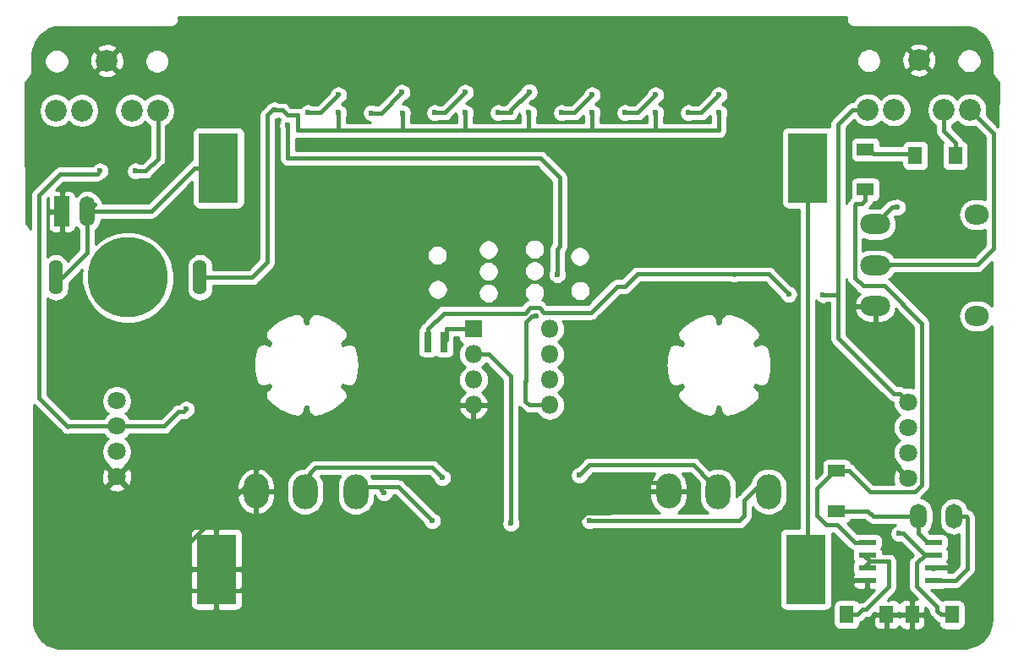
<source format=gbr>
G04 #@! TF.GenerationSoftware,KiCad,Pcbnew,5.1.2-f72e74a~84~ubuntu16.04.1*
G04 #@! TF.CreationDate,2019-05-11T14:37:20+08:00*
G04 #@! TF.ProjectId,MixtapeNEO-3000,4d697874-6170-4654-9e45-4f2d33303030,rev?*
G04 #@! TF.SameCoordinates,Original*
G04 #@! TF.FileFunction,Copper,L2,Bot*
G04 #@! TF.FilePolarity,Positive*
%FSLAX46Y46*%
G04 Gerber Fmt 4.6, Leading zero omitted, Abs format (unit mm)*
G04 Created by KiCad (PCBNEW 5.1.2-f72e74a~84~ubuntu16.04.1) date 2019-05-11 14:37:20*
%MOMM*%
%LPD*%
G04 APERTURE LIST*
%ADD10O,2.400000X2.000000*%
%ADD11O,3.000000X2.000000*%
%ADD12R,0.800000X2.000000*%
%ADD13O,1.700000X2.500000*%
%ADD14O,2.500000X3.500000*%
%ADD15O,1.510000X3.010000*%
%ADD16R,1.510000X3.010000*%
%ADD17O,1.800000X1.800000*%
%ADD18R,1.800000X1.800000*%
%ADD19R,1.750000X0.550000*%
%ADD20R,4.000000X7.000000*%
%ADD21C,8.000000*%
%ADD22O,1.400000X3.500000*%
%ADD23R,1.400000X1.800000*%
%ADD24R,1.700000X1.300000*%
%ADD25C,1.800000*%
%ADD26C,2.181860*%
%ADD27C,0.600000*%
%ADD28C,0.400000*%
%ADD29C,0.254000*%
G04 APERTURE END LIST*
D10*
X196500000Y-88170000D03*
X196500000Y-98330000D03*
D11*
X186340000Y-89150000D03*
X186340000Y-93250000D03*
X186340000Y-97350000D03*
D12*
X143160000Y-100930000D03*
X141560000Y-100930000D03*
D13*
X194218000Y-118440000D03*
X190662000Y-118440000D03*
D14*
X175660000Y-115950000D03*
X170580000Y-115950000D03*
X165652400Y-115899200D03*
X134340000Y-115950000D03*
X129260000Y-115950000D03*
X124332400Y-115899200D03*
D15*
X107442000Y-87884000D03*
D16*
X104902000Y-87884000D03*
D17*
X153740000Y-99650000D03*
X146120000Y-107270000D03*
X153740000Y-102190000D03*
X146120000Y-104730000D03*
X153740000Y-104730000D03*
X146120000Y-102190000D03*
X153740000Y-107270000D03*
D18*
X146120000Y-99650000D03*
D19*
X192168000Y-124841000D03*
X192168000Y-123571000D03*
X192168000Y-122301000D03*
X192168000Y-121031000D03*
X185564000Y-121031000D03*
X185564000Y-122301000D03*
X185564000Y-123571000D03*
X185564000Y-124841000D03*
D20*
X120590000Y-83500000D03*
X179590000Y-83500000D03*
X179370000Y-123726000D03*
X120370000Y-123726000D03*
D21*
X111506000Y-94488000D03*
D22*
X118726000Y-94488000D03*
X104286000Y-94488000D03*
D23*
X190024000Y-128270000D03*
X194024000Y-128270000D03*
X187480000Y-128260000D03*
X183480000Y-128260000D03*
X194340000Y-82260000D03*
X190340000Y-82260000D03*
D24*
X182470000Y-113880000D03*
X182470000Y-117880000D03*
X185360000Y-81670000D03*
X185360000Y-85670000D03*
D25*
X110390000Y-114470000D03*
X110390000Y-111930000D03*
X110390000Y-109390000D03*
X110390000Y-106850000D03*
X189620000Y-106970000D03*
X189620000Y-109510000D03*
X189620000Y-112050000D03*
X189620000Y-114590000D03*
D26*
X104304440Y-77750000D03*
X106902860Y-77750000D03*
X109402220Y-72751280D03*
X114500000Y-77750000D03*
X111901580Y-77750000D03*
X185615720Y-77695220D03*
X188214140Y-77695220D03*
X190713500Y-72696500D03*
X195811280Y-77695220D03*
X193212860Y-77695220D03*
D27*
X149860000Y-119126000D03*
X138990000Y-77990000D03*
X188722000Y-120142000D03*
X132588000Y-77978000D03*
X145288000Y-77978000D03*
X151638000Y-77978000D03*
X157988000Y-77978000D03*
X164342852Y-77982852D03*
X170688000Y-77978000D03*
X126200000Y-77724000D03*
X142240000Y-75946000D03*
X148336000Y-75946000D03*
X154686000Y-75946000D03*
X161036000Y-75946000D03*
X167386000Y-75946000D03*
X173736000Y-76200000D03*
X135890000Y-75946000D03*
X129540000Y-75946000D03*
X116840000Y-121666000D03*
X185850000Y-101820000D03*
X188550000Y-87450000D03*
X108712000Y-83820000D03*
X141986000Y-118872000D03*
X117348000Y-107696000D03*
X137160000Y-116078000D03*
X177670000Y-96160000D03*
X181120000Y-96190000D03*
X152380000Y-98340000D03*
X132588000Y-76200000D03*
X129540000Y-77978000D03*
X127508000Y-79248000D03*
X154500000Y-94190000D03*
X138938000Y-75946000D03*
X135907142Y-77995142D03*
X145288000Y-75946000D03*
X142240000Y-77978000D03*
X151688568Y-75895432D03*
X148590000Y-77978000D03*
X157988000Y-76200000D03*
X154940000Y-77978000D03*
X164338000Y-76200000D03*
X161290000Y-77978000D03*
X170688000Y-76200000D03*
X167640000Y-77978000D03*
X156718000Y-114300000D03*
X157734000Y-118872000D03*
X143002000Y-114554000D03*
X112268000Y-83820000D03*
D28*
X149860000Y-119126000D02*
X149860000Y-104394000D01*
X149860000Y-104394000D02*
X147656000Y-102190000D01*
X147656000Y-102190000D02*
X146120000Y-102190000D01*
X132588000Y-79756000D02*
X138870000Y-79756000D01*
X138870000Y-79756000D02*
X145288000Y-79756000D01*
X138990000Y-77990000D02*
X138990000Y-79636000D01*
X138990000Y-79636000D02*
X138870000Y-79756000D01*
X189132000Y-120142000D02*
X188722000Y-120142000D01*
X191291000Y-122301000D02*
X189132000Y-120142000D01*
X192532000Y-127508000D02*
X192532000Y-127900000D01*
X192532000Y-127900000D02*
X192902000Y-128270000D01*
X192902000Y-128270000D02*
X193802000Y-128270000D01*
X190500000Y-125476000D02*
X192532000Y-127508000D01*
X190500000Y-123092000D02*
X190500000Y-125476000D01*
X192566000Y-122301000D02*
X191291000Y-122301000D01*
X191291000Y-122301000D02*
X190500000Y-123092000D01*
X128524000Y-79756000D02*
X132588000Y-79756000D01*
X128524000Y-78232000D02*
X128524000Y-79756000D01*
X127508000Y-78232000D02*
X128524000Y-78232000D01*
X132588000Y-77978000D02*
X132588000Y-79756000D01*
X145288000Y-79756000D02*
X151638000Y-79756000D01*
X145288000Y-77978000D02*
X145288000Y-79756000D01*
X151638000Y-79756000D02*
X157988000Y-79756000D01*
X151638000Y-77978000D02*
X151638000Y-79756000D01*
X157988000Y-79756000D02*
X164338000Y-79756000D01*
X164338000Y-79756000D02*
X170688000Y-79756000D01*
X164342852Y-77982852D02*
X164342852Y-79751148D01*
X164342852Y-79751148D02*
X164338000Y-79756000D01*
X157988000Y-77978000D02*
X157988000Y-78402264D01*
X157988000Y-78402264D02*
X157988000Y-79756000D01*
X170688000Y-79756000D02*
X170688000Y-77978000D01*
X127000000Y-77724000D02*
X127508000Y-78232000D01*
X126200000Y-77724000D02*
X127000000Y-77724000D01*
X125984000Y-77724000D02*
X126200000Y-77724000D01*
X125476000Y-78232000D02*
X125984000Y-77724000D01*
X125476000Y-84582000D02*
X125476000Y-78232000D01*
X125476000Y-88646000D02*
X125476000Y-84582000D01*
X125476000Y-92964000D02*
X125476000Y-88646000D01*
X123952000Y-94488000D02*
X125476000Y-92964000D01*
X120226000Y-94488000D02*
X123952000Y-94488000D01*
X119126000Y-94488000D02*
X120226000Y-94488000D01*
X117094000Y-121663998D02*
X123533999Y-115223999D01*
X117094000Y-121920000D02*
X117094000Y-121663998D01*
X124460000Y-76708000D02*
X124460000Y-82296000D01*
X125768001Y-75399999D02*
X124460000Y-76708000D01*
X129540000Y-75946000D02*
X128993999Y-75399999D01*
X128993999Y-75399999D02*
X125768001Y-75399999D01*
X141986000Y-74676000D02*
X148336000Y-74676000D01*
X148336000Y-74676000D02*
X154686000Y-74676000D01*
X148336000Y-75946000D02*
X148336000Y-74676000D01*
X154686000Y-75946000D02*
X154686000Y-74676000D01*
X154686000Y-74676000D02*
X160782000Y-74676000D01*
X160782000Y-74676000D02*
X167386000Y-74676000D01*
X161036000Y-75946000D02*
X161036000Y-75521736D01*
X161036000Y-75521736D02*
X160782000Y-75267736D01*
X160782000Y-75267736D02*
X160782000Y-74676000D01*
X167386000Y-74676000D02*
X173736000Y-74676000D01*
X167386000Y-75946000D02*
X167386000Y-74676000D01*
X173736000Y-74676000D02*
X173736000Y-76200000D01*
X142240000Y-74930000D02*
X141986000Y-74676000D01*
X142240000Y-74930000D02*
X142240000Y-75946000D01*
X135890000Y-74676000D02*
X141986000Y-74676000D01*
X135890000Y-74676000D02*
X135890000Y-75946000D01*
X130810000Y-74676000D02*
X135890000Y-74676000D01*
X129540000Y-75946000D02*
X130810000Y-74676000D01*
X159727999Y-118071999D02*
X162795999Y-115003999D01*
X162795999Y-115003999D02*
X164853999Y-115003999D01*
X164853999Y-115003999D02*
X165660000Y-115003999D01*
X155702000Y-121666000D02*
X155702000Y-119719998D01*
X155702000Y-119719998D02*
X157349999Y-118071999D01*
X157349999Y-118071999D02*
X159727999Y-118071999D01*
X152400000Y-124968000D02*
X155702000Y-121666000D01*
X123638000Y-124968000D02*
X152400000Y-124968000D01*
X120360000Y-125846000D02*
X122760000Y-125846000D01*
X122760000Y-125846000D02*
X123638000Y-124968000D01*
X117094000Y-121920000D02*
X116840000Y-121666000D01*
X117348000Y-122174000D02*
X117094000Y-121920000D01*
X123533999Y-115223999D02*
X124340000Y-115223999D01*
X117348000Y-125234000D02*
X117348000Y-122174000D01*
X120360000Y-125846000D02*
X117960000Y-125846000D01*
X117960000Y-125846000D02*
X117348000Y-125234000D01*
X186340000Y-100020000D02*
X186320000Y-100040000D01*
X186340000Y-97350000D02*
X186340000Y-100020000D01*
X186340000Y-101330000D02*
X185850000Y-101820000D01*
X186340000Y-100020000D02*
X186340000Y-101330000D01*
X188040000Y-87450000D02*
X186340000Y-89150000D01*
X188550000Y-87450000D02*
X188040000Y-87450000D01*
X138591999Y-115477999D02*
X136652000Y-115477999D01*
X141986000Y-118872000D02*
X138591999Y-115477999D01*
X136652000Y-115477999D02*
X135240001Y-115477999D01*
X135240001Y-115477999D02*
X134340000Y-115477999D01*
X137160000Y-116078000D02*
X136860001Y-115778001D01*
X116586000Y-107950000D02*
X117094000Y-107950000D01*
X117094000Y-107950000D02*
X117348000Y-107696000D01*
X136860001Y-115686000D02*
X136652000Y-115477999D01*
X136860001Y-115778001D02*
X136860001Y-115686000D01*
X116586000Y-107950000D02*
X115146000Y-109390000D01*
X115146000Y-109390000D02*
X110390000Y-109390000D01*
X108412001Y-84119999D02*
X108712000Y-83820000D01*
X104720001Y-84119999D02*
X108412001Y-84119999D01*
X110390000Y-109390000D02*
X105490000Y-109390000D01*
X105490000Y-109390000D02*
X105470000Y-109410000D01*
X105470000Y-109410000D02*
X102585990Y-106525990D01*
X102585990Y-86254010D02*
X104720001Y-84119999D01*
X102585990Y-106525990D02*
X102585990Y-86254010D01*
X161280000Y-95390000D02*
X162520000Y-94150000D01*
X162520000Y-94150000D02*
X172128000Y-94150000D01*
X172128000Y-94150000D02*
X172212000Y-94234000D01*
X185194780Y-77695220D02*
X185615720Y-77695220D01*
X175660000Y-94150000D02*
X177670000Y-96160000D01*
X172128000Y-94150000D02*
X175660000Y-94150000D01*
X141560000Y-99629998D02*
X143129998Y-98060000D01*
X141560000Y-100930000D02*
X141560000Y-99629998D01*
X151765775Y-97539999D02*
X152739999Y-97539999D01*
X151245774Y-98060000D02*
X151765775Y-97539999D01*
X143129998Y-98060000D02*
X151245774Y-98060000D01*
X152739999Y-97539999D02*
X153180000Y-97980000D01*
X153180000Y-97980000D02*
X157900000Y-97980000D01*
X160490000Y-95390000D02*
X161280000Y-95390000D01*
X157900000Y-97980000D02*
X160490000Y-95390000D01*
X184072912Y-77695220D02*
X182610000Y-79158132D01*
X185615720Y-77695220D02*
X184072912Y-77695220D01*
X182610000Y-79158132D02*
X182610000Y-96160000D01*
X182610000Y-96160000D02*
X182580000Y-96190000D01*
X181120000Y-96190000D02*
X182580000Y-96190000D01*
X188770001Y-106120001D02*
X189620000Y-106970000D01*
X188162001Y-106120001D02*
X188770001Y-106120001D01*
X182610000Y-100568000D02*
X188162001Y-106120001D01*
X182610000Y-96160000D02*
X182610000Y-100568000D01*
X193212860Y-79832860D02*
X193212860Y-77695220D01*
X194340000Y-80960000D02*
X193212860Y-79832860D01*
X194340000Y-82260000D02*
X194340000Y-80960000D01*
X108156000Y-87170000D02*
X107442000Y-87884000D01*
X107442000Y-87884000D02*
X107442000Y-92032000D01*
X104986000Y-94488000D02*
X103886000Y-94488000D01*
X107442000Y-92032000D02*
X104986000Y-94488000D01*
X108597000Y-87884000D02*
X108621000Y-87860000D01*
X107442000Y-87884000D02*
X108597000Y-87884000D01*
X118190000Y-83500000D02*
X120590000Y-83500000D01*
X113830000Y-87860000D02*
X118190000Y-83500000D01*
X108621000Y-87860000D02*
X113830000Y-87860000D01*
X151955736Y-98340000D02*
X151330000Y-98965736D01*
X152380000Y-98340000D02*
X151955736Y-98340000D01*
X151330000Y-104860000D02*
X151300000Y-104890000D01*
X151330000Y-98965736D02*
X151330000Y-104860000D01*
X151300000Y-104890000D02*
X151300000Y-106860000D01*
X151710000Y-107270000D02*
X153740000Y-107270000D01*
X151300000Y-106860000D02*
X151710000Y-107270000D01*
X129540000Y-77978000D02*
X130810000Y-77978000D01*
X130810000Y-77978000D02*
X132588000Y-76200000D01*
X187706000Y-122936000D02*
X186436000Y-122936000D01*
X186436000Y-122936000D02*
X185801000Y-122936000D01*
X185801000Y-122936000D02*
X185166000Y-123571000D01*
X185801000Y-122936000D02*
X185166000Y-122301000D01*
X185420000Y-127762000D02*
X187706000Y-125476000D01*
X187706000Y-125476000D02*
X187706000Y-122936000D01*
X185078000Y-127762000D02*
X185420000Y-127762000D01*
X184580000Y-128260000D02*
X185078000Y-127762000D01*
X183480000Y-128260000D02*
X184580000Y-128260000D01*
X152820000Y-82550000D02*
X127508000Y-82550000D01*
X127508000Y-82550000D02*
X127508000Y-79248000D01*
X154770001Y-91352001D02*
X154770001Y-84500001D01*
X154500000Y-94190000D02*
X154500000Y-91622002D01*
X154500000Y-91622002D02*
X154770001Y-91352001D01*
X154770001Y-84500001D02*
X152820000Y-82550000D01*
X195468000Y-118440000D02*
X194218000Y-118440000D01*
X192168000Y-124841000D02*
X194389000Y-124841000D01*
X194389000Y-124841000D02*
X195580000Y-123650000D01*
X195580000Y-123650000D02*
X195580000Y-118552000D01*
X195580000Y-118552000D02*
X195468000Y-118440000D01*
X138938000Y-75946000D02*
X136888858Y-77995142D01*
X136888858Y-77995142D02*
X135907142Y-77995142D01*
X143256000Y-77978000D02*
X145288000Y-75946000D01*
X142240000Y-77978000D02*
X143256000Y-77978000D01*
X149860000Y-77724000D02*
X151688568Y-75895432D01*
X149860000Y-77978000D02*
X149860000Y-77724000D01*
X148590000Y-77978000D02*
X149860000Y-77978000D01*
X156210000Y-77978000D02*
X157988000Y-76200000D01*
X154940000Y-77978000D02*
X156210000Y-77978000D01*
X162560000Y-77978000D02*
X164338000Y-76200000D01*
X161290000Y-77978000D02*
X162560000Y-77978000D01*
X168910000Y-77978000D02*
X170688000Y-76200000D01*
X167640000Y-77978000D02*
X168910000Y-77978000D01*
X190140000Y-82060000D02*
X190340000Y-82260000D01*
X186200000Y-82060000D02*
X190140000Y-82060000D01*
X186200000Y-82060000D02*
X186190000Y-82070000D01*
X185810000Y-81670000D02*
X186200000Y-82060000D01*
X185360000Y-81670000D02*
X185810000Y-81670000D01*
X180530000Y-115620000D02*
X182270000Y-113880000D01*
X180530000Y-118340002D02*
X180530000Y-115620000D01*
X185564000Y-121031000D02*
X184289000Y-121031000D01*
X184289000Y-121031000D02*
X182488000Y-119230000D01*
X182488000Y-119230000D02*
X181419998Y-119230000D01*
X182270000Y-113880000D02*
X182470000Y-113880000D01*
X181419998Y-119230000D02*
X180530000Y-118340002D01*
X184410000Y-87120000D02*
X184270000Y-87260000D01*
X184270000Y-94500000D02*
X185110000Y-95340000D01*
X184270000Y-87260000D02*
X184270000Y-94500000D01*
X185110000Y-95340000D02*
X187290000Y-95340000D01*
X183720000Y-113880000D02*
X182470000Y-113880000D01*
X191020001Y-115262001D02*
X190292001Y-115990001D01*
X190292001Y-115990001D02*
X185830001Y-115990001D01*
X191020001Y-99070001D02*
X191020001Y-115262001D01*
X185830001Y-115990001D02*
X183720000Y-113880000D01*
X187290000Y-95340000D02*
X191020001Y-99070001D01*
X185360000Y-86720000D02*
X185360000Y-85670000D01*
X184960000Y-87120000D02*
X185360000Y-86720000D01*
X184410000Y-87120000D02*
X184960000Y-87120000D01*
X185610000Y-117880000D02*
X182470000Y-117880000D01*
X186170000Y-118440000D02*
X185610000Y-117880000D01*
X190916000Y-118440000D02*
X186170000Y-118440000D01*
X191568000Y-121031000D02*
X190662000Y-120125000D01*
X190662000Y-120125000D02*
X190662000Y-118440000D01*
X192168000Y-121031000D02*
X191568000Y-121031000D01*
X157734000Y-113284000D02*
X168134000Y-113284000D01*
X168134000Y-113284000D02*
X169853999Y-115003999D01*
X169853999Y-115003999D02*
X170580000Y-115003999D01*
X156718000Y-114300000D02*
X157734000Y-113284000D01*
X174759999Y-115257999D02*
X175660000Y-115257999D01*
X157734000Y-118872000D02*
X172718000Y-118872000D01*
X173228000Y-118362000D02*
X173228000Y-116789998D01*
X172718000Y-118872000D02*
X173228000Y-118362000D01*
X173228000Y-116789998D02*
X174759999Y-115257999D01*
X143002000Y-114554000D02*
X141986000Y-113538000D01*
X141986000Y-113538000D02*
X130302000Y-113538000D01*
X130302000Y-113538000D02*
X129260000Y-114580000D01*
X129260000Y-114580000D02*
X129260000Y-115223999D01*
X179552000Y-124304000D02*
X179396000Y-124460000D01*
X179552000Y-87438000D02*
X179552000Y-124304000D01*
X179590000Y-87400000D02*
X179552000Y-87438000D01*
X179590000Y-83500000D02*
X179590000Y-87400000D01*
X146120000Y-99650000D02*
X143376000Y-99650000D01*
X143376000Y-100714000D02*
X143160000Y-100930000D01*
X143376000Y-99650000D02*
X143376000Y-100714000D01*
X196902209Y-78786149D02*
X195811280Y-77695220D01*
X198200010Y-80083950D02*
X196902209Y-78786149D01*
X198200010Y-91569990D02*
X198200010Y-80083950D01*
X196552000Y-93218000D02*
X198200010Y-91569990D01*
X187754213Y-93250000D02*
X187786213Y-93218000D01*
X187786213Y-93218000D02*
X196552000Y-93218000D01*
X186340000Y-93250000D02*
X187754213Y-93250000D01*
X113284000Y-83820000D02*
X112268000Y-83820000D01*
X114500000Y-82604000D02*
X113284000Y-83820000D01*
X114500000Y-77750000D02*
X114500000Y-82604000D01*
D29*
G36*
X183419545Y-68649421D02*
G01*
X183416231Y-68683069D01*
X183429457Y-68817352D01*
X183468626Y-68946475D01*
X183532233Y-69065476D01*
X183617834Y-69169780D01*
X183711162Y-69246373D01*
X183722138Y-69255381D01*
X183841139Y-69318988D01*
X183970262Y-69358157D01*
X184104545Y-69371383D01*
X184138192Y-69368069D01*
X195183606Y-69368069D01*
X195489869Y-69384256D01*
X195768254Y-69428722D01*
X196036455Y-69500866D01*
X196293634Y-69599276D01*
X196538689Y-69722600D01*
X196770308Y-69869463D01*
X196986981Y-70038395D01*
X197187107Y-70227819D01*
X197369068Y-70436070D01*
X197531231Y-70661376D01*
X197672035Y-70901923D01*
X197789994Y-71155903D01*
X197883708Y-71421558D01*
X197951835Y-71697231D01*
X197993073Y-71981452D01*
X198006928Y-72292080D01*
X198006928Y-72314365D01*
X198006929Y-72314375D01*
X198006928Y-73458008D01*
X198006928Y-73845481D01*
X198004595Y-73897522D01*
X198012019Y-73946132D01*
X198016840Y-73995078D01*
X198022186Y-74012703D01*
X198024967Y-74030909D01*
X198041734Y-74077142D01*
X198056009Y-74124201D01*
X198064691Y-74140443D01*
X198070970Y-74157758D01*
X198096433Y-74199829D01*
X198119616Y-74243202D01*
X198152675Y-74283484D01*
X198662779Y-74965143D01*
X198655094Y-79358166D01*
X197521657Y-78224730D01*
X197521648Y-78224719D01*
X197474981Y-78178052D01*
X197537210Y-77865209D01*
X197537210Y-77525231D01*
X197470883Y-77191785D01*
X197340779Y-76877686D01*
X197151897Y-76595004D01*
X196911496Y-76354603D01*
X196628814Y-76165721D01*
X196314715Y-76035617D01*
X195981269Y-75969290D01*
X195641291Y-75969290D01*
X195307845Y-76035617D01*
X194993746Y-76165721D01*
X194711064Y-76354603D01*
X194512070Y-76553597D01*
X194313076Y-76354603D01*
X194030394Y-76165721D01*
X193716295Y-76035617D01*
X193382849Y-75969290D01*
X193042871Y-75969290D01*
X192709425Y-76035617D01*
X192395326Y-76165721D01*
X192112644Y-76354603D01*
X191872243Y-76595004D01*
X191683361Y-76877686D01*
X191553257Y-77191785D01*
X191486930Y-77525231D01*
X191486930Y-77865209D01*
X191553257Y-78198655D01*
X191683361Y-78512754D01*
X191872243Y-78795436D01*
X192112644Y-79035837D01*
X192377860Y-79213049D01*
X192377860Y-79791841D01*
X192373820Y-79832860D01*
X192381894Y-79914835D01*
X192389942Y-79996548D01*
X192437688Y-80153946D01*
X192515224Y-80299005D01*
X192619569Y-80426151D01*
X192651438Y-80452305D01*
X193152363Y-80953231D01*
X193109463Y-81005506D01*
X193050498Y-81115820D01*
X193014188Y-81235518D01*
X193001928Y-81360000D01*
X193001928Y-83160000D01*
X193014188Y-83284482D01*
X193050498Y-83404180D01*
X193109463Y-83514494D01*
X193188815Y-83611185D01*
X193285506Y-83690537D01*
X193395820Y-83749502D01*
X193515518Y-83785812D01*
X193640000Y-83798072D01*
X195040000Y-83798072D01*
X195164482Y-83785812D01*
X195284180Y-83749502D01*
X195394494Y-83690537D01*
X195491185Y-83611185D01*
X195570537Y-83514494D01*
X195629502Y-83404180D01*
X195665812Y-83284482D01*
X195678072Y-83160000D01*
X195678072Y-81360000D01*
X195665812Y-81235518D01*
X195629502Y-81115820D01*
X195570537Y-81005506D01*
X195491185Y-80908815D01*
X195394494Y-80829463D01*
X195284180Y-80770498D01*
X195164482Y-80734188D01*
X195143445Y-80732116D01*
X195115172Y-80638913D01*
X195037636Y-80493854D01*
X194933291Y-80366709D01*
X194901432Y-80340563D01*
X194047860Y-79486993D01*
X194047860Y-79213049D01*
X194313076Y-79035837D01*
X194512070Y-78836843D01*
X194711064Y-79035837D01*
X194993746Y-79224719D01*
X195307845Y-79354823D01*
X195641291Y-79421150D01*
X195981269Y-79421150D01*
X196294112Y-79358921D01*
X196340779Y-79405588D01*
X196340790Y-79405597D01*
X197365011Y-80429820D01*
X197365010Y-86671548D01*
X197328715Y-86652148D01*
X197020516Y-86558657D01*
X196780322Y-86535000D01*
X196219678Y-86535000D01*
X195979484Y-86558657D01*
X195671285Y-86652148D01*
X195387248Y-86803969D01*
X195138286Y-87008286D01*
X194933969Y-87257248D01*
X194782148Y-87541285D01*
X194688657Y-87849484D01*
X194657089Y-88170000D01*
X194688657Y-88490516D01*
X194782148Y-88798715D01*
X194933969Y-89082752D01*
X195138286Y-89331714D01*
X195387248Y-89536031D01*
X195671285Y-89687852D01*
X195979484Y-89781343D01*
X196219678Y-89805000D01*
X196780322Y-89805000D01*
X197020516Y-89781343D01*
X197328715Y-89687852D01*
X197365010Y-89668452D01*
X197365010Y-91224122D01*
X196206133Y-92383000D01*
X188230486Y-92383000D01*
X188206031Y-92337248D01*
X188001714Y-92088286D01*
X187752752Y-91883969D01*
X187468715Y-91732148D01*
X187160516Y-91638657D01*
X186920322Y-91615000D01*
X185759678Y-91615000D01*
X185519484Y-91638657D01*
X185211285Y-91732148D01*
X185105000Y-91788959D01*
X185105000Y-90611041D01*
X185211285Y-90667852D01*
X185519484Y-90761343D01*
X185759678Y-90785000D01*
X186920322Y-90785000D01*
X187160516Y-90761343D01*
X187468715Y-90667852D01*
X187752752Y-90516031D01*
X188001714Y-90311714D01*
X188206031Y-90062752D01*
X188357852Y-89778715D01*
X188451343Y-89470516D01*
X188482911Y-89150000D01*
X188451343Y-88829484D01*
X188357852Y-88521285D01*
X188285306Y-88385562D01*
X188314412Y-88356456D01*
X188457911Y-88385000D01*
X188642089Y-88385000D01*
X188822729Y-88349068D01*
X188992889Y-88278586D01*
X189146028Y-88176262D01*
X189276262Y-88046028D01*
X189378586Y-87892889D01*
X189449068Y-87722729D01*
X189485000Y-87542089D01*
X189485000Y-87357911D01*
X189449068Y-87177271D01*
X189378586Y-87007111D01*
X189276262Y-86853972D01*
X189146028Y-86723738D01*
X188992889Y-86621414D01*
X188822729Y-86550932D01*
X188642089Y-86515000D01*
X188457911Y-86515000D01*
X188277271Y-86550932D01*
X188122596Y-86615000D01*
X188081018Y-86615000D01*
X188039999Y-86610960D01*
X187998981Y-86615000D01*
X187876311Y-86627082D01*
X187718913Y-86674828D01*
X187573854Y-86752364D01*
X187446709Y-86856709D01*
X187420559Y-86888574D01*
X186794132Y-87515000D01*
X185759678Y-87515000D01*
X185744358Y-87516509D01*
X185921422Y-87339445D01*
X185953291Y-87313291D01*
X186057636Y-87186146D01*
X186135172Y-87041087D01*
X186160354Y-86958072D01*
X186210000Y-86958072D01*
X186334482Y-86945812D01*
X186454180Y-86909502D01*
X186564494Y-86850537D01*
X186661185Y-86771185D01*
X186740537Y-86674494D01*
X186799502Y-86564180D01*
X186835812Y-86444482D01*
X186848072Y-86320000D01*
X186848072Y-85020000D01*
X186835812Y-84895518D01*
X186799502Y-84775820D01*
X186740537Y-84665506D01*
X186661185Y-84568815D01*
X186564494Y-84489463D01*
X186454180Y-84430498D01*
X186334482Y-84394188D01*
X186210000Y-84381928D01*
X184510000Y-84381928D01*
X184385518Y-84394188D01*
X184265820Y-84430498D01*
X184155506Y-84489463D01*
X184058815Y-84568815D01*
X183979463Y-84665506D01*
X183920498Y-84775820D01*
X183884188Y-84895518D01*
X183871928Y-85020000D01*
X183871928Y-86320000D01*
X183884188Y-86444482D01*
X183890709Y-86465979D01*
X183816709Y-86526709D01*
X183790561Y-86558571D01*
X183708577Y-86640555D01*
X183676709Y-86666709D01*
X183599312Y-86761019D01*
X183572364Y-86793855D01*
X183494828Y-86938914D01*
X183447082Y-87096312D01*
X183445000Y-87117451D01*
X183445000Y-81020000D01*
X183871928Y-81020000D01*
X183871928Y-82320000D01*
X183884188Y-82444482D01*
X183920498Y-82564180D01*
X183979463Y-82674494D01*
X184058815Y-82771185D01*
X184155506Y-82850537D01*
X184265820Y-82909502D01*
X184385518Y-82945812D01*
X184510000Y-82958072D01*
X186210000Y-82958072D01*
X186334482Y-82945812D01*
X186454180Y-82909502D01*
X186481311Y-82895000D01*
X189001928Y-82895000D01*
X189001928Y-83160000D01*
X189014188Y-83284482D01*
X189050498Y-83404180D01*
X189109463Y-83514494D01*
X189188815Y-83611185D01*
X189285506Y-83690537D01*
X189395820Y-83749502D01*
X189515518Y-83785812D01*
X189640000Y-83798072D01*
X191040000Y-83798072D01*
X191164482Y-83785812D01*
X191284180Y-83749502D01*
X191394494Y-83690537D01*
X191491185Y-83611185D01*
X191570537Y-83514494D01*
X191629502Y-83404180D01*
X191665812Y-83284482D01*
X191678072Y-83160000D01*
X191678072Y-81360000D01*
X191665812Y-81235518D01*
X191629502Y-81115820D01*
X191570537Y-81005506D01*
X191491185Y-80908815D01*
X191394494Y-80829463D01*
X191284180Y-80770498D01*
X191164482Y-80734188D01*
X191040000Y-80721928D01*
X189640000Y-80721928D01*
X189515518Y-80734188D01*
X189395820Y-80770498D01*
X189285506Y-80829463D01*
X189188815Y-80908815D01*
X189109463Y-81005506D01*
X189050498Y-81115820D01*
X189017379Y-81225000D01*
X186848072Y-81225000D01*
X186848072Y-81020000D01*
X186835812Y-80895518D01*
X186799502Y-80775820D01*
X186740537Y-80665506D01*
X186661185Y-80568815D01*
X186564494Y-80489463D01*
X186454180Y-80430498D01*
X186334482Y-80394188D01*
X186210000Y-80381928D01*
X184510000Y-80381928D01*
X184385518Y-80394188D01*
X184265820Y-80430498D01*
X184155506Y-80489463D01*
X184058815Y-80568815D01*
X183979463Y-80665506D01*
X183920498Y-80775820D01*
X183884188Y-80895518D01*
X183871928Y-81020000D01*
X183445000Y-81020000D01*
X183445000Y-79503999D01*
X184226421Y-78722578D01*
X184275103Y-78795436D01*
X184515504Y-79035837D01*
X184798186Y-79224719D01*
X185112285Y-79354823D01*
X185445731Y-79421150D01*
X185785709Y-79421150D01*
X186119155Y-79354823D01*
X186433254Y-79224719D01*
X186715936Y-79035837D01*
X186914930Y-78836843D01*
X187113924Y-79035837D01*
X187396606Y-79224719D01*
X187710705Y-79354823D01*
X188044151Y-79421150D01*
X188384129Y-79421150D01*
X188717575Y-79354823D01*
X189031674Y-79224719D01*
X189314356Y-79035837D01*
X189554757Y-78795436D01*
X189743639Y-78512754D01*
X189873743Y-78198655D01*
X189940070Y-77865209D01*
X189940070Y-77525231D01*
X189873743Y-77191785D01*
X189743639Y-76877686D01*
X189554757Y-76595004D01*
X189314356Y-76354603D01*
X189031674Y-76165721D01*
X188717575Y-76035617D01*
X188384129Y-75969290D01*
X188044151Y-75969290D01*
X187710705Y-76035617D01*
X187396606Y-76165721D01*
X187113924Y-76354603D01*
X186914930Y-76553597D01*
X186715936Y-76354603D01*
X186433254Y-76165721D01*
X186119155Y-76035617D01*
X185785709Y-75969290D01*
X185445731Y-75969290D01*
X185112285Y-76035617D01*
X184798186Y-76165721D01*
X184515504Y-76354603D01*
X184275103Y-76595004D01*
X184098882Y-76858738D01*
X184072912Y-76856180D01*
X184031893Y-76860220D01*
X183909223Y-76872302D01*
X183751825Y-76920048D01*
X183606766Y-76997584D01*
X183479621Y-77101929D01*
X183453471Y-77133794D01*
X182048579Y-78538686D01*
X182016709Y-78564841D01*
X181925783Y-78675636D01*
X181912364Y-78691987D01*
X181834828Y-78837046D01*
X181787082Y-78994444D01*
X181770960Y-79158132D01*
X181775000Y-79199151D01*
X181775000Y-79392546D01*
X181714482Y-79374188D01*
X181590000Y-79361928D01*
X177590000Y-79361928D01*
X177465518Y-79374188D01*
X177345820Y-79410498D01*
X177235506Y-79469463D01*
X177138815Y-79548815D01*
X177059463Y-79645506D01*
X177000498Y-79755820D01*
X176964188Y-79875518D01*
X176951928Y-80000000D01*
X176951928Y-87000000D01*
X176964188Y-87124482D01*
X177000498Y-87244180D01*
X177059463Y-87354494D01*
X177138815Y-87451185D01*
X177235506Y-87530537D01*
X177345820Y-87589502D01*
X177465518Y-87625812D01*
X177590000Y-87638072D01*
X178717000Y-87638072D01*
X178717001Y-119587928D01*
X177370000Y-119587928D01*
X177245518Y-119600188D01*
X177125820Y-119636498D01*
X177015506Y-119695463D01*
X176918815Y-119774815D01*
X176839463Y-119871506D01*
X176780498Y-119981820D01*
X176744188Y-120101518D01*
X176731928Y-120226000D01*
X176731928Y-127226000D01*
X176744188Y-127350482D01*
X176780498Y-127470180D01*
X176839463Y-127580494D01*
X176918815Y-127677185D01*
X177015506Y-127756537D01*
X177125820Y-127815502D01*
X177245518Y-127851812D01*
X177370000Y-127864072D01*
X181370000Y-127864072D01*
X181494482Y-127851812D01*
X181614180Y-127815502D01*
X181724494Y-127756537D01*
X181821185Y-127677185D01*
X181900537Y-127580494D01*
X181959502Y-127470180D01*
X181995812Y-127350482D01*
X182008072Y-127226000D01*
X182008072Y-125126750D01*
X184054000Y-125126750D01*
X184063756Y-125243301D01*
X184100605Y-125362834D01*
X184160066Y-125472881D01*
X184239853Y-125569214D01*
X184336901Y-125648130D01*
X184447480Y-125706596D01*
X184567340Y-125742366D01*
X184691876Y-125754066D01*
X185278250Y-125751000D01*
X185437000Y-125592250D01*
X185437000Y-124968000D01*
X184212750Y-124968000D01*
X184054000Y-125126750D01*
X182008072Y-125126750D01*
X182008072Y-120226000D01*
X181995812Y-120101518D01*
X181984734Y-120065000D01*
X182142133Y-120065000D01*
X183669563Y-121592432D01*
X183695709Y-121624291D01*
X183727568Y-121650437D01*
X183727570Y-121650439D01*
X183822854Y-121728636D01*
X183967913Y-121806172D01*
X184081645Y-121840672D01*
X184063188Y-121901518D01*
X184050928Y-122026000D01*
X184050928Y-122576000D01*
X184063188Y-122700482D01*
X184099498Y-122820180D01*
X184158463Y-122930494D01*
X184162982Y-122936000D01*
X184158463Y-122941506D01*
X184099498Y-123051820D01*
X184063188Y-123171518D01*
X184050928Y-123296000D01*
X184050928Y-123846000D01*
X184063188Y-123970482D01*
X184099498Y-124090180D01*
X184158463Y-124200494D01*
X184162816Y-124205798D01*
X184160066Y-124209119D01*
X184100605Y-124319166D01*
X184063756Y-124438699D01*
X184054000Y-124555250D01*
X184212750Y-124714000D01*
X185437000Y-124714000D01*
X185437000Y-124694000D01*
X185691000Y-124694000D01*
X185691000Y-124714000D01*
X185711000Y-124714000D01*
X185711000Y-124968000D01*
X185691000Y-124968000D01*
X185691000Y-125592250D01*
X185849750Y-125751000D01*
X186248050Y-125753083D01*
X185078156Y-126922977D01*
X185077999Y-126922961D01*
X185036991Y-126927000D01*
X185036981Y-126927000D01*
X184914311Y-126939082D01*
X184756913Y-126986828D01*
X184713077Y-127010259D01*
X184710537Y-127005506D01*
X184631185Y-126908815D01*
X184534494Y-126829463D01*
X184424180Y-126770498D01*
X184304482Y-126734188D01*
X184180000Y-126721928D01*
X182780000Y-126721928D01*
X182655518Y-126734188D01*
X182535820Y-126770498D01*
X182425506Y-126829463D01*
X182328815Y-126908815D01*
X182249463Y-127005506D01*
X182190498Y-127115820D01*
X182154188Y-127235518D01*
X182141928Y-127360000D01*
X182141928Y-129160000D01*
X182154188Y-129284482D01*
X182190498Y-129404180D01*
X182249463Y-129514494D01*
X182328815Y-129611185D01*
X182425506Y-129690537D01*
X182535820Y-129749502D01*
X182655518Y-129785812D01*
X182780000Y-129798072D01*
X184180000Y-129798072D01*
X184304482Y-129785812D01*
X184424180Y-129749502D01*
X184534494Y-129690537D01*
X184631185Y-129611185D01*
X184710537Y-129514494D01*
X184769502Y-129404180D01*
X184805812Y-129284482D01*
X184818072Y-129160000D01*
X186141928Y-129160000D01*
X186154188Y-129284482D01*
X186190498Y-129404180D01*
X186249463Y-129514494D01*
X186328815Y-129611185D01*
X186425506Y-129690537D01*
X186535820Y-129749502D01*
X186655518Y-129785812D01*
X186780000Y-129798072D01*
X187194250Y-129795000D01*
X187353000Y-129636250D01*
X187353000Y-128387000D01*
X187607000Y-128387000D01*
X187607000Y-129636250D01*
X187765750Y-129795000D01*
X188180000Y-129798072D01*
X188304482Y-129785812D01*
X188424180Y-129749502D01*
X188534494Y-129690537D01*
X188631185Y-129611185D01*
X188710537Y-129514494D01*
X188749327Y-129441923D01*
X188793463Y-129524494D01*
X188872815Y-129621185D01*
X188969506Y-129700537D01*
X189079820Y-129759502D01*
X189199518Y-129795812D01*
X189324000Y-129808072D01*
X189738250Y-129805000D01*
X189897000Y-129646250D01*
X189897000Y-128397000D01*
X190151000Y-128397000D01*
X190151000Y-129646250D01*
X190309750Y-129805000D01*
X190724000Y-129808072D01*
X190848482Y-129795812D01*
X190968180Y-129759502D01*
X191078494Y-129700537D01*
X191175185Y-129621185D01*
X191254537Y-129524494D01*
X191313502Y-129414180D01*
X191349812Y-129294482D01*
X191362072Y-129170000D01*
X191359000Y-128555750D01*
X191200250Y-128397000D01*
X190151000Y-128397000D01*
X189897000Y-128397000D01*
X188847750Y-128397000D01*
X188757000Y-128487750D01*
X188656250Y-128387000D01*
X187607000Y-128387000D01*
X187353000Y-128387000D01*
X186303750Y-128387000D01*
X186145000Y-128545750D01*
X186141928Y-129160000D01*
X184818072Y-129160000D01*
X184818072Y-129060354D01*
X184901087Y-129035172D01*
X185046146Y-128957636D01*
X185173291Y-128853291D01*
X185199446Y-128821421D01*
X185419843Y-128601024D01*
X185420000Y-128601040D01*
X185461018Y-128597000D01*
X185461019Y-128597000D01*
X185583689Y-128584918D01*
X185741087Y-128537172D01*
X185886146Y-128459636D01*
X186013291Y-128355291D01*
X186039446Y-128323421D01*
X186266809Y-128096059D01*
X186303750Y-128133000D01*
X187353000Y-128133000D01*
X187353000Y-128113000D01*
X187607000Y-128113000D01*
X187607000Y-128133000D01*
X188656250Y-128133000D01*
X188747000Y-128042250D01*
X188847750Y-128143000D01*
X189897000Y-128143000D01*
X189897000Y-126893750D01*
X189738250Y-126735000D01*
X189324000Y-126731928D01*
X189199518Y-126744188D01*
X189079820Y-126780498D01*
X188969506Y-126839463D01*
X188872815Y-126918815D01*
X188793463Y-127015506D01*
X188754673Y-127088077D01*
X188710537Y-127005506D01*
X188631185Y-126908815D01*
X188534494Y-126829463D01*
X188424180Y-126770498D01*
X188304482Y-126734188D01*
X188180000Y-126721928D01*
X187765750Y-126725000D01*
X187607002Y-126883748D01*
X187607002Y-126755866D01*
X188267428Y-126095440D01*
X188299291Y-126069291D01*
X188403636Y-125942146D01*
X188481172Y-125797087D01*
X188528918Y-125639689D01*
X188541000Y-125517019D01*
X188541000Y-125517018D01*
X188545040Y-125476001D01*
X188541000Y-125434982D01*
X188541000Y-122977019D01*
X188545040Y-122936000D01*
X188528918Y-122772311D01*
X188481172Y-122614913D01*
X188403636Y-122469854D01*
X188299291Y-122342709D01*
X188172146Y-122238364D01*
X188027087Y-122160828D01*
X187869689Y-122113082D01*
X187747019Y-122101000D01*
X187706000Y-122096960D01*
X187664982Y-122101000D01*
X187077072Y-122101000D01*
X187077072Y-122026000D01*
X187064812Y-121901518D01*
X187028502Y-121781820D01*
X186969537Y-121671506D01*
X186965018Y-121666000D01*
X186969537Y-121660494D01*
X187028502Y-121550180D01*
X187064812Y-121430482D01*
X187077072Y-121306000D01*
X187077072Y-120756000D01*
X187064812Y-120631518D01*
X187028502Y-120511820D01*
X186969537Y-120401506D01*
X186890185Y-120304815D01*
X186793494Y-120225463D01*
X186683180Y-120166498D01*
X186563482Y-120130188D01*
X186439000Y-120117928D01*
X184689000Y-120117928D01*
X184568650Y-120129781D01*
X183559722Y-119120854D01*
X183564180Y-119119502D01*
X183674494Y-119060537D01*
X183771185Y-118981185D01*
X183850537Y-118884494D01*
X183909502Y-118774180D01*
X183927454Y-118715000D01*
X185264133Y-118715000D01*
X185550558Y-119001426D01*
X185576709Y-119033291D01*
X185703854Y-119137636D01*
X185848913Y-119215172D01*
X186006311Y-119262918D01*
X186128981Y-119275000D01*
X186128982Y-119275000D01*
X186170000Y-119279040D01*
X186211018Y-119275000D01*
X188371851Y-119275000D01*
X188279111Y-119313414D01*
X188125972Y-119415738D01*
X187995738Y-119545972D01*
X187893414Y-119699111D01*
X187822932Y-119869271D01*
X187787000Y-120049911D01*
X187787000Y-120234089D01*
X187822932Y-120414729D01*
X187893414Y-120584889D01*
X187995738Y-120738028D01*
X188125972Y-120868262D01*
X188279111Y-120970586D01*
X188449271Y-121041068D01*
X188629911Y-121077000D01*
X188814089Y-121077000D01*
X188874180Y-121065047D01*
X190110132Y-122301000D01*
X189938578Y-122472555D01*
X189906709Y-122498709D01*
X189843279Y-122576000D01*
X189802364Y-122625855D01*
X189724828Y-122770914D01*
X189677082Y-122928312D01*
X189660960Y-123092000D01*
X189665000Y-123133019D01*
X189665001Y-125434972D01*
X189660960Y-125476000D01*
X189677082Y-125639688D01*
X189724828Y-125797086D01*
X189724829Y-125797087D01*
X189802365Y-125942146D01*
X189906710Y-126069291D01*
X189938574Y-126095441D01*
X190576157Y-126733024D01*
X190309750Y-126735000D01*
X190151000Y-126893750D01*
X190151000Y-128143000D01*
X191200250Y-128143000D01*
X191359000Y-127984250D01*
X191361331Y-127518199D01*
X191697000Y-127853869D01*
X191697000Y-127858982D01*
X191692960Y-127900000D01*
X191697000Y-127941018D01*
X191697000Y-127941019D01*
X191709082Y-128063689D01*
X191756828Y-128221087D01*
X191834364Y-128366146D01*
X191938710Y-128493291D01*
X191970574Y-128519441D01*
X192282554Y-128831421D01*
X192308709Y-128863291D01*
X192435854Y-128967636D01*
X192580913Y-129045172D01*
X192685928Y-129077028D01*
X192685928Y-129170000D01*
X192698188Y-129294482D01*
X192734498Y-129414180D01*
X192793463Y-129524494D01*
X192872815Y-129621185D01*
X192969506Y-129700537D01*
X193079820Y-129759502D01*
X193199518Y-129795812D01*
X193324000Y-129808072D01*
X194724000Y-129808072D01*
X194848482Y-129795812D01*
X194968180Y-129759502D01*
X195078494Y-129700537D01*
X195175185Y-129621185D01*
X195254537Y-129524494D01*
X195313502Y-129414180D01*
X195349812Y-129294482D01*
X195362072Y-129170000D01*
X195362072Y-127370000D01*
X195349812Y-127245518D01*
X195313502Y-127125820D01*
X195254537Y-127015506D01*
X195175185Y-126918815D01*
X195078494Y-126839463D01*
X194968180Y-126780498D01*
X194848482Y-126744188D01*
X194724000Y-126731928D01*
X193324000Y-126731928D01*
X193199518Y-126744188D01*
X193079820Y-126780498D01*
X193018268Y-126813399D01*
X191958940Y-125754072D01*
X193043000Y-125754072D01*
X193167482Y-125741812D01*
X193287180Y-125705502D01*
X193342373Y-125676000D01*
X194347982Y-125676000D01*
X194389000Y-125680040D01*
X194430018Y-125676000D01*
X194430019Y-125676000D01*
X194552689Y-125663918D01*
X194710087Y-125616172D01*
X194855146Y-125538636D01*
X194982291Y-125434291D01*
X195008446Y-125402421D01*
X196141428Y-124269440D01*
X196173291Y-124243291D01*
X196277636Y-124116146D01*
X196355172Y-123971087D01*
X196402918Y-123813689D01*
X196415000Y-123691019D01*
X196415000Y-123691009D01*
X196419039Y-123650001D01*
X196415000Y-123608993D01*
X196415000Y-118593018D01*
X196419040Y-118552000D01*
X196404367Y-118403019D01*
X196402918Y-118388311D01*
X196355172Y-118230913D01*
X196277636Y-118085854D01*
X196173291Y-117958709D01*
X196141425Y-117932557D01*
X196087444Y-117878577D01*
X196061291Y-117846709D01*
X195934146Y-117742364D01*
X195789087Y-117664828D01*
X195642527Y-117620370D01*
X195596599Y-117468966D01*
X195458706Y-117210986D01*
X195273134Y-116984866D01*
X195047014Y-116799294D01*
X194789034Y-116661401D01*
X194509111Y-116576487D01*
X194218000Y-116547815D01*
X193926890Y-116576487D01*
X193646967Y-116661401D01*
X193388987Y-116799294D01*
X193162866Y-116984866D01*
X192977294Y-117210986D01*
X192839401Y-117468966D01*
X192754487Y-117748889D01*
X192733000Y-117967050D01*
X192733000Y-118912949D01*
X192754487Y-119131110D01*
X192839401Y-119411033D01*
X192977294Y-119669013D01*
X193162866Y-119895134D01*
X193388986Y-120080706D01*
X193646966Y-120218599D01*
X193926889Y-120303513D01*
X194218000Y-120332185D01*
X194509110Y-120303513D01*
X194745001Y-120231956D01*
X194745000Y-123304132D01*
X194043133Y-124006000D01*
X193658164Y-124006000D01*
X193668244Y-123973301D01*
X193678000Y-123856750D01*
X193519250Y-123698000D01*
X192295000Y-123698000D01*
X192295000Y-123718000D01*
X192041000Y-123718000D01*
X192041000Y-123698000D01*
X192021000Y-123698000D01*
X192021000Y-123444000D01*
X192041000Y-123444000D01*
X192041000Y-123424000D01*
X192295000Y-123424000D01*
X192295000Y-123444000D01*
X193519250Y-123444000D01*
X193678000Y-123285250D01*
X193668244Y-123168699D01*
X193631395Y-123049166D01*
X193571934Y-122939119D01*
X193569184Y-122935798D01*
X193573537Y-122930494D01*
X193632502Y-122820180D01*
X193668812Y-122700482D01*
X193681072Y-122576000D01*
X193681072Y-122026000D01*
X193668812Y-121901518D01*
X193632502Y-121781820D01*
X193573537Y-121671506D01*
X193569018Y-121666000D01*
X193573537Y-121660494D01*
X193632502Y-121550180D01*
X193668812Y-121430482D01*
X193681072Y-121306000D01*
X193681072Y-120756000D01*
X193668812Y-120631518D01*
X193632502Y-120511820D01*
X193573537Y-120401506D01*
X193494185Y-120304815D01*
X193397494Y-120225463D01*
X193287180Y-120166498D01*
X193167482Y-120130188D01*
X193043000Y-120117928D01*
X191835796Y-120117928D01*
X191659940Y-119942072D01*
X191717134Y-119895134D01*
X191902706Y-119669014D01*
X192040599Y-119411034D01*
X192125513Y-119131111D01*
X192147000Y-118912950D01*
X192147000Y-117967051D01*
X192125513Y-117748889D01*
X192040599Y-117468966D01*
X191902706Y-117210986D01*
X191717134Y-116984866D01*
X191491014Y-116799294D01*
X191233034Y-116661401D01*
X190953111Y-116576487D01*
X190895531Y-116570816D01*
X190911447Y-116551423D01*
X191581427Y-115881443D01*
X191613292Y-115855292D01*
X191717637Y-115728147D01*
X191795173Y-115583088D01*
X191842919Y-115425690D01*
X191855001Y-115303020D01*
X191855001Y-115303010D01*
X191859040Y-115262002D01*
X191855001Y-115220994D01*
X191855001Y-99111019D01*
X191859041Y-99070000D01*
X191842919Y-98906312D01*
X191795173Y-98748914D01*
X191717637Y-98603855D01*
X191699876Y-98582213D01*
X191613292Y-98476710D01*
X191581429Y-98450561D01*
X187909446Y-94778579D01*
X187883291Y-94746709D01*
X187756146Y-94642364D01*
X187729816Y-94628290D01*
X187752752Y-94616031D01*
X188001714Y-94411714D01*
X188206031Y-94162752D01*
X188264695Y-94053000D01*
X196510982Y-94053000D01*
X196552000Y-94057040D01*
X196593018Y-94053000D01*
X196593019Y-94053000D01*
X196715689Y-94040918D01*
X196873087Y-93993172D01*
X197018146Y-93915636D01*
X197145291Y-93811291D01*
X197171446Y-93779421D01*
X197983479Y-92967389D01*
X197983479Y-97316657D01*
X197861714Y-97168286D01*
X197612752Y-96963969D01*
X197328715Y-96812148D01*
X197020516Y-96718657D01*
X196780322Y-96695000D01*
X196219678Y-96695000D01*
X195979484Y-96718657D01*
X195671285Y-96812148D01*
X195387248Y-96963969D01*
X195138286Y-97168286D01*
X194933969Y-97417248D01*
X194782148Y-97701285D01*
X194688657Y-98009484D01*
X194657089Y-98330000D01*
X194688657Y-98650516D01*
X194782148Y-98958715D01*
X194933969Y-99242752D01*
X195138286Y-99491714D01*
X195387248Y-99696031D01*
X195671285Y-99847852D01*
X195979484Y-99941343D01*
X196219678Y-99965000D01*
X196780322Y-99965000D01*
X197020516Y-99941343D01*
X197328715Y-99847852D01*
X197612752Y-99696031D01*
X197861714Y-99491714D01*
X197983479Y-99343343D01*
X197983478Y-128735862D01*
X197968264Y-129042336D01*
X197926181Y-129323390D01*
X197857756Y-129595029D01*
X197764316Y-129855978D01*
X197647182Y-130104797D01*
X197507711Y-130339948D01*
X197347332Y-130559804D01*
X197167520Y-130762743D01*
X196969803Y-130947160D01*
X196755709Y-131111518D01*
X196526752Y-131254342D01*
X196284301Y-131374274D01*
X196029646Y-131469971D01*
X195763838Y-131540122D01*
X195487675Y-131583363D01*
X195183965Y-131599090D01*
X104758903Y-131599090D01*
X104458244Y-131583123D01*
X104188589Y-131539546D01*
X103931566Y-131469180D01*
X103687247Y-131373502D01*
X103455964Y-131253799D01*
X103238378Y-131111290D01*
X103035421Y-130947216D01*
X102848237Y-130762920D01*
X102678094Y-130559849D01*
X102526335Y-130339581D01*
X102394329Y-130103832D01*
X102283379Y-129854317D01*
X102194772Y-129592854D01*
X102129719Y-129321211D01*
X102089386Y-129041115D01*
X102074176Y-128739514D01*
X102074176Y-127226000D01*
X117731928Y-127226000D01*
X117744188Y-127350482D01*
X117780498Y-127470180D01*
X117839463Y-127580494D01*
X117918815Y-127677185D01*
X118015506Y-127756537D01*
X118125820Y-127815502D01*
X118245518Y-127851812D01*
X118370000Y-127864072D01*
X120084250Y-127861000D01*
X120243000Y-127702250D01*
X120243000Y-123853000D01*
X120497000Y-123853000D01*
X120497000Y-127702250D01*
X120655750Y-127861000D01*
X122370000Y-127864072D01*
X122494482Y-127851812D01*
X122614180Y-127815502D01*
X122724494Y-127756537D01*
X122821185Y-127677185D01*
X122900537Y-127580494D01*
X122959502Y-127470180D01*
X122995812Y-127350482D01*
X123008072Y-127226000D01*
X123005000Y-124011750D01*
X122846250Y-123853000D01*
X120497000Y-123853000D01*
X120243000Y-123853000D01*
X117893750Y-123853000D01*
X117735000Y-124011750D01*
X117731928Y-127226000D01*
X102074176Y-127226000D01*
X102074176Y-120226000D01*
X117731928Y-120226000D01*
X117735000Y-123440250D01*
X117893750Y-123599000D01*
X120243000Y-123599000D01*
X120243000Y-119749750D01*
X120497000Y-119749750D01*
X120497000Y-123599000D01*
X122846250Y-123599000D01*
X123005000Y-123440250D01*
X123008072Y-120226000D01*
X122995812Y-120101518D01*
X122959502Y-119981820D01*
X122900537Y-119871506D01*
X122821185Y-119774815D01*
X122724494Y-119695463D01*
X122614180Y-119636498D01*
X122494482Y-119600188D01*
X122370000Y-119587928D01*
X120655750Y-119591000D01*
X120497000Y-119749750D01*
X120243000Y-119749750D01*
X120084250Y-119591000D01*
X118370000Y-119587928D01*
X118245518Y-119600188D01*
X118125820Y-119636498D01*
X118015506Y-119695463D01*
X117918815Y-119774815D01*
X117839463Y-119871506D01*
X117780498Y-119981820D01*
X117744188Y-120101518D01*
X117731928Y-120226000D01*
X102074176Y-120226000D01*
X102074176Y-116026200D01*
X122447400Y-116026200D01*
X122447400Y-116526200D01*
X122508396Y-116891505D01*
X122639488Y-117237891D01*
X122835637Y-117552047D01*
X123089306Y-117821899D01*
X123390747Y-118037078D01*
X123728375Y-118189314D01*
X123912755Y-118236895D01*
X124205400Y-118120772D01*
X124205400Y-116026200D01*
X124459400Y-116026200D01*
X124459400Y-118120772D01*
X124752045Y-118236895D01*
X124936425Y-118189314D01*
X125274053Y-118037078D01*
X125575494Y-117821899D01*
X125829163Y-117552047D01*
X126025312Y-117237891D01*
X126156404Y-116891505D01*
X126217400Y-116526200D01*
X126217400Y-116026200D01*
X124459400Y-116026200D01*
X124205400Y-116026200D01*
X122447400Y-116026200D01*
X102074176Y-116026200D01*
X102074176Y-115534080D01*
X109505525Y-115534080D01*
X109589208Y-115788261D01*
X109861775Y-115919158D01*
X110154642Y-115994365D01*
X110456553Y-116010991D01*
X110755907Y-115968397D01*
X111041199Y-115868222D01*
X111190792Y-115788261D01*
X111274475Y-115534080D01*
X110390000Y-114649605D01*
X109505525Y-115534080D01*
X102074176Y-115534080D01*
X102074176Y-114536553D01*
X108849009Y-114536553D01*
X108891603Y-114835907D01*
X108991778Y-115121199D01*
X109071739Y-115270792D01*
X109325920Y-115354475D01*
X110210395Y-114470000D01*
X110569605Y-114470000D01*
X111454080Y-115354475D01*
X111703984Y-115272200D01*
X122447400Y-115272200D01*
X122447400Y-115772200D01*
X124205400Y-115772200D01*
X124205400Y-113677628D01*
X124459400Y-113677628D01*
X124459400Y-115772200D01*
X126217400Y-115772200D01*
X126217400Y-115357404D01*
X127375000Y-115357404D01*
X127375000Y-116542597D01*
X127402275Y-116819524D01*
X127510061Y-117174848D01*
X127685098Y-117502317D01*
X127920656Y-117789345D01*
X128207684Y-118024903D01*
X128535153Y-118199939D01*
X128890477Y-118307725D01*
X129260000Y-118344120D01*
X129629524Y-118307725D01*
X129984848Y-118199939D01*
X130312317Y-118024903D01*
X130599345Y-117789345D01*
X130834903Y-117502317D01*
X131009939Y-117174848D01*
X131117725Y-116819524D01*
X131145000Y-116542597D01*
X131145000Y-115357403D01*
X131117725Y-115080476D01*
X131009939Y-114725152D01*
X130834903Y-114397683D01*
X130814646Y-114373000D01*
X132785354Y-114373000D01*
X132765097Y-114397683D01*
X132590061Y-114725153D01*
X132482275Y-115080477D01*
X132455000Y-115357404D01*
X132455000Y-116542597D01*
X132482275Y-116819524D01*
X132590061Y-117174848D01*
X132765098Y-117502317D01*
X133000656Y-117789345D01*
X133287684Y-118024903D01*
X133615153Y-118199939D01*
X133970477Y-118307725D01*
X134340000Y-118344120D01*
X134709524Y-118307725D01*
X135064848Y-118199939D01*
X135392317Y-118024903D01*
X135679345Y-117789345D01*
X135914903Y-117502317D01*
X136089939Y-117174848D01*
X136197725Y-116819524D01*
X136225000Y-116542597D01*
X136225000Y-116320468D01*
X136266710Y-116371292D01*
X136270860Y-116374698D01*
X136331414Y-116520889D01*
X136433738Y-116674028D01*
X136563972Y-116804262D01*
X136717111Y-116906586D01*
X136887271Y-116977068D01*
X137067911Y-117013000D01*
X137252089Y-117013000D01*
X137432729Y-116977068D01*
X137602889Y-116906586D01*
X137756028Y-116804262D01*
X137886262Y-116674028D01*
X137988586Y-116520889D01*
X138059068Y-116350729D01*
X138066573Y-116312999D01*
X138246132Y-116312999D01*
X141093346Y-119160214D01*
X141157414Y-119314889D01*
X141259738Y-119468028D01*
X141389972Y-119598262D01*
X141543111Y-119700586D01*
X141713271Y-119771068D01*
X141893911Y-119807000D01*
X142078089Y-119807000D01*
X142258729Y-119771068D01*
X142428889Y-119700586D01*
X142582028Y-119598262D01*
X142712262Y-119468028D01*
X142814586Y-119314889D01*
X142885068Y-119144729D01*
X142921000Y-118964089D01*
X142921000Y-118779911D01*
X142885068Y-118599271D01*
X142814586Y-118429111D01*
X142712262Y-118275972D01*
X142582028Y-118145738D01*
X142428889Y-118043414D01*
X142274214Y-117979346D01*
X139211445Y-114916578D01*
X139185290Y-114884708D01*
X139058145Y-114780363D01*
X138913086Y-114702827D01*
X138755688Y-114655081D01*
X138633018Y-114642999D01*
X138633017Y-114642999D01*
X138591999Y-114638959D01*
X138550981Y-114642999D01*
X136693018Y-114642999D01*
X136652000Y-114638959D01*
X136610982Y-114642999D01*
X136046027Y-114642999D01*
X135914903Y-114397683D01*
X135894646Y-114373000D01*
X141640133Y-114373000D01*
X142109346Y-114842214D01*
X142173414Y-114996889D01*
X142275738Y-115150028D01*
X142405972Y-115280262D01*
X142559111Y-115382586D01*
X142729271Y-115453068D01*
X142909911Y-115489000D01*
X143094089Y-115489000D01*
X143274729Y-115453068D01*
X143444889Y-115382586D01*
X143598028Y-115280262D01*
X143728262Y-115150028D01*
X143830586Y-114996889D01*
X143901068Y-114826729D01*
X143937000Y-114646089D01*
X143937000Y-114461911D01*
X143901068Y-114281271D01*
X143830586Y-114111111D01*
X143728262Y-113957972D01*
X143598028Y-113827738D01*
X143444889Y-113725414D01*
X143290214Y-113661346D01*
X142605446Y-112976579D01*
X142579291Y-112944709D01*
X142452146Y-112840364D01*
X142307087Y-112762828D01*
X142149689Y-112715082D01*
X142027019Y-112703000D01*
X142027018Y-112703000D01*
X141986000Y-112698960D01*
X141944982Y-112703000D01*
X130343018Y-112703000D01*
X130302000Y-112698960D01*
X130260982Y-112703000D01*
X130260981Y-112703000D01*
X130138311Y-112715082D01*
X129980913Y-112762828D01*
X129835854Y-112840364D01*
X129772023Y-112892749D01*
X129752824Y-112908505D01*
X129708709Y-112944709D01*
X129682563Y-112976568D01*
X129086127Y-113573005D01*
X128890476Y-113592275D01*
X128535152Y-113700061D01*
X128207683Y-113875097D01*
X127920655Y-114110655D01*
X127685097Y-114397683D01*
X127510061Y-114725153D01*
X127402275Y-115080477D01*
X127375000Y-115357404D01*
X126217400Y-115357404D01*
X126217400Y-115272200D01*
X126156404Y-114906895D01*
X126025312Y-114560509D01*
X125829163Y-114246353D01*
X125575494Y-113976501D01*
X125274053Y-113761322D01*
X124936425Y-113609086D01*
X124752045Y-113561505D01*
X124459400Y-113677628D01*
X124205400Y-113677628D01*
X123912755Y-113561505D01*
X123728375Y-113609086D01*
X123390747Y-113761322D01*
X123089306Y-113976501D01*
X122835637Y-114246353D01*
X122639488Y-114560509D01*
X122508396Y-114906895D01*
X122447400Y-115272200D01*
X111703984Y-115272200D01*
X111708261Y-115270792D01*
X111839158Y-114998225D01*
X111914365Y-114705358D01*
X111930991Y-114403447D01*
X111888397Y-114104093D01*
X111788222Y-113818801D01*
X111708261Y-113669208D01*
X111454080Y-113585525D01*
X110569605Y-114470000D01*
X110210395Y-114470000D01*
X109325920Y-113585525D01*
X109071739Y-113669208D01*
X108940842Y-113941775D01*
X108865635Y-114234642D01*
X108849009Y-114536553D01*
X102074176Y-114536553D01*
X102074176Y-107195043D01*
X104850567Y-109971435D01*
X104876710Y-110003290D01*
X104908565Y-110029433D01*
X104908570Y-110029438D01*
X105003854Y-110107636D01*
X105148913Y-110185172D01*
X105306311Y-110232918D01*
X105469999Y-110249040D01*
X105470000Y-110249040D01*
X105633688Y-110232918D01*
X105659790Y-110225000D01*
X109101801Y-110225000D01*
X109197688Y-110368505D01*
X109411495Y-110582312D01*
X109527763Y-110660000D01*
X109411495Y-110737688D01*
X109197688Y-110951495D01*
X109029701Y-111202905D01*
X108913989Y-111482257D01*
X108855000Y-111778816D01*
X108855000Y-112081184D01*
X108913989Y-112377743D01*
X109029701Y-112657095D01*
X109197688Y-112908505D01*
X109411495Y-113122312D01*
X109565105Y-113224951D01*
X109505525Y-113405920D01*
X110390000Y-114290395D01*
X111274475Y-113405920D01*
X111214895Y-113224951D01*
X111368505Y-113122312D01*
X111582312Y-112908505D01*
X111750299Y-112657095D01*
X111866011Y-112377743D01*
X111925000Y-112081184D01*
X111925000Y-111778816D01*
X111866011Y-111482257D01*
X111750299Y-111202905D01*
X111582312Y-110951495D01*
X111368505Y-110737688D01*
X111252237Y-110660000D01*
X111368505Y-110582312D01*
X111582312Y-110368505D01*
X111678199Y-110225000D01*
X115104982Y-110225000D01*
X115146000Y-110229040D01*
X115187018Y-110225000D01*
X115187019Y-110225000D01*
X115309689Y-110212918D01*
X115467087Y-110165172D01*
X115612146Y-110087636D01*
X115739291Y-109983291D01*
X115765446Y-109951422D01*
X116931869Y-108785000D01*
X117052982Y-108785000D01*
X117094000Y-108789040D01*
X117135018Y-108785000D01*
X117135019Y-108785000D01*
X117257689Y-108772918D01*
X117415087Y-108725172D01*
X117560146Y-108647636D01*
X117627738Y-108592165D01*
X117790889Y-108524586D01*
X117944028Y-108422262D01*
X118074262Y-108292028D01*
X118176586Y-108138889D01*
X118247068Y-107968729D01*
X118283000Y-107788089D01*
X118283000Y-107603911D01*
X118247068Y-107423271D01*
X118176586Y-107253111D01*
X118074262Y-107099972D01*
X117944028Y-106969738D01*
X117790889Y-106867414D01*
X117620729Y-106796932D01*
X117440089Y-106761000D01*
X117255911Y-106761000D01*
X117075271Y-106796932D01*
X116905111Y-106867414D01*
X116751972Y-106969738D01*
X116621738Y-107099972D01*
X116612643Y-107113584D01*
X116586000Y-107110960D01*
X116544982Y-107115000D01*
X116544981Y-107115000D01*
X116422311Y-107127082D01*
X116264913Y-107174828D01*
X116119854Y-107252364D01*
X115992709Y-107356709D01*
X115966563Y-107388568D01*
X114800133Y-108555000D01*
X111678199Y-108555000D01*
X111582312Y-108411495D01*
X111368505Y-108197688D01*
X111252237Y-108120000D01*
X111368505Y-108042312D01*
X111582312Y-107828505D01*
X111750299Y-107577095D01*
X111866011Y-107297743D01*
X111925000Y-107001184D01*
X111925000Y-106698816D01*
X111866011Y-106402257D01*
X111750299Y-106122905D01*
X111582312Y-105871495D01*
X111368505Y-105657688D01*
X111117095Y-105489701D01*
X110837743Y-105373989D01*
X110541184Y-105315000D01*
X110238816Y-105315000D01*
X109942257Y-105373989D01*
X109662905Y-105489701D01*
X109411495Y-105657688D01*
X109197688Y-105871495D01*
X109029701Y-106122905D01*
X108913989Y-106402257D01*
X108855000Y-106698816D01*
X108855000Y-107001184D01*
X108913989Y-107297743D01*
X109029701Y-107577095D01*
X109197688Y-107828505D01*
X109411495Y-108042312D01*
X109527763Y-108120000D01*
X109411495Y-108197688D01*
X109197688Y-108411495D01*
X109101801Y-108555000D01*
X105795868Y-108555000D01*
X103420990Y-106180123D01*
X103420990Y-103266767D01*
X124087224Y-103266767D01*
X124087873Y-103274190D01*
X124088307Y-103314360D01*
X124087820Y-103321762D01*
X124088670Y-103347977D01*
X124088954Y-103374222D01*
X124089761Y-103381601D01*
X124091061Y-103421658D01*
X124090733Y-103429092D01*
X124092152Y-103455302D01*
X124093002Y-103481490D01*
X124093969Y-103488855D01*
X124096136Y-103528856D01*
X124095969Y-103536302D01*
X124097955Y-103562447D01*
X124099372Y-103588617D01*
X124100501Y-103595977D01*
X124103535Y-103635913D01*
X124103530Y-103643368D01*
X124106081Y-103669445D01*
X124108066Y-103695573D01*
X124109357Y-103702916D01*
X124113114Y-103741319D01*
X124113215Y-103747311D01*
X124116388Y-103774781D01*
X124119083Y-103802322D01*
X124120249Y-103808204D01*
X124124590Y-103845778D01*
X124124836Y-103852526D01*
X124128449Y-103879192D01*
X124131537Y-103905921D01*
X124132965Y-103912519D01*
X124138146Y-103950750D01*
X124138526Y-103957504D01*
X124142660Y-103984067D01*
X124146272Y-104010720D01*
X124147834Y-104017306D01*
X124153826Y-104055806D01*
X124154376Y-104062925D01*
X124158993Y-104089000D01*
X124163075Y-104115228D01*
X124164863Y-104122157D01*
X124171661Y-104160549D01*
X124172319Y-104167320D01*
X124177527Y-104193681D01*
X124182208Y-104220118D01*
X124184043Y-104226662D01*
X124191542Y-104264618D01*
X124192338Y-104271401D01*
X124198062Y-104297618D01*
X124203262Y-104323937D01*
X124205236Y-104330474D01*
X124213495Y-104368303D01*
X124214427Y-104375077D01*
X124220673Y-104401179D01*
X124226393Y-104427376D01*
X124228495Y-104433869D01*
X124237523Y-104471595D01*
X124238592Y-104478364D01*
X124245350Y-104504303D01*
X124251588Y-104530374D01*
X124253829Y-104536851D01*
X124263628Y-104574467D01*
X124264839Y-104581247D01*
X124272112Y-104607031D01*
X124278857Y-104632924D01*
X124281236Y-104639380D01*
X124291809Y-104676865D01*
X124293156Y-104683623D01*
X124300943Y-104709252D01*
X124308207Y-104735004D01*
X124310716Y-104741415D01*
X124322069Y-104778775D01*
X124323559Y-104785536D01*
X124331851Y-104810970D01*
X124339621Y-104836541D01*
X124342271Y-104842930D01*
X124354054Y-104879072D01*
X124363227Y-104917582D01*
X124388945Y-104973630D01*
X124413736Y-105030153D01*
X124417072Y-105034929D01*
X124419500Y-105040221D01*
X124455683Y-105090210D01*
X124491000Y-105140775D01*
X124495199Y-105144804D01*
X124498616Y-105149525D01*
X124543842Y-105191480D01*
X124588360Y-105234199D01*
X124593272Y-105237336D01*
X124597538Y-105241294D01*
X124650078Y-105273620D01*
X124702076Y-105306832D01*
X124707498Y-105308948D01*
X124712462Y-105312002D01*
X124770318Y-105333463D01*
X124827776Y-105355886D01*
X124866761Y-105362808D01*
X124884770Y-105367541D01*
X124915374Y-105379009D01*
X124949866Y-105384652D01*
X124950955Y-105384938D01*
X124982911Y-105390058D01*
X125048538Y-105400794D01*
X125049680Y-105400755D01*
X125050804Y-105400935D01*
X125117088Y-105398449D01*
X125183391Y-105396181D01*
X125184499Y-105395921D01*
X125185642Y-105395878D01*
X125250151Y-105380512D01*
X125281839Y-105373075D01*
X125282915Y-105372708D01*
X125316904Y-105364612D01*
X125346599Y-105350986D01*
X125468490Y-105309411D01*
X125591840Y-105267887D01*
X125591844Y-105267886D01*
X125723490Y-105223569D01*
X125754624Y-105284508D01*
X125767787Y-105311033D01*
X125769916Y-105314437D01*
X125771741Y-105318010D01*
X125787709Y-105342894D01*
X125835332Y-105419055D01*
X125780885Y-105466898D01*
X125780321Y-105467305D01*
X125755770Y-105488967D01*
X125730864Y-105510853D01*
X125730383Y-105511368D01*
X125632798Y-105597472D01*
X125536723Y-105681887D01*
X125511059Y-105700046D01*
X125486172Y-105726303D01*
X125484390Y-105727868D01*
X125463001Y-105750748D01*
X125418234Y-105797978D01*
X125416962Y-105799996D01*
X125415333Y-105801739D01*
X125380996Y-105857073D01*
X125346298Y-105912136D01*
X125345445Y-105914362D01*
X125344186Y-105916391D01*
X125321314Y-105977333D01*
X125310113Y-106006563D01*
X125309485Y-106008850D01*
X125296774Y-106042720D01*
X125291682Y-106073744D01*
X125286493Y-106092656D01*
X125271803Y-106135021D01*
X125264071Y-106190927D01*
X125254541Y-106246581D01*
X125254838Y-106257688D01*
X125253318Y-106268681D01*
X125256641Y-106325027D01*
X125258152Y-106381465D01*
X125260608Y-106392290D01*
X125261262Y-106403379D01*
X125275519Y-106458011D01*
X125288007Y-106513055D01*
X125292529Y-106523197D01*
X125295333Y-106533940D01*
X125319969Y-106584731D01*
X125342961Y-106636290D01*
X125349375Y-106645355D01*
X125354221Y-106655345D01*
X125388287Y-106700347D01*
X125420900Y-106746437D01*
X125453448Y-106777288D01*
X125550398Y-106882165D01*
X125559158Y-106892819D01*
X125573229Y-106906863D01*
X125586715Y-106921452D01*
X125597020Y-106930609D01*
X125699670Y-107033064D01*
X125708833Y-107043338D01*
X125723477Y-107056826D01*
X125737557Y-107070879D01*
X125748199Y-107079596D01*
X125854506Y-107177509D01*
X125864051Y-107187386D01*
X125879247Y-107200297D01*
X125893901Y-107213794D01*
X125904861Y-107222060D01*
X126014697Y-107315379D01*
X126024609Y-107324847D01*
X126040316Y-107337146D01*
X126055525Y-107350068D01*
X126066794Y-107357879D01*
X126180001Y-107446523D01*
X126190271Y-107455577D01*
X126206479Y-107467256D01*
X126222203Y-107479568D01*
X126233755Y-107486910D01*
X126350210Y-107570822D01*
X126360814Y-107579444D01*
X126377485Y-107590475D01*
X126393708Y-107602164D01*
X126405530Y-107609030D01*
X126525088Y-107688137D01*
X126536029Y-107696332D01*
X126553145Y-107706701D01*
X126569815Y-107717731D01*
X126581887Y-107724113D01*
X126704453Y-107798366D01*
X126715699Y-107806110D01*
X126733201Y-107815782D01*
X126750315Y-107826150D01*
X126762639Y-107832050D01*
X126888049Y-107901355D01*
X126899613Y-107908656D01*
X126917485Y-107917622D01*
X126934978Y-107927289D01*
X126947532Y-107932696D01*
X127075675Y-107996982D01*
X127087503Y-108003807D01*
X127105729Y-108012059D01*
X127123612Y-108021031D01*
X127136360Y-108025929D01*
X127267087Y-108085120D01*
X127279216Y-108091488D01*
X127297747Y-108099003D01*
X127315926Y-108107234D01*
X127328877Y-108111627D01*
X127462132Y-108165665D01*
X127474520Y-108171549D01*
X127493292Y-108178301D01*
X127511777Y-108185797D01*
X127524928Y-108189680D01*
X127660562Y-108238465D01*
X127673178Y-108243849D01*
X127692166Y-108249832D01*
X127710942Y-108256585D01*
X127724271Y-108259947D01*
X127862108Y-108303376D01*
X127874973Y-108308267D01*
X127894180Y-108313481D01*
X127913161Y-108319462D01*
X127926628Y-108322291D01*
X128066597Y-108360291D01*
X128079679Y-108364671D01*
X128099057Y-108369104D01*
X128118226Y-108374308D01*
X128131821Y-108376599D01*
X128273011Y-108408897D01*
X128317941Y-108422065D01*
X128372178Y-108426891D01*
X128426220Y-108433776D01*
X128439295Y-108432864D01*
X128452341Y-108434025D01*
X128506482Y-108428178D01*
X128560826Y-108424387D01*
X128573468Y-108420943D01*
X128586494Y-108419536D01*
X128638467Y-108403234D01*
X128691015Y-108388918D01*
X128702740Y-108383075D01*
X128715243Y-108379153D01*
X128763045Y-108353021D01*
X128811781Y-108328732D01*
X128822140Y-108320715D01*
X128833639Y-108314428D01*
X128875420Y-108279476D01*
X128918486Y-108246143D01*
X128949211Y-108210810D01*
X128964980Y-108194742D01*
X128987832Y-108176108D01*
X129012106Y-108146720D01*
X129015135Y-108143633D01*
X129033567Y-108120737D01*
X129073762Y-108072073D01*
X129075822Y-108068248D01*
X129078547Y-108064863D01*
X129107796Y-108008881D01*
X129137744Y-107953274D01*
X129139018Y-107949120D01*
X129141031Y-107945268D01*
X129158799Y-107884646D01*
X129167404Y-107856599D01*
X129168259Y-107852371D01*
X129178983Y-107815782D01*
X129181597Y-107786404D01*
X129200290Y-107693957D01*
X129200705Y-107692583D01*
X129206944Y-107661049D01*
X129213341Y-107629410D01*
X129213487Y-107627976D01*
X129238949Y-107499273D01*
X129260851Y-107390956D01*
X129437102Y-107395435D01*
X129469835Y-107396314D01*
X129470315Y-107396280D01*
X129470800Y-107396292D01*
X129485816Y-107395197D01*
X129506742Y-107499023D01*
X129538863Y-107658901D01*
X129563631Y-107784094D01*
X129566396Y-107815031D01*
X129576690Y-107850104D01*
X129577224Y-107852802D01*
X129586172Y-107882408D01*
X129604397Y-107944503D01*
X129605679Y-107946955D01*
X129606479Y-107949601D01*
X129636931Y-108006714D01*
X129666927Y-108064073D01*
X129668661Y-108066226D01*
X129669963Y-108068667D01*
X129711023Y-108118805D01*
X129730370Y-108142818D01*
X129732288Y-108144771D01*
X129755456Y-108173061D01*
X129779452Y-108192795D01*
X129793262Y-108206857D01*
X129823433Y-108241680D01*
X129867034Y-108275554D01*
X129909408Y-108310975D01*
X129920244Y-108316893D01*
X129929987Y-108324463D01*
X129979359Y-108349181D01*
X130027829Y-108375655D01*
X130039605Y-108379344D01*
X130050643Y-108384870D01*
X130103901Y-108399483D01*
X130156594Y-108415989D01*
X130168868Y-108417310D01*
X130180767Y-108420575D01*
X130235844Y-108424518D01*
X130290751Y-108430427D01*
X130303042Y-108429329D01*
X130315355Y-108430210D01*
X130370149Y-108423331D01*
X130425148Y-108418415D01*
X130469356Y-108405440D01*
X130609847Y-108373571D01*
X130623443Y-108371306D01*
X130642626Y-108366136D01*
X130662018Y-108361737D01*
X130675105Y-108357382D01*
X130815126Y-108319644D01*
X130828587Y-108316842D01*
X130847577Y-108310897D01*
X130866809Y-108305714D01*
X130879682Y-108300847D01*
X131017580Y-108257680D01*
X131030920Y-108254341D01*
X131049703Y-108247624D01*
X131068698Y-108241678D01*
X131081329Y-108236315D01*
X131217039Y-108187785D01*
X131230183Y-108183931D01*
X131248693Y-108176465D01*
X131267494Y-108169742D01*
X131279881Y-108163886D01*
X131413229Y-108110102D01*
X131426215Y-108105724D01*
X131444412Y-108097525D01*
X131462922Y-108090059D01*
X131475067Y-108083712D01*
X131605926Y-108024750D01*
X131618695Y-108019870D01*
X131636594Y-108010931D01*
X131654819Y-108002719D01*
X131666661Y-107995915D01*
X131794925Y-107931857D01*
X131807489Y-107926473D01*
X131825003Y-107916836D01*
X131842889Y-107907903D01*
X131854461Y-107900626D01*
X131979996Y-107831548D01*
X131992289Y-107825691D01*
X132009415Y-107815360D01*
X132026986Y-107805691D01*
X132038244Y-107797968D01*
X132160901Y-107723976D01*
X132173010Y-107717602D01*
X132189708Y-107706598D01*
X132206810Y-107696281D01*
X132217766Y-107688107D01*
X132298746Y-107634740D01*
X144628964Y-107634740D01*
X144677606Y-107795107D01*
X144807764Y-108066414D01*
X144988351Y-108307116D01*
X145212427Y-108507962D01*
X145471380Y-108661234D01*
X145755259Y-108761041D01*
X145993000Y-108640992D01*
X145993000Y-107397000D01*
X146247000Y-107397000D01*
X146247000Y-108640992D01*
X146484741Y-108761041D01*
X146768620Y-108661234D01*
X147027573Y-108507962D01*
X147251649Y-108307116D01*
X147432236Y-108066414D01*
X147562394Y-107795107D01*
X147611036Y-107634740D01*
X147490378Y-107397000D01*
X146247000Y-107397000D01*
X145993000Y-107397000D01*
X144749622Y-107397000D01*
X144628964Y-107634740D01*
X132298746Y-107634740D01*
X132337503Y-107609199D01*
X132349335Y-107602355D01*
X132365559Y-107590710D01*
X132382259Y-107579704D01*
X132392893Y-107571089D01*
X132509480Y-107487404D01*
X132521045Y-107480084D01*
X132536808Y-107467788D01*
X132553034Y-107456141D01*
X132563309Y-107447116D01*
X132676650Y-107358703D01*
X132687926Y-107350919D01*
X132703181Y-107338007D01*
X132718915Y-107325734D01*
X132728826Y-107316302D01*
X132838845Y-107223184D01*
X132849834Y-107214928D01*
X132864496Y-107201473D01*
X132879701Y-107188604D01*
X132889280Y-107178730D01*
X132995779Y-107081000D01*
X133006446Y-107072295D01*
X133020557Y-107058262D01*
X133035216Y-107044810D01*
X133044395Y-107034555D01*
X133147225Y-106932294D01*
X133157534Y-106923168D01*
X133171053Y-106908598D01*
X133185162Y-106894567D01*
X133193936Y-106883936D01*
X133288888Y-106781603D01*
X133319425Y-106753301D01*
X133354424Y-106704997D01*
X133390520Y-106657497D01*
X133393973Y-106650412D01*
X133398594Y-106644034D01*
X133423500Y-106589825D01*
X133449633Y-106536201D01*
X133451636Y-106528584D01*
X133454926Y-106521423D01*
X133468773Y-106463411D01*
X133483947Y-106405705D01*
X133484426Y-106397835D01*
X133486254Y-106390176D01*
X133488518Y-106330564D01*
X133492141Y-106271021D01*
X133491077Y-106263218D01*
X133491376Y-106255340D01*
X133481966Y-106196425D01*
X133473905Y-106137326D01*
X133460337Y-106097963D01*
X133454339Y-106075100D01*
X133448080Y-106038321D01*
X133425253Y-105978570D01*
X133403027Y-105918565D01*
X133401182Y-105915563D01*
X133399925Y-105912273D01*
X133365874Y-105858113D01*
X133332375Y-105803608D01*
X133329981Y-105801025D01*
X133328105Y-105798041D01*
X133284118Y-105751540D01*
X133240653Y-105704642D01*
X133210444Y-105682754D01*
X133109376Y-105595001D01*
X132986761Y-105487071D01*
X132909336Y-105418642D01*
X132909344Y-105418618D01*
X133016214Y-105234689D01*
X133016621Y-105234225D01*
X133022642Y-105223819D01*
X133085885Y-105245388D01*
X133087143Y-105245954D01*
X133117595Y-105256203D01*
X133148262Y-105266662D01*
X133149616Y-105266980D01*
X133276098Y-105309548D01*
X133398675Y-105350944D01*
X133425930Y-105363602D01*
X133462429Y-105372474D01*
X133465989Y-105373676D01*
X133495160Y-105380430D01*
X133557046Y-105395472D01*
X133560821Y-105395631D01*
X133564505Y-105396484D01*
X133628208Y-105398470D01*
X133691859Y-105401151D01*
X133695594Y-105400570D01*
X133699373Y-105400688D01*
X133762209Y-105390213D01*
X133791781Y-105385615D01*
X133795420Y-105384677D01*
X133832470Y-105378500D01*
X133860580Y-105367870D01*
X133879381Y-105363020D01*
X133920280Y-105355713D01*
X133975913Y-105333932D01*
X134032013Y-105313416D01*
X134038669Y-105309363D01*
X134045926Y-105306522D01*
X134096246Y-105274303D01*
X134147262Y-105243239D01*
X134152998Y-105237967D01*
X134159562Y-105233764D01*
X134202636Y-105192341D01*
X134246605Y-105151927D01*
X134251201Y-105145638D01*
X134256821Y-105140234D01*
X134290982Y-105091209D01*
X134326225Y-105042989D01*
X134329508Y-105035920D01*
X134333963Y-105029527D01*
X134357902Y-104974785D01*
X134383063Y-104920611D01*
X134392875Y-104880245D01*
X134405217Y-104842248D01*
X134407857Y-104835863D01*
X134415602Y-104810275D01*
X134423869Y-104784824D01*
X134425351Y-104778068D01*
X134436655Y-104740720D01*
X134439164Y-104734290D01*
X134446403Y-104708516D01*
X134454152Y-104682915D01*
X134455493Y-104676150D01*
X134466025Y-104638654D01*
X134468394Y-104632202D01*
X134475116Y-104606285D01*
X134482360Y-104580493D01*
X134483562Y-104573722D01*
X134493314Y-104536121D01*
X134495550Y-104529635D01*
X134501765Y-104503539D01*
X134508489Y-104477613D01*
X134509551Y-104470845D01*
X134518535Y-104433120D01*
X134520636Y-104426606D01*
X134526329Y-104400392D01*
X134532540Y-104374311D01*
X134533465Y-104367532D01*
X134541760Y-104329335D01*
X134543819Y-104322464D01*
X134548900Y-104296457D01*
X134554517Y-104270594D01*
X134555346Y-104263464D01*
X134562823Y-104225191D01*
X134564647Y-104218632D01*
X134569277Y-104192151D01*
X134574422Y-104165818D01*
X134575066Y-104159046D01*
X134581715Y-104121021D01*
X134583404Y-104114449D01*
X134587510Y-104087881D01*
X134592138Y-104061415D01*
X134592646Y-104054653D01*
X134598594Y-104016167D01*
X134600225Y-104009223D01*
X134603732Y-103982919D01*
X134607782Y-103956716D01*
X134608175Y-103949599D01*
X134613319Y-103911019D01*
X134614732Y-103904424D01*
X134617759Y-103877720D01*
X134621319Y-103851021D01*
X134621551Y-103844266D01*
X134625725Y-103807445D01*
X134626747Y-103802291D01*
X134629510Y-103774055D01*
X134632712Y-103745809D01*
X134632789Y-103740546D01*
X134636474Y-103702897D01*
X134637765Y-103695550D01*
X134639750Y-103669421D01*
X134642301Y-103643348D01*
X134642296Y-103635890D01*
X134645329Y-103595958D01*
X134646458Y-103588602D01*
X134647875Y-103562432D01*
X134649861Y-103536290D01*
X134649695Y-103528848D01*
X134651861Y-103488854D01*
X134652829Y-103481483D01*
X134653679Y-103455288D01*
X134655098Y-103429088D01*
X134654770Y-103421653D01*
X134656070Y-103381605D01*
X134656877Y-103374225D01*
X134657161Y-103347976D01*
X134658011Y-103321765D01*
X134657524Y-103314364D01*
X134657957Y-103274218D01*
X134658607Y-103266794D01*
X134658321Y-103240571D01*
X134658604Y-103214376D01*
X134657954Y-103206960D01*
X134657525Y-103167599D01*
X134658015Y-103160123D01*
X134657158Y-103133970D01*
X134656873Y-103107806D01*
X134656057Y-103100359D01*
X134654769Y-103061029D01*
X134655096Y-103053530D01*
X134653668Y-103027416D01*
X134652812Y-103001277D01*
X134651832Y-102993835D01*
X134649685Y-102954572D01*
X134649848Y-102947063D01*
X134647850Y-102920998D01*
X134646422Y-102894887D01*
X134645278Y-102887461D01*
X134642272Y-102848251D01*
X134642270Y-102840718D01*
X134639701Y-102814718D01*
X134637704Y-102788666D01*
X134636395Y-102781248D01*
X134632749Y-102744341D01*
X134632665Y-102739036D01*
X134629440Y-102710852D01*
X134626654Y-102682651D01*
X134625618Y-102677453D01*
X134621490Y-102641376D01*
X134621248Y-102634570D01*
X134617667Y-102607966D01*
X134614615Y-102581289D01*
X134613181Y-102574630D01*
X134608137Y-102537152D01*
X134607758Y-102530333D01*
X134603650Y-102503811D01*
X134600072Y-102477228D01*
X134598503Y-102470585D01*
X134592710Y-102433190D01*
X134592195Y-102426371D01*
X134587563Y-102399963D01*
X134583457Y-102373453D01*
X134581752Y-102366826D01*
X134575272Y-102329882D01*
X134574660Y-102323413D01*
X134569460Y-102296739D01*
X134564770Y-102270000D01*
X134563027Y-102263747D01*
X134555843Y-102226898D01*
X134555058Y-102220065D01*
X134549409Y-102193894D01*
X134544283Y-102167603D01*
X134542311Y-102161011D01*
X134534305Y-102123922D01*
X134533380Y-102117089D01*
X134527203Y-102091023D01*
X134521559Y-102064876D01*
X134519453Y-102058320D01*
X134510684Y-102021314D01*
X134509618Y-102014477D01*
X134502929Y-101988588D01*
X134496763Y-101962569D01*
X134494515Y-101956024D01*
X134484983Y-101919135D01*
X134483777Y-101912306D01*
X134476567Y-101886560D01*
X134469883Y-101860692D01*
X134467500Y-101854184D01*
X134457302Y-101817770D01*
X134456031Y-101811303D01*
X134448222Y-101785346D01*
X134440929Y-101759306D01*
X134438543Y-101753177D01*
X134427620Y-101716870D01*
X134426135Y-101710051D01*
X134417926Y-101684651D01*
X134410243Y-101659113D01*
X134407589Y-101652664D01*
X134396481Y-101618293D01*
X134387766Y-101580762D01*
X134361932Y-101523608D01*
X134336863Y-101466046D01*
X134334147Y-101462136D01*
X134332190Y-101457806D01*
X134295692Y-101406774D01*
X134259885Y-101355225D01*
X134256463Y-101351925D01*
X134253695Y-101348054D01*
X134207954Y-101305135D01*
X134162766Y-101261550D01*
X134158758Y-101258976D01*
X134155295Y-101255726D01*
X134102085Y-101222571D01*
X134049238Y-101188624D01*
X134044810Y-101186883D01*
X134040774Y-101184368D01*
X133982093Y-101162221D01*
X133923664Y-101139245D01*
X133885736Y-101132410D01*
X133863033Y-101126305D01*
X133830969Y-101114251D01*
X133764838Y-101103359D01*
X133698723Y-101092382D01*
X133698274Y-101092396D01*
X133697829Y-101092323D01*
X133630881Y-101094541D01*
X133563859Y-101096674D01*
X133563419Y-101096776D01*
X133562970Y-101096791D01*
X133498034Y-101111959D01*
X133432423Y-101127194D01*
X133401205Y-101141305D01*
X133276984Y-101183526D01*
X133152938Y-101225284D01*
X133152602Y-101225362D01*
X133121028Y-101236026D01*
X133089490Y-101246643D01*
X133089176Y-101246784D01*
X133027493Y-101267618D01*
X132990744Y-101196037D01*
X132977889Y-101170132D01*
X132975405Y-101166160D01*
X132973265Y-101161991D01*
X132957587Y-101137664D01*
X132915421Y-101070231D01*
X132963794Y-101027728D01*
X132964377Y-101027308D01*
X132989145Y-101005454D01*
X133013807Y-100983785D01*
X133014295Y-100983263D01*
X133112112Y-100896955D01*
X133230372Y-100793038D01*
X133277063Y-100753496D01*
X133302005Y-100722128D01*
X133329373Y-100692850D01*
X133361629Y-100640865D01*
X133370961Y-100626420D01*
X133379483Y-100616955D01*
X133407509Y-100569847D01*
X133418916Y-100552191D01*
X133424712Y-100540932D01*
X133448474Y-100500992D01*
X133455528Y-100481071D01*
X133465201Y-100462282D01*
X133478002Y-100417609D01*
X133493516Y-100373798D01*
X133496549Y-100352881D01*
X133502369Y-100332569D01*
X133506208Y-100286261D01*
X133512878Y-100240262D01*
X133511772Y-100219156D01*
X133513518Y-100198098D01*
X133508249Y-100151933D01*
X133505817Y-100105514D01*
X133500614Y-100085026D01*
X133498218Y-100064035D01*
X133484043Y-100019779D01*
X133472602Y-99974733D01*
X133463505Y-99955661D01*
X133457058Y-99935533D01*
X133453990Y-99930000D01*
X140521928Y-99930000D01*
X140521928Y-101930000D01*
X140534188Y-102054482D01*
X140570498Y-102174180D01*
X140629463Y-102284494D01*
X140708815Y-102381185D01*
X140805506Y-102460537D01*
X140915820Y-102519502D01*
X141035518Y-102555812D01*
X141160000Y-102568072D01*
X141960000Y-102568072D01*
X142084482Y-102555812D01*
X142204180Y-102519502D01*
X142314494Y-102460537D01*
X142360000Y-102423191D01*
X142405506Y-102460537D01*
X142515820Y-102519502D01*
X142635518Y-102555812D01*
X142760000Y-102568072D01*
X143560000Y-102568072D01*
X143684482Y-102555812D01*
X143804180Y-102519502D01*
X143914494Y-102460537D01*
X144011185Y-102381185D01*
X144090537Y-102284494D01*
X144149502Y-102174180D01*
X144185812Y-102054482D01*
X144198072Y-101930000D01*
X144198072Y-100880478D01*
X144198918Y-100877689D01*
X144211000Y-100755019D01*
X144215040Y-100714001D01*
X144211000Y-100672982D01*
X144211000Y-100485000D01*
X144581928Y-100485000D01*
X144581928Y-100550000D01*
X144594188Y-100674482D01*
X144630498Y-100794180D01*
X144689463Y-100904494D01*
X144768815Y-101001185D01*
X144865506Y-101080537D01*
X144975820Y-101139502D01*
X144992280Y-101144495D01*
X144837519Y-101333073D01*
X144694983Y-101599739D01*
X144607210Y-101889087D01*
X144577573Y-102190000D01*
X144607210Y-102490913D01*
X144694983Y-102780261D01*
X144837519Y-103046927D01*
X145029339Y-103280661D01*
X145247865Y-103460000D01*
X145029339Y-103639339D01*
X144837519Y-103873073D01*
X144694983Y-104139739D01*
X144607210Y-104429087D01*
X144577573Y-104730000D01*
X144607210Y-105030913D01*
X144694983Y-105320261D01*
X144837519Y-105586927D01*
X145029339Y-105820661D01*
X145255696Y-106006427D01*
X145212427Y-106032038D01*
X144988351Y-106232884D01*
X144807764Y-106473586D01*
X144677606Y-106744893D01*
X144628964Y-106905260D01*
X144749622Y-107143000D01*
X145993000Y-107143000D01*
X145993000Y-107123000D01*
X146247000Y-107123000D01*
X146247000Y-107143000D01*
X147490378Y-107143000D01*
X147611036Y-106905260D01*
X147562394Y-106744893D01*
X147432236Y-106473586D01*
X147251649Y-106232884D01*
X147027573Y-106032038D01*
X146984304Y-106006427D01*
X147210661Y-105820661D01*
X147402481Y-105586927D01*
X147545017Y-105320261D01*
X147632790Y-105030913D01*
X147662427Y-104730000D01*
X147632790Y-104429087D01*
X147545017Y-104139739D01*
X147402481Y-103873073D01*
X147210661Y-103639339D01*
X146992135Y-103460000D01*
X147210661Y-103280661D01*
X147370738Y-103085606D01*
X149025001Y-104739870D01*
X149025000Y-118698596D01*
X148960932Y-118853271D01*
X148925000Y-119033911D01*
X148925000Y-119218089D01*
X148960932Y-119398729D01*
X149031414Y-119568889D01*
X149133738Y-119722028D01*
X149263972Y-119852262D01*
X149417111Y-119954586D01*
X149587271Y-120025068D01*
X149767911Y-120061000D01*
X149952089Y-120061000D01*
X150132729Y-120025068D01*
X150302889Y-119954586D01*
X150456028Y-119852262D01*
X150586262Y-119722028D01*
X150688586Y-119568889D01*
X150759068Y-119398729D01*
X150795000Y-119218089D01*
X150795000Y-119033911D01*
X150759068Y-118853271D01*
X150695000Y-118698596D01*
X150695000Y-114207911D01*
X155783000Y-114207911D01*
X155783000Y-114392089D01*
X155818932Y-114572729D01*
X155889414Y-114742889D01*
X155991738Y-114896028D01*
X156121972Y-115026262D01*
X156275111Y-115128586D01*
X156445271Y-115199068D01*
X156625911Y-115235000D01*
X156810089Y-115235000D01*
X156990729Y-115199068D01*
X157160889Y-115128586D01*
X157314028Y-115026262D01*
X157444262Y-114896028D01*
X157546586Y-114742889D01*
X157610654Y-114588213D01*
X158079868Y-114119000D01*
X164275353Y-114119000D01*
X164155637Y-114246353D01*
X163959488Y-114560509D01*
X163828396Y-114906895D01*
X163767400Y-115272200D01*
X163767400Y-115772200D01*
X165525400Y-115772200D01*
X165525400Y-115752200D01*
X165779400Y-115752200D01*
X165779400Y-115772200D01*
X167537400Y-115772200D01*
X167537400Y-115272200D01*
X167476404Y-114906895D01*
X167345312Y-114560509D01*
X167149163Y-114246353D01*
X167029447Y-114119000D01*
X167788133Y-114119000D01*
X168728637Y-115059505D01*
X168722275Y-115080477D01*
X168695000Y-115357404D01*
X168695000Y-116542597D01*
X168722275Y-116819524D01*
X168830061Y-117174848D01*
X169005098Y-117502317D01*
X169240656Y-117789345D01*
X169527684Y-118024903D01*
X169550316Y-118037000D01*
X166594162Y-118037000D01*
X166895494Y-117821899D01*
X167149163Y-117552047D01*
X167345312Y-117237891D01*
X167476404Y-116891505D01*
X167537400Y-116526200D01*
X167537400Y-116026200D01*
X165779400Y-116026200D01*
X165779400Y-116046200D01*
X165525400Y-116046200D01*
X165525400Y-116026200D01*
X163767400Y-116026200D01*
X163767400Y-116526200D01*
X163828396Y-116891505D01*
X163959488Y-117237891D01*
X164155637Y-117552047D01*
X164409306Y-117821899D01*
X164710638Y-118037000D01*
X158161404Y-118037000D01*
X158006729Y-117972932D01*
X157826089Y-117937000D01*
X157641911Y-117937000D01*
X157461271Y-117972932D01*
X157291111Y-118043414D01*
X157137972Y-118145738D01*
X157007738Y-118275972D01*
X156905414Y-118429111D01*
X156834932Y-118599271D01*
X156799000Y-118779911D01*
X156799000Y-118964089D01*
X156834932Y-119144729D01*
X156905414Y-119314889D01*
X157007738Y-119468028D01*
X157137972Y-119598262D01*
X157291111Y-119700586D01*
X157461271Y-119771068D01*
X157641911Y-119807000D01*
X157826089Y-119807000D01*
X158006729Y-119771068D01*
X158161404Y-119707000D01*
X172676982Y-119707000D01*
X172718000Y-119711040D01*
X172759018Y-119707000D01*
X172759019Y-119707000D01*
X172881689Y-119694918D01*
X173039087Y-119647172D01*
X173184146Y-119569636D01*
X173311291Y-119465291D01*
X173337445Y-119433422D01*
X173789427Y-118981441D01*
X173821291Y-118955291D01*
X173925636Y-118828146D01*
X174003172Y-118683087D01*
X174050918Y-118525689D01*
X174063000Y-118403019D01*
X174063000Y-118403018D01*
X174067040Y-118362000D01*
X174063000Y-118320982D01*
X174063000Y-117460975D01*
X174085098Y-117502317D01*
X174320656Y-117789345D01*
X174607684Y-118024903D01*
X174935153Y-118199939D01*
X175290477Y-118307725D01*
X175660000Y-118344120D01*
X176029524Y-118307725D01*
X176384848Y-118199939D01*
X176712317Y-118024903D01*
X176999345Y-117789345D01*
X177234903Y-117502317D01*
X177409939Y-117174848D01*
X177517725Y-116819524D01*
X177545000Y-116542597D01*
X177545000Y-115357403D01*
X177517725Y-115080476D01*
X177409939Y-114725152D01*
X177234903Y-114397683D01*
X176999345Y-114110655D01*
X176712317Y-113875097D01*
X176384847Y-113700061D01*
X176029523Y-113592275D01*
X175660000Y-113555880D01*
X175290476Y-113592275D01*
X174935152Y-113700061D01*
X174607683Y-113875097D01*
X174320655Y-114110655D01*
X174085097Y-114397683D01*
X173910061Y-114725153D01*
X173822141Y-115014989D01*
X172666574Y-116170557D01*
X172634710Y-116196707D01*
X172566936Y-116279290D01*
X172530364Y-116323853D01*
X172465000Y-116446140D01*
X172465000Y-115357403D01*
X172437725Y-115080476D01*
X172329939Y-114725152D01*
X172154903Y-114397683D01*
X171919345Y-114110655D01*
X171632317Y-113875097D01*
X171304847Y-113700061D01*
X170949523Y-113592275D01*
X170580000Y-113555880D01*
X170210476Y-113592275D01*
X169855152Y-113700061D01*
X169774199Y-113743331D01*
X168753446Y-112722579D01*
X168727291Y-112690709D01*
X168600146Y-112586364D01*
X168455087Y-112508828D01*
X168297689Y-112461082D01*
X168175019Y-112449000D01*
X168175018Y-112449000D01*
X168134000Y-112444960D01*
X168092982Y-112449000D01*
X157775018Y-112449000D01*
X157734000Y-112444960D01*
X157692981Y-112449000D01*
X157570311Y-112461082D01*
X157412913Y-112508828D01*
X157267854Y-112586364D01*
X157140709Y-112690709D01*
X157114558Y-112722574D01*
X156429787Y-113407346D01*
X156275111Y-113471414D01*
X156121972Y-113573738D01*
X155991738Y-113703972D01*
X155889414Y-113857111D01*
X155818932Y-114027271D01*
X155783000Y-114207911D01*
X150695000Y-114207911D01*
X150695000Y-107439022D01*
X150706710Y-107453291D01*
X150738574Y-107479441D01*
X151090558Y-107831426D01*
X151116709Y-107863291D01*
X151243854Y-107967636D01*
X151388913Y-108045172D01*
X151546311Y-108092918D01*
X151668981Y-108105000D01*
X151668982Y-108105000D01*
X151710000Y-108109040D01*
X151751018Y-108105000D01*
X152445799Y-108105000D01*
X152457519Y-108126927D01*
X152649339Y-108360661D01*
X152883073Y-108552481D01*
X153149739Y-108695017D01*
X153439087Y-108782790D01*
X153664592Y-108805000D01*
X153815408Y-108805000D01*
X154040913Y-108782790D01*
X154330261Y-108695017D01*
X154596927Y-108552481D01*
X154830661Y-108360661D01*
X155022481Y-108126927D01*
X155165017Y-107860261D01*
X155252790Y-107570913D01*
X155282427Y-107270000D01*
X155252790Y-106969087D01*
X155165017Y-106679739D01*
X155022481Y-106413073D01*
X154830661Y-106179339D01*
X154612135Y-106000000D01*
X154830661Y-105820661D01*
X155022481Y-105586927D01*
X155165017Y-105320261D01*
X155252790Y-105030913D01*
X155282427Y-104730000D01*
X155252790Y-104429087D01*
X155165017Y-104139739D01*
X155022481Y-103873073D01*
X154830661Y-103639339D01*
X154612135Y-103460000D01*
X154830661Y-103280661D01*
X154842063Y-103266767D01*
X165378760Y-103266767D01*
X165379409Y-103274190D01*
X165379843Y-103314360D01*
X165379356Y-103321762D01*
X165380206Y-103347977D01*
X165380490Y-103374222D01*
X165381297Y-103381601D01*
X165382597Y-103421658D01*
X165382269Y-103429092D01*
X165383688Y-103455302D01*
X165384538Y-103481490D01*
X165385505Y-103488855D01*
X165387672Y-103528856D01*
X165387505Y-103536302D01*
X165389491Y-103562447D01*
X165390908Y-103588617D01*
X165392037Y-103595977D01*
X165395071Y-103635913D01*
X165395066Y-103643368D01*
X165397617Y-103669445D01*
X165399602Y-103695573D01*
X165400893Y-103702916D01*
X165404650Y-103741319D01*
X165404751Y-103747311D01*
X165407924Y-103774781D01*
X165410619Y-103802322D01*
X165411785Y-103808204D01*
X165416126Y-103845778D01*
X165416372Y-103852526D01*
X165419985Y-103879192D01*
X165423073Y-103905921D01*
X165424501Y-103912519D01*
X165429682Y-103950750D01*
X165430062Y-103957504D01*
X165434196Y-103984067D01*
X165437808Y-104010720D01*
X165439370Y-104017306D01*
X165445362Y-104055806D01*
X165445912Y-104062925D01*
X165450529Y-104089000D01*
X165454611Y-104115228D01*
X165456399Y-104122157D01*
X165463197Y-104160549D01*
X165463855Y-104167320D01*
X165469063Y-104193681D01*
X165473744Y-104220118D01*
X165475579Y-104226662D01*
X165483078Y-104264618D01*
X165483874Y-104271401D01*
X165489598Y-104297618D01*
X165494798Y-104323937D01*
X165496772Y-104330474D01*
X165505031Y-104368303D01*
X165505963Y-104375077D01*
X165512209Y-104401179D01*
X165517929Y-104427376D01*
X165520031Y-104433869D01*
X165529059Y-104471595D01*
X165530128Y-104478364D01*
X165536886Y-104504303D01*
X165543124Y-104530374D01*
X165545365Y-104536851D01*
X165555164Y-104574467D01*
X165556375Y-104581247D01*
X165563648Y-104607031D01*
X165570393Y-104632924D01*
X165572772Y-104639380D01*
X165583345Y-104676865D01*
X165584692Y-104683623D01*
X165592479Y-104709252D01*
X165599743Y-104735004D01*
X165602252Y-104741415D01*
X165613605Y-104778775D01*
X165615095Y-104785536D01*
X165623387Y-104810970D01*
X165631157Y-104836541D01*
X165633807Y-104842930D01*
X165645590Y-104879072D01*
X165654763Y-104917582D01*
X165680481Y-104973630D01*
X165705272Y-105030153D01*
X165708608Y-105034929D01*
X165711036Y-105040221D01*
X165747219Y-105090210D01*
X165782536Y-105140775D01*
X165786735Y-105144804D01*
X165790152Y-105149525D01*
X165835378Y-105191480D01*
X165879896Y-105234199D01*
X165884808Y-105237336D01*
X165889074Y-105241294D01*
X165941614Y-105273620D01*
X165993612Y-105306832D01*
X165999034Y-105308948D01*
X166003998Y-105312002D01*
X166061854Y-105333463D01*
X166119312Y-105355886D01*
X166158297Y-105362808D01*
X166176306Y-105367541D01*
X166206910Y-105379009D01*
X166241402Y-105384652D01*
X166242491Y-105384938D01*
X166274447Y-105390058D01*
X166340074Y-105400794D01*
X166341216Y-105400755D01*
X166342340Y-105400935D01*
X166408624Y-105398449D01*
X166474927Y-105396181D01*
X166476035Y-105395921D01*
X166477178Y-105395878D01*
X166541687Y-105380512D01*
X166573375Y-105373075D01*
X166574451Y-105372708D01*
X166608440Y-105364612D01*
X166638135Y-105350986D01*
X166760026Y-105309411D01*
X166883376Y-105267887D01*
X166883380Y-105267886D01*
X167015026Y-105223569D01*
X167046160Y-105284508D01*
X167059323Y-105311033D01*
X167061452Y-105314437D01*
X167063277Y-105318010D01*
X167079245Y-105342894D01*
X167126868Y-105419055D01*
X167072421Y-105466898D01*
X167071857Y-105467305D01*
X167047306Y-105488967D01*
X167022400Y-105510853D01*
X167021919Y-105511368D01*
X166924334Y-105597472D01*
X166828259Y-105681887D01*
X166802595Y-105700046D01*
X166777708Y-105726303D01*
X166775926Y-105727868D01*
X166754537Y-105750748D01*
X166709770Y-105797978D01*
X166708498Y-105799996D01*
X166706869Y-105801739D01*
X166672532Y-105857073D01*
X166637834Y-105912136D01*
X166636981Y-105914362D01*
X166635722Y-105916391D01*
X166612850Y-105977333D01*
X166601649Y-106006563D01*
X166601021Y-106008850D01*
X166588310Y-106042720D01*
X166583218Y-106073744D01*
X166578029Y-106092656D01*
X166563339Y-106135021D01*
X166555607Y-106190927D01*
X166546077Y-106246581D01*
X166546374Y-106257688D01*
X166544854Y-106268681D01*
X166548177Y-106325027D01*
X166549688Y-106381465D01*
X166552144Y-106392290D01*
X166552798Y-106403379D01*
X166567055Y-106458011D01*
X166579543Y-106513055D01*
X166584065Y-106523197D01*
X166586869Y-106533940D01*
X166611505Y-106584731D01*
X166634497Y-106636290D01*
X166640911Y-106645355D01*
X166645757Y-106655345D01*
X166679823Y-106700347D01*
X166712436Y-106746437D01*
X166744984Y-106777288D01*
X166841934Y-106882165D01*
X166850694Y-106892819D01*
X166864765Y-106906863D01*
X166878251Y-106921452D01*
X166888556Y-106930609D01*
X166991206Y-107033064D01*
X167000369Y-107043338D01*
X167015013Y-107056826D01*
X167029093Y-107070879D01*
X167039735Y-107079596D01*
X167146042Y-107177509D01*
X167155587Y-107187386D01*
X167170783Y-107200297D01*
X167185437Y-107213794D01*
X167196397Y-107222060D01*
X167306233Y-107315379D01*
X167316145Y-107324847D01*
X167331852Y-107337146D01*
X167347061Y-107350068D01*
X167358330Y-107357879D01*
X167471537Y-107446523D01*
X167481807Y-107455577D01*
X167498015Y-107467256D01*
X167513739Y-107479568D01*
X167525291Y-107486910D01*
X167641746Y-107570822D01*
X167652350Y-107579444D01*
X167669021Y-107590475D01*
X167685244Y-107602164D01*
X167697066Y-107609030D01*
X167816624Y-107688137D01*
X167827565Y-107696332D01*
X167844681Y-107706701D01*
X167861351Y-107717731D01*
X167873423Y-107724113D01*
X167995989Y-107798366D01*
X168007235Y-107806110D01*
X168024737Y-107815782D01*
X168041851Y-107826150D01*
X168054175Y-107832050D01*
X168179585Y-107901355D01*
X168191149Y-107908656D01*
X168209021Y-107917622D01*
X168226514Y-107927289D01*
X168239068Y-107932696D01*
X168367211Y-107996982D01*
X168379039Y-108003807D01*
X168397265Y-108012059D01*
X168415148Y-108021031D01*
X168427896Y-108025929D01*
X168558623Y-108085120D01*
X168570752Y-108091488D01*
X168589283Y-108099003D01*
X168607462Y-108107234D01*
X168620413Y-108111627D01*
X168753668Y-108165665D01*
X168766056Y-108171549D01*
X168784828Y-108178301D01*
X168803313Y-108185797D01*
X168816464Y-108189680D01*
X168952098Y-108238465D01*
X168964714Y-108243849D01*
X168983702Y-108249832D01*
X169002478Y-108256585D01*
X169015807Y-108259947D01*
X169153644Y-108303376D01*
X169166509Y-108308267D01*
X169185716Y-108313481D01*
X169204697Y-108319462D01*
X169218164Y-108322291D01*
X169358133Y-108360291D01*
X169371215Y-108364671D01*
X169390593Y-108369104D01*
X169409762Y-108374308D01*
X169423357Y-108376599D01*
X169564547Y-108408897D01*
X169609477Y-108422065D01*
X169663714Y-108426891D01*
X169717756Y-108433776D01*
X169730831Y-108432864D01*
X169743877Y-108434025D01*
X169798018Y-108428178D01*
X169852362Y-108424387D01*
X169865004Y-108420943D01*
X169878030Y-108419536D01*
X169930003Y-108403234D01*
X169982551Y-108388918D01*
X169994276Y-108383075D01*
X170006779Y-108379153D01*
X170054581Y-108353021D01*
X170103317Y-108328732D01*
X170113676Y-108320715D01*
X170125175Y-108314428D01*
X170166956Y-108279476D01*
X170210022Y-108246143D01*
X170240747Y-108210810D01*
X170256516Y-108194742D01*
X170279368Y-108176108D01*
X170303642Y-108146720D01*
X170306671Y-108143633D01*
X170325103Y-108120737D01*
X170365298Y-108072073D01*
X170367358Y-108068248D01*
X170370083Y-108064863D01*
X170399332Y-108008881D01*
X170429280Y-107953274D01*
X170430554Y-107949120D01*
X170432567Y-107945268D01*
X170450335Y-107884646D01*
X170458940Y-107856599D01*
X170459795Y-107852371D01*
X170470519Y-107815782D01*
X170473133Y-107786404D01*
X170491826Y-107693957D01*
X170492241Y-107692583D01*
X170498480Y-107661049D01*
X170504877Y-107629410D01*
X170505023Y-107627976D01*
X170530485Y-107499273D01*
X170552387Y-107390956D01*
X170728638Y-107395435D01*
X170761371Y-107396314D01*
X170761851Y-107396280D01*
X170762336Y-107396292D01*
X170777352Y-107395197D01*
X170798278Y-107499023D01*
X170830399Y-107658901D01*
X170855167Y-107784094D01*
X170857932Y-107815031D01*
X170868226Y-107850104D01*
X170868760Y-107852802D01*
X170877708Y-107882408D01*
X170895933Y-107944503D01*
X170897215Y-107946955D01*
X170898015Y-107949601D01*
X170928467Y-108006714D01*
X170958463Y-108064073D01*
X170960197Y-108066226D01*
X170961499Y-108068667D01*
X171002559Y-108118805D01*
X171021906Y-108142818D01*
X171023824Y-108144771D01*
X171046992Y-108173061D01*
X171070988Y-108192795D01*
X171084798Y-108206857D01*
X171114969Y-108241680D01*
X171158570Y-108275554D01*
X171200944Y-108310975D01*
X171211780Y-108316893D01*
X171221523Y-108324463D01*
X171270895Y-108349181D01*
X171319365Y-108375655D01*
X171331141Y-108379344D01*
X171342179Y-108384870D01*
X171395437Y-108399483D01*
X171448130Y-108415989D01*
X171460404Y-108417310D01*
X171472303Y-108420575D01*
X171527380Y-108424518D01*
X171582287Y-108430427D01*
X171594578Y-108429329D01*
X171606891Y-108430210D01*
X171661685Y-108423331D01*
X171716684Y-108418415D01*
X171760892Y-108405440D01*
X171901383Y-108373571D01*
X171914979Y-108371306D01*
X171934162Y-108366136D01*
X171953554Y-108361737D01*
X171966641Y-108357382D01*
X172106662Y-108319644D01*
X172120123Y-108316842D01*
X172139113Y-108310897D01*
X172158345Y-108305714D01*
X172171218Y-108300847D01*
X172309116Y-108257680D01*
X172322456Y-108254341D01*
X172341239Y-108247624D01*
X172360234Y-108241678D01*
X172372865Y-108236315D01*
X172508575Y-108187785D01*
X172521719Y-108183931D01*
X172540229Y-108176465D01*
X172559030Y-108169742D01*
X172571417Y-108163886D01*
X172704765Y-108110102D01*
X172717751Y-108105724D01*
X172735948Y-108097525D01*
X172754458Y-108090059D01*
X172766603Y-108083712D01*
X172897462Y-108024750D01*
X172910231Y-108019870D01*
X172928130Y-108010931D01*
X172946355Y-108002719D01*
X172958197Y-107995915D01*
X173086461Y-107931857D01*
X173099025Y-107926473D01*
X173116539Y-107916836D01*
X173134425Y-107907903D01*
X173145997Y-107900626D01*
X173271532Y-107831548D01*
X173283825Y-107825691D01*
X173300951Y-107815360D01*
X173318522Y-107805691D01*
X173329780Y-107797968D01*
X173452437Y-107723976D01*
X173464546Y-107717602D01*
X173481244Y-107706598D01*
X173498346Y-107696281D01*
X173509302Y-107688107D01*
X173629039Y-107609199D01*
X173640871Y-107602355D01*
X173657095Y-107590710D01*
X173673795Y-107579704D01*
X173684429Y-107571089D01*
X173801016Y-107487404D01*
X173812581Y-107480084D01*
X173828344Y-107467788D01*
X173844570Y-107456141D01*
X173854845Y-107447116D01*
X173968186Y-107358703D01*
X173979462Y-107350919D01*
X173994717Y-107338007D01*
X174010451Y-107325734D01*
X174020362Y-107316302D01*
X174130381Y-107223184D01*
X174141370Y-107214928D01*
X174156032Y-107201473D01*
X174171237Y-107188604D01*
X174180816Y-107178730D01*
X174287315Y-107081000D01*
X174297982Y-107072295D01*
X174312093Y-107058262D01*
X174326752Y-107044810D01*
X174335931Y-107034555D01*
X174438761Y-106932294D01*
X174449070Y-106923168D01*
X174462589Y-106908598D01*
X174476698Y-106894567D01*
X174485472Y-106883936D01*
X174580424Y-106781603D01*
X174610961Y-106753301D01*
X174645960Y-106704997D01*
X174682056Y-106657497D01*
X174685509Y-106650412D01*
X174690130Y-106644034D01*
X174715036Y-106589825D01*
X174741169Y-106536201D01*
X174743172Y-106528584D01*
X174746462Y-106521423D01*
X174760309Y-106463411D01*
X174775483Y-106405705D01*
X174775962Y-106397835D01*
X174777790Y-106390176D01*
X174780054Y-106330564D01*
X174783677Y-106271021D01*
X174782613Y-106263218D01*
X174782912Y-106255340D01*
X174773502Y-106196425D01*
X174765441Y-106137326D01*
X174751873Y-106097963D01*
X174745875Y-106075100D01*
X174739616Y-106038321D01*
X174716789Y-105978570D01*
X174694563Y-105918565D01*
X174692718Y-105915563D01*
X174691461Y-105912273D01*
X174657410Y-105858113D01*
X174623911Y-105803608D01*
X174621517Y-105801025D01*
X174619641Y-105798041D01*
X174575654Y-105751540D01*
X174532189Y-105704642D01*
X174501980Y-105682754D01*
X174400912Y-105595001D01*
X174278297Y-105487071D01*
X174200872Y-105418642D01*
X174200880Y-105418618D01*
X174307750Y-105234689D01*
X174308157Y-105234225D01*
X174314178Y-105223819D01*
X174377421Y-105245388D01*
X174378679Y-105245954D01*
X174409131Y-105256203D01*
X174439798Y-105266662D01*
X174441152Y-105266980D01*
X174567634Y-105309548D01*
X174690211Y-105350944D01*
X174717466Y-105363602D01*
X174753965Y-105372474D01*
X174757525Y-105373676D01*
X174786696Y-105380430D01*
X174848582Y-105395472D01*
X174852357Y-105395631D01*
X174856041Y-105396484D01*
X174919744Y-105398470D01*
X174983395Y-105401151D01*
X174987130Y-105400570D01*
X174990909Y-105400688D01*
X175053745Y-105390213D01*
X175083317Y-105385615D01*
X175086956Y-105384677D01*
X175124006Y-105378500D01*
X175152116Y-105367870D01*
X175170917Y-105363020D01*
X175211816Y-105355713D01*
X175267449Y-105333932D01*
X175323549Y-105313416D01*
X175330205Y-105309363D01*
X175337462Y-105306522D01*
X175387782Y-105274303D01*
X175438798Y-105243239D01*
X175444534Y-105237967D01*
X175451098Y-105233764D01*
X175494172Y-105192341D01*
X175538141Y-105151927D01*
X175542737Y-105145638D01*
X175548357Y-105140234D01*
X175582518Y-105091209D01*
X175617761Y-105042989D01*
X175621044Y-105035920D01*
X175625499Y-105029527D01*
X175649438Y-104974785D01*
X175674599Y-104920611D01*
X175684411Y-104880245D01*
X175696753Y-104842248D01*
X175699393Y-104835863D01*
X175707138Y-104810275D01*
X175715405Y-104784824D01*
X175716887Y-104778068D01*
X175728191Y-104740720D01*
X175730700Y-104734290D01*
X175737939Y-104708516D01*
X175745688Y-104682915D01*
X175747029Y-104676150D01*
X175757561Y-104638654D01*
X175759930Y-104632202D01*
X175766652Y-104606285D01*
X175773896Y-104580493D01*
X175775098Y-104573722D01*
X175784850Y-104536121D01*
X175787086Y-104529635D01*
X175793301Y-104503539D01*
X175800025Y-104477613D01*
X175801087Y-104470845D01*
X175810071Y-104433120D01*
X175812172Y-104426606D01*
X175817865Y-104400392D01*
X175824076Y-104374311D01*
X175825001Y-104367532D01*
X175833296Y-104329335D01*
X175835355Y-104322464D01*
X175840436Y-104296457D01*
X175846053Y-104270594D01*
X175846882Y-104263464D01*
X175854359Y-104225191D01*
X175856183Y-104218632D01*
X175860813Y-104192151D01*
X175865958Y-104165818D01*
X175866602Y-104159046D01*
X175873251Y-104121021D01*
X175874940Y-104114449D01*
X175879046Y-104087881D01*
X175883674Y-104061415D01*
X175884182Y-104054653D01*
X175890130Y-104016167D01*
X175891761Y-104009223D01*
X175895268Y-103982919D01*
X175899318Y-103956716D01*
X175899711Y-103949599D01*
X175904855Y-103911019D01*
X175906268Y-103904424D01*
X175909295Y-103877720D01*
X175912855Y-103851021D01*
X175913087Y-103844266D01*
X175917261Y-103807445D01*
X175918283Y-103802291D01*
X175921046Y-103774055D01*
X175924248Y-103745809D01*
X175924325Y-103740546D01*
X175928010Y-103702897D01*
X175929301Y-103695550D01*
X175931286Y-103669421D01*
X175933837Y-103643348D01*
X175933832Y-103635890D01*
X175936865Y-103595958D01*
X175937994Y-103588602D01*
X175939411Y-103562432D01*
X175941397Y-103536290D01*
X175941231Y-103528848D01*
X175943397Y-103488854D01*
X175944365Y-103481483D01*
X175945215Y-103455288D01*
X175946634Y-103429088D01*
X175946306Y-103421653D01*
X175947606Y-103381605D01*
X175948413Y-103374225D01*
X175948697Y-103347976D01*
X175949547Y-103321765D01*
X175949060Y-103314364D01*
X175949493Y-103274218D01*
X175950143Y-103266794D01*
X175949857Y-103240571D01*
X175950140Y-103214376D01*
X175949490Y-103206960D01*
X175949061Y-103167599D01*
X175949551Y-103160123D01*
X175948694Y-103133970D01*
X175948409Y-103107806D01*
X175947593Y-103100359D01*
X175946305Y-103061029D01*
X175946632Y-103053530D01*
X175945204Y-103027416D01*
X175944348Y-103001277D01*
X175943368Y-102993835D01*
X175941221Y-102954572D01*
X175941384Y-102947063D01*
X175939386Y-102920998D01*
X175937958Y-102894887D01*
X175936814Y-102887461D01*
X175933808Y-102848251D01*
X175933806Y-102840718D01*
X175931237Y-102814718D01*
X175929240Y-102788666D01*
X175927931Y-102781248D01*
X175924285Y-102744341D01*
X175924201Y-102739036D01*
X175920976Y-102710852D01*
X175918190Y-102682651D01*
X175917154Y-102677453D01*
X175913026Y-102641376D01*
X175912784Y-102634570D01*
X175909203Y-102607966D01*
X175906151Y-102581289D01*
X175904717Y-102574630D01*
X175899673Y-102537152D01*
X175899294Y-102530333D01*
X175895186Y-102503811D01*
X175891608Y-102477228D01*
X175890039Y-102470585D01*
X175884246Y-102433190D01*
X175883731Y-102426371D01*
X175879099Y-102399963D01*
X175874993Y-102373453D01*
X175873288Y-102366826D01*
X175866808Y-102329882D01*
X175866196Y-102323413D01*
X175860996Y-102296739D01*
X175856306Y-102270000D01*
X175854563Y-102263747D01*
X175847379Y-102226898D01*
X175846594Y-102220065D01*
X175840945Y-102193894D01*
X175835819Y-102167603D01*
X175833847Y-102161011D01*
X175825841Y-102123922D01*
X175824916Y-102117089D01*
X175818739Y-102091023D01*
X175813095Y-102064876D01*
X175810989Y-102058320D01*
X175802220Y-102021314D01*
X175801154Y-102014477D01*
X175794465Y-101988588D01*
X175788299Y-101962569D01*
X175786051Y-101956024D01*
X175776519Y-101919135D01*
X175775313Y-101912306D01*
X175768103Y-101886560D01*
X175761419Y-101860692D01*
X175759036Y-101854184D01*
X175748838Y-101817770D01*
X175747567Y-101811303D01*
X175739758Y-101785346D01*
X175732465Y-101759306D01*
X175730079Y-101753177D01*
X175719156Y-101716870D01*
X175717671Y-101710051D01*
X175709462Y-101684651D01*
X175701779Y-101659113D01*
X175699125Y-101652664D01*
X175688017Y-101618293D01*
X175679302Y-101580762D01*
X175653468Y-101523608D01*
X175628399Y-101466046D01*
X175625683Y-101462136D01*
X175623726Y-101457806D01*
X175587228Y-101406774D01*
X175551421Y-101355225D01*
X175547999Y-101351925D01*
X175545231Y-101348054D01*
X175499490Y-101305135D01*
X175454302Y-101261550D01*
X175450294Y-101258976D01*
X175446831Y-101255726D01*
X175393621Y-101222571D01*
X175340774Y-101188624D01*
X175336346Y-101186883D01*
X175332310Y-101184368D01*
X175273629Y-101162221D01*
X175215200Y-101139245D01*
X175177272Y-101132410D01*
X175154569Y-101126305D01*
X175122505Y-101114251D01*
X175056374Y-101103359D01*
X174990259Y-101092382D01*
X174989810Y-101092396D01*
X174989365Y-101092323D01*
X174922417Y-101094541D01*
X174855395Y-101096674D01*
X174854955Y-101096776D01*
X174854506Y-101096791D01*
X174789570Y-101111959D01*
X174723959Y-101127194D01*
X174692741Y-101141305D01*
X174568520Y-101183526D01*
X174444474Y-101225284D01*
X174444138Y-101225362D01*
X174412564Y-101236026D01*
X174381026Y-101246643D01*
X174380712Y-101246784D01*
X174319029Y-101267618D01*
X174282280Y-101196037D01*
X174269425Y-101170132D01*
X174266941Y-101166160D01*
X174264801Y-101161991D01*
X174249123Y-101137664D01*
X174206957Y-101070231D01*
X174255330Y-101027728D01*
X174255913Y-101027308D01*
X174280681Y-101005454D01*
X174305343Y-100983785D01*
X174305831Y-100983263D01*
X174403648Y-100896955D01*
X174521908Y-100793038D01*
X174568599Y-100753496D01*
X174593541Y-100722128D01*
X174620909Y-100692850D01*
X174653165Y-100640865D01*
X174662497Y-100626420D01*
X174671019Y-100616955D01*
X174699045Y-100569847D01*
X174710452Y-100552191D01*
X174716248Y-100540932D01*
X174740010Y-100500992D01*
X174747064Y-100481071D01*
X174756737Y-100462282D01*
X174769538Y-100417609D01*
X174785052Y-100373798D01*
X174788085Y-100352881D01*
X174793905Y-100332569D01*
X174797744Y-100286261D01*
X174804414Y-100240262D01*
X174803308Y-100219156D01*
X174805054Y-100198098D01*
X174799785Y-100151933D01*
X174797353Y-100105514D01*
X174792150Y-100085026D01*
X174789754Y-100064035D01*
X174775579Y-100019779D01*
X174764138Y-99974733D01*
X174755041Y-99955661D01*
X174748594Y-99935533D01*
X174726054Y-99894888D01*
X174706048Y-99852944D01*
X174693404Y-99836012D01*
X174683155Y-99817530D01*
X174653122Y-99782067D01*
X174645544Y-99771919D01*
X174631374Y-99756387D01*
X174595952Y-99714561D01*
X174585984Y-99706635D01*
X174509019Y-99622273D01*
X174500151Y-99611361D01*
X174486361Y-99597437D01*
X174473149Y-99582956D01*
X174462697Y-99573545D01*
X174358052Y-99467888D01*
X174348799Y-99457406D01*
X174334386Y-99443994D01*
X174320537Y-99430011D01*
X174309776Y-99421093D01*
X174201317Y-99320165D01*
X174191648Y-99310072D01*
X174176705Y-99297262D01*
X174162294Y-99283852D01*
X174151176Y-99275378D01*
X174039009Y-99179224D01*
X174028969Y-99169562D01*
X174013488Y-99157346D01*
X173998508Y-99144505D01*
X173987086Y-99136513D01*
X173871401Y-99045230D01*
X173860991Y-99035995D01*
X173845002Y-99024399D01*
X173829500Y-99012167D01*
X173817786Y-99004661D01*
X173698703Y-98918297D01*
X173687928Y-98909493D01*
X173671469Y-98898546D01*
X173655485Y-98886954D01*
X173643488Y-98879936D01*
X173521124Y-98798553D01*
X173510021Y-98790207D01*
X173493139Y-98779940D01*
X173476675Y-98768990D01*
X173464402Y-98762463D01*
X173338924Y-98686154D01*
X173327486Y-98678260D01*
X173310192Y-98668680D01*
X173293305Y-98658410D01*
X173280784Y-98652389D01*
X173152322Y-98581227D01*
X173140581Y-98573808D01*
X173122908Y-98564933D01*
X173105610Y-98555351D01*
X173092862Y-98549845D01*
X172961556Y-98483908D01*
X172949516Y-98476966D01*
X172931506Y-98468818D01*
X172913844Y-98459949D01*
X172900874Y-98454960D01*
X172766838Y-98394322D01*
X172754503Y-98387862D01*
X172736208Y-98380464D01*
X172718225Y-98372329D01*
X172705035Y-98367860D01*
X172568404Y-98312614D01*
X172555808Y-98306657D01*
X172537238Y-98300013D01*
X172518945Y-98292616D01*
X172505573Y-98288683D01*
X172366485Y-98238917D01*
X172353640Y-98233470D01*
X172334851Y-98227598D01*
X172316287Y-98220956D01*
X172302733Y-98217561D01*
X172161315Y-98173366D01*
X172148209Y-98168430D01*
X172129237Y-98163342D01*
X172110471Y-98157477D01*
X172096747Y-98154628D01*
X171991896Y-98126506D01*
X171984927Y-98123258D01*
X171926822Y-98109053D01*
X171901671Y-98102307D01*
X171894129Y-98101060D01*
X171886697Y-98099243D01*
X171860904Y-98095566D01*
X171801903Y-98085811D01*
X171794217Y-98086061D01*
X171760227Y-98081216D01*
X171714086Y-98071814D01*
X171659901Y-98071561D01*
X171605750Y-98069209D01*
X171592531Y-98071246D01*
X171579156Y-98071184D01*
X171525950Y-98081509D01*
X171472392Y-98089764D01*
X171436714Y-98102759D01*
X171407794Y-98108498D01*
X171346763Y-98133747D01*
X171285683Y-98158714D01*
X171284463Y-98159521D01*
X171283109Y-98160081D01*
X171228142Y-98196774D01*
X171173141Y-98233154D01*
X171158299Y-98247858D01*
X171140636Y-98259817D01*
X171094759Y-98306259D01*
X171048661Y-98352316D01*
X171047402Y-98354198D01*
X171045809Y-98355811D01*
X171009881Y-98410300D01*
X170973647Y-98464476D01*
X170962094Y-98492334D01*
X170959628Y-98495507D01*
X170932592Y-98549506D01*
X170920185Y-98573064D01*
X170917521Y-98579609D01*
X170914356Y-98585930D01*
X170904823Y-98610802D01*
X170882059Y-98666725D01*
X170880716Y-98673701D01*
X170877552Y-98681955D01*
X170866394Y-98702673D01*
X170866077Y-98703707D01*
X170865554Y-98704685D01*
X170854492Y-98741153D01*
X170840356Y-98776522D01*
X170834959Y-98805545D01*
X170826385Y-98833808D01*
X170825481Y-98842989D01*
X170823042Y-98851876D01*
X170821358Y-98875391D01*
X170804135Y-98960572D01*
X170804133Y-98960578D01*
X170777895Y-99090344D01*
X170667267Y-99087540D01*
X170667178Y-99087520D01*
X170602362Y-99085895D01*
X170566283Y-99084981D01*
X170566182Y-99084988D01*
X170566087Y-99084986D01*
X170549589Y-99086194D01*
X170531702Y-98997163D01*
X170506195Y-98867821D01*
X170506073Y-98866604D01*
X170499683Y-98834799D01*
X170493412Y-98803000D01*
X170493059Y-98801830D01*
X170473592Y-98704937D01*
X170470333Y-98671896D01*
X170460338Y-98638966D01*
X170460218Y-98638369D01*
X170450530Y-98606651D01*
X170431143Y-98542779D01*
X170430855Y-98542241D01*
X170430677Y-98541657D01*
X170399060Y-98482777D01*
X170367518Y-98423788D01*
X170367130Y-98423315D01*
X170366842Y-98422779D01*
X170324308Y-98371153D01*
X170303354Y-98345629D01*
X170302927Y-98345202D01*
X170281041Y-98318638D01*
X170255333Y-98297623D01*
X170232402Y-98274699D01*
X170203874Y-98241882D01*
X170158185Y-98206507D01*
X170113483Y-98169833D01*
X170104884Y-98165238D01*
X170097183Y-98159276D01*
X170045459Y-98133487D01*
X169994473Y-98106245D01*
X169985151Y-98103419D01*
X169976427Y-98099069D01*
X169920655Y-98083865D01*
X169865343Y-98067095D01*
X169855642Y-98066141D01*
X169846244Y-98063579D01*
X169788593Y-98059548D01*
X169731059Y-98053891D01*
X169721361Y-98054848D01*
X169711640Y-98054168D01*
X169654298Y-98061463D01*
X169596778Y-98067137D01*
X169555171Y-98079766D01*
X169417560Y-98111221D01*
X169404001Y-98113502D01*
X169384813Y-98118706D01*
X169365394Y-98123145D01*
X169352331Y-98127516D01*
X169212735Y-98165377D01*
X169199291Y-98168197D01*
X169180276Y-98174181D01*
X169161045Y-98179397D01*
X169148211Y-98184272D01*
X169010674Y-98227556D01*
X168997352Y-98230911D01*
X168978572Y-98237658D01*
X168959571Y-98243638D01*
X168946954Y-98249018D01*
X168811669Y-98297623D01*
X168798558Y-98301487D01*
X168780015Y-98308996D01*
X168761202Y-98315755D01*
X168748861Y-98321612D01*
X168615930Y-98375441D01*
X168602984Y-98379824D01*
X168584770Y-98388059D01*
X168566234Y-98395565D01*
X168554127Y-98401913D01*
X168423660Y-98460900D01*
X168410912Y-98465790D01*
X168393020Y-98474753D01*
X168374787Y-98482997D01*
X168362957Y-98489814D01*
X168235106Y-98553864D01*
X168222576Y-98559251D01*
X168205022Y-98568936D01*
X168187125Y-98577902D01*
X168175606Y-98585166D01*
X168050446Y-98654220D01*
X168038151Y-98660095D01*
X168021037Y-98670446D01*
X168003486Y-98680129D01*
X167992233Y-98687866D01*
X167869948Y-98761825D01*
X167857878Y-98768194D01*
X167841162Y-98779235D01*
X167824039Y-98789591D01*
X167813121Y-98797756D01*
X167693774Y-98876585D01*
X167681964Y-98883431D01*
X167665727Y-98895110D01*
X167649027Y-98906140D01*
X167638422Y-98914749D01*
X167522187Y-98998352D01*
X167510655Y-99005666D01*
X167494896Y-99017982D01*
X167478654Y-99029664D01*
X167468400Y-99038689D01*
X167355396Y-99127002D01*
X167344147Y-99134782D01*
X167328914Y-99147698D01*
X167313162Y-99160008D01*
X167303254Y-99169454D01*
X167193613Y-99262416D01*
X167182661Y-99270657D01*
X167167971Y-99284158D01*
X167152749Y-99297064D01*
X167143211Y-99306913D01*
X167037064Y-99404465D01*
X167026424Y-99413160D01*
X167012301Y-99427223D01*
X166997633Y-99440704D01*
X166988479Y-99450945D01*
X166885955Y-99553038D01*
X166875646Y-99562177D01*
X166862130Y-99576763D01*
X166848040Y-99590794D01*
X166839277Y-99601426D01*
X166740221Y-99708326D01*
X166705591Y-99741699D01*
X166675218Y-99785386D01*
X166643057Y-99827766D01*
X166636769Y-99840691D01*
X166628567Y-99852488D01*
X166607304Y-99901252D01*
X166584025Y-99949101D01*
X166580379Y-99963003D01*
X166574636Y-99976175D01*
X166563294Y-100028154D01*
X166549798Y-100079621D01*
X166548935Y-100093965D01*
X166545871Y-100108007D01*
X166544888Y-100161211D01*
X166541693Y-100214309D01*
X166543644Y-100228544D01*
X166543379Y-100242916D01*
X166552794Y-100295291D01*
X166560019Y-100347992D01*
X166575718Y-100393439D01*
X166583877Y-100422242D01*
X166588267Y-100449484D01*
X166602221Y-100486996D01*
X166603913Y-100492969D01*
X166613946Y-100518515D01*
X166635311Y-100575951D01*
X166638593Y-100581274D01*
X166640878Y-100587093D01*
X166673965Y-100638648D01*
X166706124Y-100690810D01*
X166710382Y-100695391D01*
X166713758Y-100700652D01*
X166756251Y-100744745D01*
X166774966Y-100764882D01*
X166779626Y-100769001D01*
X166807391Y-100797811D01*
X166830045Y-100813561D01*
X166900620Y-100875935D01*
X166901643Y-100877026D01*
X166925917Y-100898292D01*
X166949930Y-100919515D01*
X166951134Y-100920385D01*
X167050960Y-101007842D01*
X167122879Y-101071405D01*
X167020876Y-101246750D01*
X167020496Y-101247181D01*
X167008642Y-101267637D01*
X166950367Y-101247956D01*
X166950365Y-101247955D01*
X166930949Y-101241398D01*
X166886621Y-101226427D01*
X166886614Y-101226425D01*
X166792732Y-101194720D01*
X166792721Y-101194715D01*
X166762079Y-101184368D01*
X166728989Y-101173193D01*
X166728974Y-101173189D01*
X166636116Y-101141834D01*
X166606307Y-101128274D01*
X166572359Y-101120305D01*
X166571354Y-101119966D01*
X166539533Y-101112600D01*
X166474944Y-101097439D01*
X166473880Y-101097403D01*
X166472836Y-101097161D01*
X166406491Y-101095096D01*
X166340090Y-101092823D01*
X166339032Y-101092996D01*
X166337969Y-101092963D01*
X166272701Y-101103846D01*
X166240294Y-101109147D01*
X166239262Y-101109422D01*
X166204873Y-101115156D01*
X166174247Y-101126739D01*
X166148986Y-101133467D01*
X166109616Y-101140641D01*
X166052660Y-101163165D01*
X165995273Y-101184667D01*
X165989955Y-101187963D01*
X165984139Y-101190263D01*
X165932661Y-101223472D01*
X165880581Y-101255750D01*
X165876009Y-101260019D01*
X165870753Y-101263410D01*
X165826743Y-101306024D01*
X165781961Y-101347843D01*
X165778309Y-101352923D01*
X165773816Y-101357274D01*
X165738970Y-101407649D01*
X165703203Y-101457406D01*
X165700614Y-101463098D01*
X165697054Y-101468244D01*
X165672696Y-101524469D01*
X165647331Y-101580228D01*
X165638185Y-101619190D01*
X165626832Y-101654555D01*
X165624320Y-101660675D01*
X165616552Y-101686577D01*
X165608286Y-101712327D01*
X165606891Y-101718795D01*
X165596021Y-101755042D01*
X165593507Y-101761538D01*
X165586354Y-101787278D01*
X165578690Y-101812834D01*
X165577355Y-101819661D01*
X165567152Y-101856375D01*
X165564781Y-101862889D01*
X165558143Y-101888793D01*
X165550989Y-101914535D01*
X165549797Y-101921358D01*
X165540453Y-101957824D01*
X165538331Y-101964019D01*
X165532108Y-101990386D01*
X165525376Y-102016656D01*
X165524379Y-102023135D01*
X165515743Y-102059725D01*
X165513639Y-102066298D01*
X165508023Y-102092437D01*
X165501873Y-102118494D01*
X165500953Y-102125343D01*
X165492994Y-102162384D01*
X165491029Y-102168974D01*
X165485928Y-102195269D01*
X165480303Y-102221450D01*
X165479525Y-102228281D01*
X165472322Y-102265412D01*
X165470491Y-102272033D01*
X165465914Y-102298443D01*
X165460814Y-102324736D01*
X165460174Y-102331570D01*
X165453721Y-102368804D01*
X165452029Y-102375437D01*
X165447979Y-102401942D01*
X165443401Y-102428359D01*
X165442899Y-102435187D01*
X165437195Y-102472511D01*
X165435639Y-102479162D01*
X165432119Y-102505734D01*
X165428064Y-102532269D01*
X165427699Y-102539099D01*
X165422745Y-102576493D01*
X165421321Y-102583171D01*
X165418321Y-102609879D01*
X165414801Y-102636453D01*
X165414573Y-102643260D01*
X165410195Y-102682238D01*
X165408662Y-102690393D01*
X165406441Y-102715667D01*
X165403611Y-102740865D01*
X165403498Y-102749158D01*
X165400329Y-102785211D01*
X165399670Y-102788945D01*
X165397387Y-102818696D01*
X165394771Y-102848459D01*
X165394811Y-102852255D01*
X165392094Y-102887654D01*
X165390948Y-102895094D01*
X165389519Y-102921200D01*
X165387520Y-102947251D01*
X165387682Y-102954771D01*
X165385537Y-102993972D01*
X165384557Y-103001414D01*
X165383701Y-103027529D01*
X165382271Y-103053657D01*
X165382598Y-103061166D01*
X165381311Y-103100416D01*
X165380495Y-103107868D01*
X165380209Y-103134016D01*
X165379352Y-103160170D01*
X165379842Y-103167654D01*
X165379413Y-103206929D01*
X165378763Y-103214353D01*
X165379046Y-103240562D01*
X165378760Y-103266767D01*
X154842063Y-103266767D01*
X155022481Y-103046927D01*
X155165017Y-102780261D01*
X155252790Y-102490913D01*
X155282427Y-102190000D01*
X155252790Y-101889087D01*
X155165017Y-101599739D01*
X155022481Y-101333073D01*
X154830661Y-101099339D01*
X154612135Y-100920000D01*
X154830661Y-100740661D01*
X155022481Y-100506927D01*
X155165017Y-100240261D01*
X155252790Y-99950913D01*
X155282427Y-99650000D01*
X155252790Y-99349087D01*
X155165017Y-99059739D01*
X155034201Y-98815000D01*
X157858982Y-98815000D01*
X157900000Y-98819040D01*
X157941018Y-98815000D01*
X157941019Y-98815000D01*
X158063689Y-98802918D01*
X158221087Y-98755172D01*
X158366146Y-98677636D01*
X158493291Y-98573291D01*
X158519446Y-98541421D01*
X160835868Y-96225000D01*
X161238982Y-96225000D01*
X161280000Y-96229040D01*
X161321018Y-96225000D01*
X161321019Y-96225000D01*
X161443689Y-96212918D01*
X161601087Y-96165172D01*
X161746146Y-96087636D01*
X161873291Y-95983291D01*
X161899445Y-95951422D01*
X162865869Y-94985000D01*
X171845692Y-94985000D01*
X171890914Y-95009172D01*
X172048312Y-95056918D01*
X172212000Y-95073040D01*
X172375688Y-95056918D01*
X172533086Y-95009172D01*
X172578308Y-94985000D01*
X175314133Y-94985000D01*
X176777346Y-96448214D01*
X176841414Y-96602889D01*
X176943738Y-96756028D01*
X177073972Y-96886262D01*
X177227111Y-96988586D01*
X177397271Y-97059068D01*
X177577911Y-97095000D01*
X177762089Y-97095000D01*
X177942729Y-97059068D01*
X178112889Y-96988586D01*
X178266028Y-96886262D01*
X178396262Y-96756028D01*
X178498586Y-96602889D01*
X178569068Y-96432729D01*
X178605000Y-96252089D01*
X178605000Y-96067911D01*
X178569068Y-95887271D01*
X178498586Y-95717111D01*
X178396262Y-95563972D01*
X178266028Y-95433738D01*
X178112889Y-95331414D01*
X177958214Y-95267346D01*
X176279446Y-93588579D01*
X176253291Y-93556709D01*
X176126146Y-93452364D01*
X175981087Y-93374828D01*
X175823689Y-93327082D01*
X175701019Y-93315000D01*
X175701018Y-93315000D01*
X175660000Y-93310960D01*
X175618982Y-93315000D01*
X172169018Y-93315000D01*
X172128000Y-93310960D01*
X172086982Y-93315000D01*
X162561018Y-93315000D01*
X162520000Y-93310960D01*
X162356311Y-93327082D01*
X162198913Y-93374828D01*
X162053854Y-93452364D01*
X161964823Y-93525430D01*
X161926709Y-93556709D01*
X161900563Y-93588568D01*
X160934133Y-94555000D01*
X160531018Y-94555000D01*
X160489999Y-94550960D01*
X160349196Y-94564828D01*
X160326311Y-94567082D01*
X160168913Y-94614828D01*
X160023854Y-94692364D01*
X159896709Y-94796709D01*
X159870561Y-94828571D01*
X157554133Y-97145000D01*
X153525867Y-97145000D01*
X153359445Y-96978578D01*
X153333290Y-96946708D01*
X153206145Y-96842363D01*
X153061086Y-96764827D01*
X152944308Y-96729403D01*
X153023937Y-96649774D01*
X153137205Y-96480256D01*
X153215226Y-96291898D01*
X153255000Y-96091939D01*
X153255000Y-95888061D01*
X153217207Y-95698061D01*
X155745000Y-95698061D01*
X155745000Y-95901939D01*
X155784774Y-96101898D01*
X155862795Y-96290256D01*
X155976063Y-96459774D01*
X156120226Y-96603937D01*
X156289744Y-96717205D01*
X156478102Y-96795226D01*
X156678061Y-96835000D01*
X156881939Y-96835000D01*
X157081898Y-96795226D01*
X157270256Y-96717205D01*
X157439774Y-96603937D01*
X157583937Y-96459774D01*
X157697205Y-96290256D01*
X157775226Y-96101898D01*
X157815000Y-95901939D01*
X157815000Y-95698061D01*
X157775226Y-95498102D01*
X157697205Y-95309744D01*
X157583937Y-95140226D01*
X157439774Y-94996063D01*
X157270256Y-94882795D01*
X157081898Y-94804774D01*
X156881939Y-94765000D01*
X156678061Y-94765000D01*
X156478102Y-94804774D01*
X156289744Y-94882795D01*
X156120226Y-94996063D01*
X155976063Y-95140226D01*
X155862795Y-95309744D01*
X155784774Y-95498102D01*
X155745000Y-95698061D01*
X153217207Y-95698061D01*
X153215226Y-95688102D01*
X153137205Y-95499744D01*
X153023937Y-95330226D01*
X152879774Y-95186063D01*
X152710256Y-95072795D01*
X152521898Y-94994774D01*
X152321939Y-94955000D01*
X152118061Y-94955000D01*
X151918102Y-94994774D01*
X151729744Y-95072795D01*
X151560226Y-95186063D01*
X151416063Y-95330226D01*
X151302795Y-95499744D01*
X151224774Y-95688102D01*
X151185000Y-95888061D01*
X151185000Y-96091939D01*
X151224774Y-96291898D01*
X151302795Y-96480256D01*
X151416063Y-96649774D01*
X151511000Y-96744711D01*
X151444688Y-96764827D01*
X151299629Y-96842363D01*
X151172484Y-96946708D01*
X151146329Y-96978578D01*
X150899907Y-97225000D01*
X143171005Y-97225000D01*
X143129997Y-97220961D01*
X143088989Y-97225000D01*
X143088979Y-97225000D01*
X142966309Y-97237082D01*
X142808911Y-97284828D01*
X142663852Y-97362364D01*
X142536707Y-97466709D01*
X142510559Y-97498571D01*
X140998574Y-99010557D01*
X140966710Y-99036707D01*
X140893625Y-99125761D01*
X140862364Y-99163853D01*
X140784828Y-99308912D01*
X140741401Y-99452073D01*
X140708815Y-99478815D01*
X140629463Y-99575506D01*
X140570498Y-99685820D01*
X140534188Y-99805518D01*
X140521928Y-99930000D01*
X133453990Y-99930000D01*
X133434518Y-99894888D01*
X133414512Y-99852944D01*
X133401868Y-99836012D01*
X133391619Y-99817530D01*
X133361586Y-99782067D01*
X133354008Y-99771919D01*
X133339838Y-99756387D01*
X133304416Y-99714561D01*
X133294448Y-99706635D01*
X133217483Y-99622273D01*
X133208615Y-99611361D01*
X133194825Y-99597437D01*
X133181613Y-99582956D01*
X133171161Y-99573545D01*
X133066516Y-99467888D01*
X133057263Y-99457406D01*
X133042850Y-99443994D01*
X133029001Y-99430011D01*
X133018240Y-99421093D01*
X132909781Y-99320165D01*
X132900112Y-99310072D01*
X132885169Y-99297262D01*
X132870758Y-99283852D01*
X132859640Y-99275378D01*
X132747473Y-99179224D01*
X132737433Y-99169562D01*
X132721952Y-99157346D01*
X132706972Y-99144505D01*
X132695550Y-99136513D01*
X132579865Y-99045230D01*
X132569455Y-99035995D01*
X132553466Y-99024399D01*
X132537964Y-99012167D01*
X132526250Y-99004661D01*
X132407167Y-98918297D01*
X132396392Y-98909493D01*
X132379933Y-98898546D01*
X132363949Y-98886954D01*
X132351952Y-98879936D01*
X132229588Y-98798553D01*
X132218485Y-98790207D01*
X132201603Y-98779940D01*
X132185139Y-98768990D01*
X132172866Y-98762463D01*
X132047388Y-98686154D01*
X132035950Y-98678260D01*
X132018656Y-98668680D01*
X132001769Y-98658410D01*
X131989248Y-98652389D01*
X131860786Y-98581227D01*
X131849045Y-98573808D01*
X131831372Y-98564933D01*
X131814074Y-98555351D01*
X131801326Y-98549845D01*
X131670020Y-98483908D01*
X131657980Y-98476966D01*
X131639970Y-98468818D01*
X131622308Y-98459949D01*
X131609338Y-98454960D01*
X131475302Y-98394322D01*
X131462967Y-98387862D01*
X131444672Y-98380464D01*
X131426689Y-98372329D01*
X131413499Y-98367860D01*
X131276868Y-98312614D01*
X131264272Y-98306657D01*
X131245702Y-98300013D01*
X131227409Y-98292616D01*
X131214037Y-98288683D01*
X131074949Y-98238917D01*
X131062104Y-98233470D01*
X131043315Y-98227598D01*
X131024751Y-98220956D01*
X131011197Y-98217561D01*
X130869779Y-98173366D01*
X130856673Y-98168430D01*
X130837701Y-98163342D01*
X130818935Y-98157477D01*
X130805211Y-98154628D01*
X130700360Y-98126506D01*
X130693391Y-98123258D01*
X130635286Y-98109053D01*
X130610135Y-98102307D01*
X130602593Y-98101060D01*
X130595161Y-98099243D01*
X130569368Y-98095566D01*
X130510367Y-98085811D01*
X130502681Y-98086061D01*
X130468691Y-98081216D01*
X130422550Y-98071814D01*
X130368365Y-98071561D01*
X130314214Y-98069209D01*
X130300995Y-98071246D01*
X130287620Y-98071184D01*
X130234414Y-98081509D01*
X130180856Y-98089764D01*
X130145178Y-98102759D01*
X130116258Y-98108498D01*
X130055227Y-98133747D01*
X129994147Y-98158714D01*
X129992927Y-98159521D01*
X129991573Y-98160081D01*
X129936606Y-98196774D01*
X129881605Y-98233154D01*
X129866763Y-98247858D01*
X129849100Y-98259817D01*
X129803223Y-98306259D01*
X129757125Y-98352316D01*
X129755866Y-98354198D01*
X129754273Y-98355811D01*
X129718345Y-98410300D01*
X129682111Y-98464476D01*
X129670558Y-98492334D01*
X129668092Y-98495507D01*
X129641056Y-98549506D01*
X129628649Y-98573064D01*
X129625985Y-98579609D01*
X129622820Y-98585930D01*
X129613287Y-98610802D01*
X129590523Y-98666725D01*
X129589180Y-98673701D01*
X129586016Y-98681955D01*
X129574858Y-98702673D01*
X129574541Y-98703707D01*
X129574018Y-98704685D01*
X129562956Y-98741153D01*
X129548820Y-98776522D01*
X129543423Y-98805545D01*
X129534849Y-98833808D01*
X129533945Y-98842989D01*
X129531506Y-98851876D01*
X129529822Y-98875391D01*
X129512599Y-98960572D01*
X129512597Y-98960578D01*
X129486359Y-99090344D01*
X129375731Y-99087540D01*
X129375642Y-99087520D01*
X129310826Y-99085895D01*
X129274747Y-99084981D01*
X129274646Y-99084988D01*
X129274551Y-99084986D01*
X129258053Y-99086194D01*
X129240166Y-98997163D01*
X129214659Y-98867821D01*
X129214537Y-98866604D01*
X129208147Y-98834799D01*
X129201876Y-98803000D01*
X129201523Y-98801830D01*
X129182056Y-98704937D01*
X129178797Y-98671896D01*
X129168802Y-98638966D01*
X129168682Y-98638369D01*
X129158994Y-98606651D01*
X129139607Y-98542779D01*
X129139319Y-98542241D01*
X129139141Y-98541657D01*
X129107524Y-98482777D01*
X129075982Y-98423788D01*
X129075594Y-98423315D01*
X129075306Y-98422779D01*
X129032772Y-98371153D01*
X129011818Y-98345629D01*
X129011391Y-98345202D01*
X128989505Y-98318638D01*
X128963797Y-98297623D01*
X128940866Y-98274699D01*
X128912338Y-98241882D01*
X128866649Y-98206507D01*
X128821947Y-98169833D01*
X128813348Y-98165238D01*
X128805647Y-98159276D01*
X128753923Y-98133487D01*
X128702937Y-98106245D01*
X128693615Y-98103419D01*
X128684891Y-98099069D01*
X128629119Y-98083865D01*
X128573807Y-98067095D01*
X128564106Y-98066141D01*
X128554708Y-98063579D01*
X128497057Y-98059548D01*
X128439523Y-98053891D01*
X128429825Y-98054848D01*
X128420104Y-98054168D01*
X128362762Y-98061463D01*
X128305242Y-98067137D01*
X128263635Y-98079766D01*
X128126024Y-98111221D01*
X128112465Y-98113502D01*
X128093277Y-98118706D01*
X128073858Y-98123145D01*
X128060795Y-98127516D01*
X127921199Y-98165377D01*
X127907755Y-98168197D01*
X127888740Y-98174181D01*
X127869509Y-98179397D01*
X127856675Y-98184272D01*
X127719138Y-98227556D01*
X127705816Y-98230911D01*
X127687036Y-98237658D01*
X127668035Y-98243638D01*
X127655418Y-98249018D01*
X127520133Y-98297623D01*
X127507022Y-98301487D01*
X127488479Y-98308996D01*
X127469666Y-98315755D01*
X127457325Y-98321612D01*
X127324394Y-98375441D01*
X127311448Y-98379824D01*
X127293234Y-98388059D01*
X127274698Y-98395565D01*
X127262591Y-98401913D01*
X127132124Y-98460900D01*
X127119376Y-98465790D01*
X127101484Y-98474753D01*
X127083251Y-98482997D01*
X127071421Y-98489814D01*
X126943570Y-98553864D01*
X126931040Y-98559251D01*
X126913486Y-98568936D01*
X126895589Y-98577902D01*
X126884070Y-98585166D01*
X126758910Y-98654220D01*
X126746615Y-98660095D01*
X126729501Y-98670446D01*
X126711950Y-98680129D01*
X126700697Y-98687866D01*
X126578412Y-98761825D01*
X126566342Y-98768194D01*
X126549626Y-98779235D01*
X126532503Y-98789591D01*
X126521585Y-98797756D01*
X126402238Y-98876585D01*
X126390428Y-98883431D01*
X126374191Y-98895110D01*
X126357491Y-98906140D01*
X126346886Y-98914749D01*
X126230651Y-98998352D01*
X126219119Y-99005666D01*
X126203360Y-99017982D01*
X126187118Y-99029664D01*
X126176864Y-99038689D01*
X126063860Y-99127002D01*
X126052611Y-99134782D01*
X126037378Y-99147698D01*
X126021626Y-99160008D01*
X126011718Y-99169454D01*
X125902077Y-99262416D01*
X125891125Y-99270657D01*
X125876435Y-99284158D01*
X125861213Y-99297064D01*
X125851675Y-99306913D01*
X125745528Y-99404465D01*
X125734888Y-99413160D01*
X125720765Y-99427223D01*
X125706097Y-99440704D01*
X125696943Y-99450945D01*
X125594419Y-99553038D01*
X125584110Y-99562177D01*
X125570594Y-99576763D01*
X125556504Y-99590794D01*
X125547741Y-99601426D01*
X125448685Y-99708326D01*
X125414055Y-99741699D01*
X125383682Y-99785386D01*
X125351521Y-99827766D01*
X125345233Y-99840691D01*
X125337031Y-99852488D01*
X125315768Y-99901252D01*
X125292489Y-99949101D01*
X125288843Y-99963003D01*
X125283100Y-99976175D01*
X125271758Y-100028154D01*
X125258262Y-100079621D01*
X125257399Y-100093965D01*
X125254335Y-100108007D01*
X125253352Y-100161211D01*
X125250157Y-100214309D01*
X125252108Y-100228544D01*
X125251843Y-100242916D01*
X125261258Y-100295291D01*
X125268483Y-100347992D01*
X125284182Y-100393439D01*
X125292341Y-100422242D01*
X125296731Y-100449484D01*
X125310685Y-100486996D01*
X125312377Y-100492969D01*
X125322410Y-100518515D01*
X125343775Y-100575951D01*
X125347057Y-100581274D01*
X125349342Y-100587093D01*
X125382429Y-100638648D01*
X125414588Y-100690810D01*
X125418846Y-100695391D01*
X125422222Y-100700652D01*
X125464715Y-100744745D01*
X125483430Y-100764882D01*
X125488090Y-100769001D01*
X125515855Y-100797811D01*
X125538509Y-100813561D01*
X125609084Y-100875935D01*
X125610107Y-100877026D01*
X125634381Y-100898292D01*
X125658394Y-100919515D01*
X125659598Y-100920385D01*
X125759424Y-101007842D01*
X125831343Y-101071405D01*
X125729340Y-101246750D01*
X125728960Y-101247181D01*
X125717106Y-101267637D01*
X125658831Y-101247956D01*
X125658829Y-101247955D01*
X125639413Y-101241398D01*
X125595085Y-101226427D01*
X125595078Y-101226425D01*
X125501196Y-101194720D01*
X125501185Y-101194715D01*
X125470543Y-101184368D01*
X125437453Y-101173193D01*
X125437438Y-101173189D01*
X125344580Y-101141834D01*
X125314771Y-101128274D01*
X125280823Y-101120305D01*
X125279818Y-101119966D01*
X125247997Y-101112600D01*
X125183408Y-101097439D01*
X125182344Y-101097403D01*
X125181300Y-101097161D01*
X125114955Y-101095096D01*
X125048554Y-101092823D01*
X125047496Y-101092996D01*
X125046433Y-101092963D01*
X124981165Y-101103846D01*
X124948758Y-101109147D01*
X124947726Y-101109422D01*
X124913337Y-101115156D01*
X124882711Y-101126739D01*
X124857450Y-101133467D01*
X124818080Y-101140641D01*
X124761124Y-101163165D01*
X124703737Y-101184667D01*
X124698419Y-101187963D01*
X124692603Y-101190263D01*
X124641125Y-101223472D01*
X124589045Y-101255750D01*
X124584473Y-101260019D01*
X124579217Y-101263410D01*
X124535207Y-101306024D01*
X124490425Y-101347843D01*
X124486773Y-101352923D01*
X124482280Y-101357274D01*
X124447434Y-101407649D01*
X124411667Y-101457406D01*
X124409078Y-101463098D01*
X124405518Y-101468244D01*
X124381160Y-101524469D01*
X124355795Y-101580228D01*
X124346649Y-101619190D01*
X124335296Y-101654555D01*
X124332784Y-101660675D01*
X124325016Y-101686577D01*
X124316750Y-101712327D01*
X124315355Y-101718795D01*
X124304485Y-101755042D01*
X124301971Y-101761538D01*
X124294818Y-101787278D01*
X124287154Y-101812834D01*
X124285819Y-101819661D01*
X124275616Y-101856375D01*
X124273245Y-101862889D01*
X124266607Y-101888793D01*
X124259453Y-101914535D01*
X124258261Y-101921358D01*
X124248917Y-101957824D01*
X124246795Y-101964019D01*
X124240572Y-101990386D01*
X124233840Y-102016656D01*
X124232843Y-102023135D01*
X124224207Y-102059725D01*
X124222103Y-102066298D01*
X124216487Y-102092437D01*
X124210337Y-102118494D01*
X124209417Y-102125343D01*
X124201458Y-102162384D01*
X124199493Y-102168974D01*
X124194392Y-102195269D01*
X124188767Y-102221450D01*
X124187989Y-102228281D01*
X124180786Y-102265412D01*
X124178955Y-102272033D01*
X124174378Y-102298443D01*
X124169278Y-102324736D01*
X124168638Y-102331570D01*
X124162185Y-102368804D01*
X124160493Y-102375437D01*
X124156443Y-102401942D01*
X124151865Y-102428359D01*
X124151363Y-102435187D01*
X124145659Y-102472511D01*
X124144103Y-102479162D01*
X124140583Y-102505734D01*
X124136528Y-102532269D01*
X124136163Y-102539099D01*
X124131209Y-102576493D01*
X124129785Y-102583171D01*
X124126785Y-102609879D01*
X124123265Y-102636453D01*
X124123037Y-102643260D01*
X124118659Y-102682238D01*
X124117126Y-102690393D01*
X124114905Y-102715667D01*
X124112075Y-102740865D01*
X124111962Y-102749158D01*
X124108793Y-102785211D01*
X124108134Y-102788945D01*
X124105851Y-102818696D01*
X124103235Y-102848459D01*
X124103275Y-102852255D01*
X124100558Y-102887654D01*
X124099412Y-102895094D01*
X124097983Y-102921200D01*
X124095984Y-102947251D01*
X124096146Y-102954771D01*
X124094001Y-102993972D01*
X124093021Y-103001414D01*
X124092165Y-103027529D01*
X124090735Y-103053657D01*
X124091062Y-103061166D01*
X124089775Y-103100416D01*
X124088959Y-103107868D01*
X124088673Y-103134016D01*
X124087816Y-103160170D01*
X124088306Y-103167654D01*
X124087877Y-103206929D01*
X124087227Y-103214353D01*
X124087510Y-103240562D01*
X124087224Y-103266767D01*
X103420990Y-103266767D01*
X103420990Y-96555118D01*
X103540726Y-96653382D01*
X103772647Y-96777347D01*
X104024295Y-96853683D01*
X104286000Y-96879459D01*
X104547706Y-96853683D01*
X104799354Y-96777347D01*
X105031275Y-96653382D01*
X105234555Y-96486555D01*
X105401382Y-96283275D01*
X105525347Y-96051354D01*
X105601683Y-95799706D01*
X105621000Y-95603579D01*
X105621000Y-95033867D01*
X106932486Y-93722383D01*
X106871000Y-94031492D01*
X106871000Y-94944508D01*
X107049120Y-95839980D01*
X107398516Y-96683496D01*
X107905760Y-97442640D01*
X108551360Y-98088240D01*
X109310504Y-98595484D01*
X110154020Y-98944880D01*
X111049492Y-99123000D01*
X111962508Y-99123000D01*
X112857980Y-98944880D01*
X113701496Y-98595484D01*
X114460640Y-98088240D01*
X115106240Y-97442640D01*
X115613484Y-96683496D01*
X115962880Y-95839980D01*
X116141000Y-94944508D01*
X116141000Y-94031492D01*
X116009904Y-93372422D01*
X117391000Y-93372422D01*
X117391001Y-95603579D01*
X117410318Y-95799706D01*
X117486654Y-96051354D01*
X117610619Y-96283275D01*
X117777446Y-96486555D01*
X117980726Y-96653382D01*
X118212647Y-96777347D01*
X118464295Y-96853683D01*
X118726000Y-96879459D01*
X118987706Y-96853683D01*
X119239354Y-96777347D01*
X119471275Y-96653382D01*
X119674555Y-96486555D01*
X119841382Y-96283275D01*
X119965347Y-96051354D01*
X120041683Y-95799706D01*
X120061000Y-95603579D01*
X120061000Y-95568061D01*
X141475000Y-95568061D01*
X141475000Y-95771939D01*
X141514774Y-95971898D01*
X141592795Y-96160256D01*
X141706063Y-96329774D01*
X141850226Y-96473937D01*
X142019744Y-96587205D01*
X142208102Y-96665226D01*
X142408061Y-96705000D01*
X142611939Y-96705000D01*
X142811898Y-96665226D01*
X143000256Y-96587205D01*
X143169774Y-96473937D01*
X143313937Y-96329774D01*
X143427205Y-96160256D01*
X143505226Y-95971898D01*
X143509967Y-95948061D01*
X146575000Y-95948061D01*
X146575000Y-96151939D01*
X146614774Y-96351898D01*
X146692795Y-96540256D01*
X146806063Y-96709774D01*
X146950226Y-96853937D01*
X147119744Y-96967205D01*
X147308102Y-97045226D01*
X147508061Y-97085000D01*
X147711939Y-97085000D01*
X147911898Y-97045226D01*
X148100256Y-96967205D01*
X148269774Y-96853937D01*
X148413937Y-96709774D01*
X148527205Y-96540256D01*
X148605226Y-96351898D01*
X148645000Y-96151939D01*
X148645000Y-95948061D01*
X148605226Y-95748102D01*
X148527205Y-95559744D01*
X148413937Y-95390226D01*
X148269774Y-95246063D01*
X148100256Y-95132795D01*
X147911898Y-95054774D01*
X147711939Y-95015000D01*
X147508061Y-95015000D01*
X147308102Y-95054774D01*
X147119744Y-95132795D01*
X146950226Y-95246063D01*
X146806063Y-95390226D01*
X146692795Y-95559744D01*
X146614774Y-95748102D01*
X146575000Y-95948061D01*
X143509967Y-95948061D01*
X143545000Y-95771939D01*
X143545000Y-95568061D01*
X143505226Y-95368102D01*
X143427205Y-95179744D01*
X143313937Y-95010226D01*
X143169774Y-94866063D01*
X143000256Y-94752795D01*
X142811898Y-94674774D01*
X142611939Y-94635000D01*
X142408061Y-94635000D01*
X142208102Y-94674774D01*
X142019744Y-94752795D01*
X141850226Y-94866063D01*
X141706063Y-95010226D01*
X141592795Y-95179744D01*
X141514774Y-95368102D01*
X141475000Y-95568061D01*
X120061000Y-95568061D01*
X120061000Y-95323000D01*
X123910982Y-95323000D01*
X123952000Y-95327040D01*
X123993018Y-95323000D01*
X123993019Y-95323000D01*
X124115689Y-95310918D01*
X124273087Y-95263172D01*
X124418146Y-95185636D01*
X124545291Y-95081291D01*
X124571446Y-95049421D01*
X125842806Y-93778061D01*
X146575000Y-93778061D01*
X146575000Y-93981939D01*
X146614774Y-94181898D01*
X146692795Y-94370256D01*
X146806063Y-94539774D01*
X146950226Y-94683937D01*
X147119744Y-94797205D01*
X147308102Y-94875226D01*
X147508061Y-94915000D01*
X147711939Y-94915000D01*
X147911898Y-94875226D01*
X148100256Y-94797205D01*
X148269774Y-94683937D01*
X148413937Y-94539774D01*
X148527205Y-94370256D01*
X148605226Y-94181898D01*
X148645000Y-93981939D01*
X148645000Y-93778061D01*
X148633066Y-93718061D01*
X151185000Y-93718061D01*
X151185000Y-93921939D01*
X151224774Y-94121898D01*
X151302795Y-94310256D01*
X151416063Y-94479774D01*
X151560226Y-94623937D01*
X151729744Y-94737205D01*
X151918102Y-94815226D01*
X152118061Y-94855000D01*
X152321939Y-94855000D01*
X152521898Y-94815226D01*
X152710256Y-94737205D01*
X152879774Y-94623937D01*
X153023937Y-94479774D01*
X153137205Y-94310256D01*
X153215226Y-94121898D01*
X153255000Y-93921939D01*
X153255000Y-93718061D01*
X153215226Y-93518102D01*
X153137205Y-93329744D01*
X153023937Y-93160226D01*
X152879774Y-93016063D01*
X152710256Y-92902795D01*
X152521898Y-92824774D01*
X152321939Y-92785000D01*
X152118061Y-92785000D01*
X151918102Y-92824774D01*
X151729744Y-92902795D01*
X151560226Y-93016063D01*
X151416063Y-93160226D01*
X151302795Y-93329744D01*
X151224774Y-93518102D01*
X151185000Y-93718061D01*
X148633066Y-93718061D01*
X148605226Y-93578102D01*
X148527205Y-93389744D01*
X148413937Y-93220226D01*
X148269774Y-93076063D01*
X148100256Y-92962795D01*
X147911898Y-92884774D01*
X147711939Y-92845000D01*
X147508061Y-92845000D01*
X147308102Y-92884774D01*
X147119744Y-92962795D01*
X146950226Y-93076063D01*
X146806063Y-93220226D01*
X146692795Y-93389744D01*
X146614774Y-93578102D01*
X146575000Y-93778061D01*
X125842806Y-93778061D01*
X126037428Y-93583440D01*
X126069291Y-93557291D01*
X126173636Y-93430146D01*
X126251172Y-93285087D01*
X126298918Y-93127689D01*
X126311000Y-93005019D01*
X126311000Y-93005009D01*
X126315039Y-92964001D01*
X126311000Y-92922993D01*
X126311000Y-92148061D01*
X141455000Y-92148061D01*
X141455000Y-92351939D01*
X141494774Y-92551898D01*
X141572795Y-92740256D01*
X141686063Y-92909774D01*
X141830226Y-93053937D01*
X141999744Y-93167205D01*
X142188102Y-93245226D01*
X142388061Y-93285000D01*
X142591939Y-93285000D01*
X142791898Y-93245226D01*
X142980256Y-93167205D01*
X143149774Y-93053937D01*
X143293937Y-92909774D01*
X143407205Y-92740256D01*
X143485226Y-92551898D01*
X143525000Y-92351939D01*
X143525000Y-92148061D01*
X143485226Y-91948102D01*
X143407205Y-91759744D01*
X143305854Y-91608061D01*
X146575000Y-91608061D01*
X146575000Y-91811939D01*
X146614774Y-92011898D01*
X146692795Y-92200256D01*
X146806063Y-92369774D01*
X146950226Y-92513937D01*
X147119744Y-92627205D01*
X147308102Y-92705226D01*
X147508061Y-92745000D01*
X147711939Y-92745000D01*
X147911898Y-92705226D01*
X148100256Y-92627205D01*
X148269774Y-92513937D01*
X148413937Y-92369774D01*
X148527205Y-92200256D01*
X148605226Y-92011898D01*
X148645000Y-91811939D01*
X148645000Y-91608061D01*
X148633066Y-91548061D01*
X151185000Y-91548061D01*
X151185000Y-91751939D01*
X151224774Y-91951898D01*
X151302795Y-92140256D01*
X151416063Y-92309774D01*
X151560226Y-92453937D01*
X151729744Y-92567205D01*
X151918102Y-92645226D01*
X152118061Y-92685000D01*
X152321939Y-92685000D01*
X152521898Y-92645226D01*
X152710256Y-92567205D01*
X152879774Y-92453937D01*
X153023937Y-92309774D01*
X153137205Y-92140256D01*
X153215226Y-91951898D01*
X153255000Y-91751939D01*
X153255000Y-91548061D01*
X153215226Y-91348102D01*
X153137205Y-91159744D01*
X153023937Y-90990226D01*
X152879774Y-90846063D01*
X152710256Y-90732795D01*
X152521898Y-90654774D01*
X152321939Y-90615000D01*
X152118061Y-90615000D01*
X151918102Y-90654774D01*
X151729744Y-90732795D01*
X151560226Y-90846063D01*
X151416063Y-90990226D01*
X151302795Y-91159744D01*
X151224774Y-91348102D01*
X151185000Y-91548061D01*
X148633066Y-91548061D01*
X148605226Y-91408102D01*
X148527205Y-91219744D01*
X148413937Y-91050226D01*
X148269774Y-90906063D01*
X148100256Y-90792795D01*
X147911898Y-90714774D01*
X147711939Y-90675000D01*
X147508061Y-90675000D01*
X147308102Y-90714774D01*
X147119744Y-90792795D01*
X146950226Y-90906063D01*
X146806063Y-91050226D01*
X146692795Y-91219744D01*
X146614774Y-91408102D01*
X146575000Y-91608061D01*
X143305854Y-91608061D01*
X143293937Y-91590226D01*
X143149774Y-91446063D01*
X142980256Y-91332795D01*
X142791898Y-91254774D01*
X142591939Y-91215000D01*
X142388061Y-91215000D01*
X142188102Y-91254774D01*
X141999744Y-91332795D01*
X141830226Y-91446063D01*
X141686063Y-91590226D01*
X141572795Y-91759744D01*
X141494774Y-91948102D01*
X141455000Y-92148061D01*
X126311000Y-92148061D01*
X126311000Y-78655238D01*
X126472729Y-78623068D01*
X126627404Y-78559000D01*
X126654133Y-78559000D01*
X126767866Y-78672733D01*
X126679414Y-78805111D01*
X126608932Y-78975271D01*
X126573000Y-79155911D01*
X126573000Y-79340089D01*
X126608932Y-79520729D01*
X126673001Y-79675406D01*
X126673000Y-82508981D01*
X126668960Y-82550000D01*
X126685082Y-82713689D01*
X126732828Y-82871087D01*
X126810364Y-83016146D01*
X126874042Y-83093738D01*
X126914709Y-83143291D01*
X127041854Y-83247636D01*
X127186913Y-83325172D01*
X127344311Y-83372918D01*
X127508000Y-83389040D01*
X127549018Y-83385000D01*
X152474133Y-83385000D01*
X153935002Y-84845871D01*
X153935001Y-91005493D01*
X153906710Y-91028711D01*
X153845049Y-91103845D01*
X153802364Y-91155857D01*
X153724828Y-91300916D01*
X153677082Y-91458314D01*
X153660960Y-91622002D01*
X153665001Y-91663030D01*
X153665000Y-93762595D01*
X153600932Y-93917271D01*
X153565000Y-94097911D01*
X153565000Y-94282089D01*
X153600932Y-94462729D01*
X153671414Y-94632889D01*
X153773738Y-94786028D01*
X153903972Y-94916262D01*
X154057111Y-95018586D01*
X154227271Y-95089068D01*
X154407911Y-95125000D01*
X154592089Y-95125000D01*
X154772729Y-95089068D01*
X154942889Y-95018586D01*
X155096028Y-94916262D01*
X155226262Y-94786028D01*
X155328586Y-94632889D01*
X155399068Y-94462729D01*
X155435000Y-94282089D01*
X155435000Y-94097911D01*
X155399068Y-93917271D01*
X155335000Y-93762596D01*
X155335000Y-92278061D01*
X155725000Y-92278061D01*
X155725000Y-92481939D01*
X155764774Y-92681898D01*
X155842795Y-92870256D01*
X155956063Y-93039774D01*
X156100226Y-93183937D01*
X156269744Y-93297205D01*
X156458102Y-93375226D01*
X156658061Y-93415000D01*
X156861939Y-93415000D01*
X157061898Y-93375226D01*
X157250256Y-93297205D01*
X157419774Y-93183937D01*
X157563937Y-93039774D01*
X157677205Y-92870256D01*
X157755226Y-92681898D01*
X157795000Y-92481939D01*
X157795000Y-92278061D01*
X157755226Y-92078102D01*
X157677205Y-91889744D01*
X157563937Y-91720226D01*
X157419774Y-91576063D01*
X157250256Y-91462795D01*
X157061898Y-91384774D01*
X156861939Y-91345000D01*
X156658061Y-91345000D01*
X156458102Y-91384774D01*
X156269744Y-91462795D01*
X156100226Y-91576063D01*
X155956063Y-91720226D01*
X155842795Y-91889744D01*
X155764774Y-92078102D01*
X155725000Y-92278061D01*
X155335000Y-92278061D01*
X155335000Y-91968510D01*
X155363292Y-91945292D01*
X155467637Y-91818147D01*
X155545173Y-91673088D01*
X155592919Y-91515690D01*
X155598129Y-91462795D01*
X155609041Y-91352002D01*
X155605001Y-91310983D01*
X155605001Y-84541019D01*
X155609041Y-84500001D01*
X155592919Y-84336312D01*
X155545173Y-84178914D01*
X155467637Y-84033855D01*
X155389440Y-83938571D01*
X155389438Y-83938569D01*
X155363292Y-83906710D01*
X155331433Y-83880564D01*
X153439446Y-81988579D01*
X153413291Y-81956709D01*
X153286146Y-81852364D01*
X153141087Y-81774828D01*
X152983689Y-81727082D01*
X152861019Y-81715000D01*
X152861018Y-81715000D01*
X152820000Y-81710960D01*
X152778982Y-81715000D01*
X128343000Y-81715000D01*
X128343000Y-80573667D01*
X128360311Y-80578918D01*
X128482981Y-80591000D01*
X128482982Y-80591000D01*
X128524000Y-80595040D01*
X128565019Y-80591000D01*
X132546982Y-80591000D01*
X132588000Y-80595040D01*
X132629019Y-80591000D01*
X138828982Y-80591000D01*
X138870000Y-80595040D01*
X138911018Y-80591000D01*
X145246982Y-80591000D01*
X145288000Y-80595040D01*
X145329019Y-80591000D01*
X151596982Y-80591000D01*
X151638000Y-80595040D01*
X151679019Y-80591000D01*
X157946982Y-80591000D01*
X157988000Y-80595040D01*
X158029019Y-80591000D01*
X164296982Y-80591000D01*
X164338000Y-80595040D01*
X164379018Y-80591000D01*
X170646981Y-80591000D01*
X170688000Y-80595040D01*
X170729018Y-80591000D01*
X170729019Y-80591000D01*
X170851689Y-80578918D01*
X171009087Y-80531172D01*
X171154146Y-80453636D01*
X171281291Y-80349291D01*
X171385636Y-80222146D01*
X171463172Y-80077087D01*
X171510918Y-79919689D01*
X171527040Y-79756000D01*
X171523000Y-79714981D01*
X171523000Y-78405404D01*
X171587068Y-78250729D01*
X171623000Y-78070089D01*
X171623000Y-77885911D01*
X171587068Y-77705271D01*
X171516586Y-77535111D01*
X171414262Y-77381972D01*
X171284028Y-77251738D01*
X171130889Y-77149414D01*
X170985036Y-77089000D01*
X171130889Y-77028586D01*
X171284028Y-76926262D01*
X171414262Y-76796028D01*
X171516586Y-76642889D01*
X171587068Y-76472729D01*
X171623000Y-76292089D01*
X171623000Y-76107911D01*
X171587068Y-75927271D01*
X171516586Y-75757111D01*
X171414262Y-75603972D01*
X171284028Y-75473738D01*
X171130889Y-75371414D01*
X170960729Y-75300932D01*
X170780089Y-75265000D01*
X170595911Y-75265000D01*
X170415271Y-75300932D01*
X170245111Y-75371414D01*
X170091972Y-75473738D01*
X169961738Y-75603972D01*
X169859414Y-75757111D01*
X169795347Y-75911785D01*
X168564133Y-77143000D01*
X168067404Y-77143000D01*
X167912729Y-77078932D01*
X167732089Y-77043000D01*
X167547911Y-77043000D01*
X167367271Y-77078932D01*
X167197111Y-77149414D01*
X167043972Y-77251738D01*
X166913738Y-77381972D01*
X166811414Y-77535111D01*
X166740932Y-77705271D01*
X166705000Y-77885911D01*
X166705000Y-78070089D01*
X166740932Y-78250729D01*
X166811414Y-78420889D01*
X166913738Y-78574028D01*
X167043972Y-78704262D01*
X167197111Y-78806586D01*
X167367271Y-78877068D01*
X167547911Y-78913000D01*
X167732089Y-78913000D01*
X167912729Y-78877068D01*
X168067404Y-78813000D01*
X168868982Y-78813000D01*
X168910000Y-78817040D01*
X168951018Y-78813000D01*
X168951019Y-78813000D01*
X169073689Y-78800918D01*
X169231087Y-78753172D01*
X169376146Y-78675636D01*
X169503291Y-78571291D01*
X169529446Y-78539421D01*
X169797486Y-78271381D01*
X169853001Y-78405406D01*
X169853000Y-78921000D01*
X165177852Y-78921000D01*
X165177852Y-78410256D01*
X165241920Y-78255581D01*
X165277852Y-78074941D01*
X165277852Y-77890763D01*
X165241920Y-77710123D01*
X165171438Y-77539963D01*
X165069114Y-77386824D01*
X164938880Y-77256590D01*
X164785741Y-77154266D01*
X164631605Y-77090421D01*
X164780889Y-77028586D01*
X164934028Y-76926262D01*
X165064262Y-76796028D01*
X165166586Y-76642889D01*
X165237068Y-76472729D01*
X165273000Y-76292089D01*
X165273000Y-76107911D01*
X165237068Y-75927271D01*
X165166586Y-75757111D01*
X165064262Y-75603972D01*
X164934028Y-75473738D01*
X164780889Y-75371414D01*
X164610729Y-75300932D01*
X164430089Y-75265000D01*
X164245911Y-75265000D01*
X164065271Y-75300932D01*
X163895111Y-75371414D01*
X163741972Y-75473738D01*
X163611738Y-75603972D01*
X163509414Y-75757111D01*
X163445347Y-75911785D01*
X162214133Y-77143000D01*
X161717404Y-77143000D01*
X161562729Y-77078932D01*
X161382089Y-77043000D01*
X161197911Y-77043000D01*
X161017271Y-77078932D01*
X160847111Y-77149414D01*
X160693972Y-77251738D01*
X160563738Y-77381972D01*
X160461414Y-77535111D01*
X160390932Y-77705271D01*
X160355000Y-77885911D01*
X160355000Y-78070089D01*
X160390932Y-78250729D01*
X160461414Y-78420889D01*
X160563738Y-78574028D01*
X160693972Y-78704262D01*
X160847111Y-78806586D01*
X161017271Y-78877068D01*
X161197911Y-78913000D01*
X161382089Y-78913000D01*
X161562729Y-78877068D01*
X161717404Y-78813000D01*
X162518982Y-78813000D01*
X162560000Y-78817040D01*
X162601018Y-78813000D01*
X162601019Y-78813000D01*
X162723689Y-78800918D01*
X162881087Y-78753172D01*
X163026146Y-78675636D01*
X163153291Y-78571291D01*
X163179446Y-78539421D01*
X163449496Y-78269371D01*
X163507852Y-78410257D01*
X163507853Y-78921000D01*
X158823000Y-78921000D01*
X158823000Y-78405404D01*
X158887068Y-78250729D01*
X158923000Y-78070089D01*
X158923000Y-77885911D01*
X158887068Y-77705271D01*
X158816586Y-77535111D01*
X158714262Y-77381972D01*
X158584028Y-77251738D01*
X158430889Y-77149414D01*
X158285036Y-77089000D01*
X158430889Y-77028586D01*
X158584028Y-76926262D01*
X158714262Y-76796028D01*
X158816586Y-76642889D01*
X158887068Y-76472729D01*
X158923000Y-76292089D01*
X158923000Y-76107911D01*
X158887068Y-75927271D01*
X158816586Y-75757111D01*
X158714262Y-75603972D01*
X158584028Y-75473738D01*
X158430889Y-75371414D01*
X158260729Y-75300932D01*
X158080089Y-75265000D01*
X157895911Y-75265000D01*
X157715271Y-75300932D01*
X157545111Y-75371414D01*
X157391972Y-75473738D01*
X157261738Y-75603972D01*
X157159414Y-75757111D01*
X157095347Y-75911785D01*
X155864133Y-77143000D01*
X155367404Y-77143000D01*
X155212729Y-77078932D01*
X155032089Y-77043000D01*
X154847911Y-77043000D01*
X154667271Y-77078932D01*
X154497111Y-77149414D01*
X154343972Y-77251738D01*
X154213738Y-77381972D01*
X154111414Y-77535111D01*
X154040932Y-77705271D01*
X154005000Y-77885911D01*
X154005000Y-78070089D01*
X154040932Y-78250729D01*
X154111414Y-78420889D01*
X154213738Y-78574028D01*
X154343972Y-78704262D01*
X154497111Y-78806586D01*
X154667271Y-78877068D01*
X154847911Y-78913000D01*
X155032089Y-78913000D01*
X155212729Y-78877068D01*
X155367404Y-78813000D01*
X156168982Y-78813000D01*
X156210000Y-78817040D01*
X156251018Y-78813000D01*
X156251019Y-78813000D01*
X156373689Y-78800918D01*
X156531087Y-78753172D01*
X156676146Y-78675636D01*
X156803291Y-78571291D01*
X156829446Y-78539421D01*
X157097486Y-78271381D01*
X157153000Y-78405404D01*
X157153000Y-78921000D01*
X152473000Y-78921000D01*
X152473000Y-78405404D01*
X152537068Y-78250729D01*
X152573000Y-78070089D01*
X152573000Y-77885911D01*
X152537068Y-77705271D01*
X152466586Y-77535111D01*
X152364262Y-77381972D01*
X152234028Y-77251738D01*
X152080889Y-77149414D01*
X151910729Y-77078932D01*
X151730089Y-77043000D01*
X151721868Y-77043000D01*
X151976783Y-76788085D01*
X152131457Y-76724018D01*
X152284596Y-76621694D01*
X152414830Y-76491460D01*
X152517154Y-76338321D01*
X152587636Y-76168161D01*
X152623568Y-75987521D01*
X152623568Y-75803343D01*
X152587636Y-75622703D01*
X152517154Y-75452543D01*
X152414830Y-75299404D01*
X152284596Y-75169170D01*
X152131457Y-75066846D01*
X151961297Y-74996364D01*
X151780657Y-74960432D01*
X151596479Y-74960432D01*
X151415839Y-74996364D01*
X151245679Y-75066846D01*
X151092540Y-75169170D01*
X150962306Y-75299404D01*
X150859982Y-75452543D01*
X150795915Y-75607217D01*
X149298577Y-77104556D01*
X149266709Y-77130709D01*
X149256622Y-77143000D01*
X149017404Y-77143000D01*
X148862729Y-77078932D01*
X148682089Y-77043000D01*
X148497911Y-77043000D01*
X148317271Y-77078932D01*
X148147111Y-77149414D01*
X147993972Y-77251738D01*
X147863738Y-77381972D01*
X147761414Y-77535111D01*
X147690932Y-77705271D01*
X147655000Y-77885911D01*
X147655000Y-78070089D01*
X147690932Y-78250729D01*
X147761414Y-78420889D01*
X147863738Y-78574028D01*
X147993972Y-78704262D01*
X148147111Y-78806586D01*
X148317271Y-78877068D01*
X148497911Y-78913000D01*
X148682089Y-78913000D01*
X148862729Y-78877068D01*
X149017404Y-78813000D01*
X149818981Y-78813000D01*
X149860000Y-78817040D01*
X149901018Y-78813000D01*
X149901019Y-78813000D01*
X150023689Y-78800918D01*
X150181087Y-78753172D01*
X150326146Y-78675636D01*
X150453291Y-78571291D01*
X150557636Y-78444146D01*
X150635172Y-78299087D01*
X150682918Y-78141689D01*
X150689445Y-78075423D01*
X150703000Y-78061867D01*
X150703000Y-78070089D01*
X150738932Y-78250729D01*
X150803000Y-78405405D01*
X150803001Y-78921000D01*
X146123000Y-78921000D01*
X146123000Y-78405404D01*
X146187068Y-78250729D01*
X146223000Y-78070089D01*
X146223000Y-77885911D01*
X146187068Y-77705271D01*
X146116586Y-77535111D01*
X146014262Y-77381972D01*
X145884028Y-77251738D01*
X145730889Y-77149414D01*
X145560729Y-77078932D01*
X145380089Y-77043000D01*
X145371868Y-77043000D01*
X145576215Y-76838653D01*
X145730889Y-76774586D01*
X145884028Y-76672262D01*
X146014262Y-76542028D01*
X146116586Y-76388889D01*
X146187068Y-76218729D01*
X146223000Y-76038089D01*
X146223000Y-75853911D01*
X146187068Y-75673271D01*
X146116586Y-75503111D01*
X146014262Y-75349972D01*
X145884028Y-75219738D01*
X145730889Y-75117414D01*
X145560729Y-75046932D01*
X145380089Y-75011000D01*
X145195911Y-75011000D01*
X145015271Y-75046932D01*
X144845111Y-75117414D01*
X144691972Y-75219738D01*
X144561738Y-75349972D01*
X144459414Y-75503111D01*
X144395347Y-75657785D01*
X142910133Y-77143000D01*
X142667404Y-77143000D01*
X142512729Y-77078932D01*
X142332089Y-77043000D01*
X142147911Y-77043000D01*
X141967271Y-77078932D01*
X141797111Y-77149414D01*
X141643972Y-77251738D01*
X141513738Y-77381972D01*
X141411414Y-77535111D01*
X141340932Y-77705271D01*
X141305000Y-77885911D01*
X141305000Y-78070089D01*
X141340932Y-78250729D01*
X141411414Y-78420889D01*
X141513738Y-78574028D01*
X141643972Y-78704262D01*
X141797111Y-78806586D01*
X141967271Y-78877068D01*
X142147911Y-78913000D01*
X142332089Y-78913000D01*
X142512729Y-78877068D01*
X142667404Y-78813000D01*
X143214982Y-78813000D01*
X143256000Y-78817040D01*
X143297018Y-78813000D01*
X143297019Y-78813000D01*
X143419689Y-78800918D01*
X143577087Y-78753172D01*
X143722146Y-78675636D01*
X143849291Y-78571291D01*
X143875446Y-78539421D01*
X144353000Y-78061868D01*
X144353000Y-78070089D01*
X144388932Y-78250729D01*
X144453000Y-78405405D01*
X144453001Y-78921000D01*
X139825000Y-78921000D01*
X139825000Y-78417404D01*
X139889068Y-78262729D01*
X139925000Y-78082089D01*
X139925000Y-77897911D01*
X139889068Y-77717271D01*
X139818586Y-77547111D01*
X139716262Y-77393972D01*
X139586028Y-77263738D01*
X139432889Y-77161414D01*
X139262729Y-77090932D01*
X139082089Y-77055000D01*
X139009868Y-77055000D01*
X139226214Y-76838654D01*
X139380889Y-76774586D01*
X139534028Y-76672262D01*
X139664262Y-76542028D01*
X139766586Y-76388889D01*
X139837068Y-76218729D01*
X139873000Y-76038089D01*
X139873000Y-75853911D01*
X139837068Y-75673271D01*
X139766586Y-75503111D01*
X139664262Y-75349972D01*
X139534028Y-75219738D01*
X139380889Y-75117414D01*
X139210729Y-75046932D01*
X139030089Y-75011000D01*
X138845911Y-75011000D01*
X138665271Y-75046932D01*
X138495111Y-75117414D01*
X138341972Y-75219738D01*
X138211738Y-75349972D01*
X138109414Y-75503111D01*
X138045346Y-75657786D01*
X136542991Y-77160142D01*
X136334546Y-77160142D01*
X136179871Y-77096074D01*
X135999231Y-77060142D01*
X135815053Y-77060142D01*
X135634413Y-77096074D01*
X135464253Y-77166556D01*
X135311114Y-77268880D01*
X135180880Y-77399114D01*
X135078556Y-77552253D01*
X135008074Y-77722413D01*
X134972142Y-77903053D01*
X134972142Y-78087231D01*
X135008074Y-78267871D01*
X135078556Y-78438031D01*
X135180880Y-78591170D01*
X135311114Y-78721404D01*
X135464253Y-78823728D01*
X135634413Y-78894210D01*
X135769094Y-78921000D01*
X133423000Y-78921000D01*
X133423000Y-78405404D01*
X133487068Y-78250729D01*
X133523000Y-78070089D01*
X133523000Y-77885911D01*
X133487068Y-77705271D01*
X133416586Y-77535111D01*
X133314262Y-77381972D01*
X133184028Y-77251738D01*
X133030889Y-77149414D01*
X132885036Y-77089000D01*
X133030889Y-77028586D01*
X133184028Y-76926262D01*
X133314262Y-76796028D01*
X133416586Y-76642889D01*
X133487068Y-76472729D01*
X133523000Y-76292089D01*
X133523000Y-76107911D01*
X133487068Y-75927271D01*
X133416586Y-75757111D01*
X133314262Y-75603972D01*
X133184028Y-75473738D01*
X133030889Y-75371414D01*
X132860729Y-75300932D01*
X132680089Y-75265000D01*
X132495911Y-75265000D01*
X132315271Y-75300932D01*
X132145111Y-75371414D01*
X131991972Y-75473738D01*
X131861738Y-75603972D01*
X131759414Y-75757111D01*
X131695347Y-75911785D01*
X130464133Y-77143000D01*
X129967404Y-77143000D01*
X129812729Y-77078932D01*
X129632089Y-77043000D01*
X129447911Y-77043000D01*
X129267271Y-77078932D01*
X129097111Y-77149414D01*
X128943972Y-77251738D01*
X128813738Y-77381972D01*
X128777434Y-77436306D01*
X128687689Y-77409082D01*
X128565019Y-77397000D01*
X128565018Y-77397000D01*
X128524000Y-77392960D01*
X128482981Y-77397000D01*
X127853867Y-77397000D01*
X127619446Y-77162579D01*
X127593291Y-77130709D01*
X127466146Y-77026364D01*
X127321087Y-76948828D01*
X127163689Y-76901082D01*
X127041019Y-76889000D01*
X127041018Y-76889000D01*
X127000000Y-76884960D01*
X126958982Y-76889000D01*
X126627404Y-76889000D01*
X126472729Y-76824932D01*
X126292089Y-76789000D01*
X126107911Y-76789000D01*
X125927271Y-76824932D01*
X125757111Y-76895414D01*
X125689026Y-76940907D01*
X125662913Y-76948828D01*
X125517854Y-77026364D01*
X125390709Y-77130709D01*
X125364554Y-77162579D01*
X124914574Y-77612559D01*
X124882710Y-77638709D01*
X124825039Y-77708982D01*
X124778364Y-77765855D01*
X124700828Y-77910914D01*
X124653082Y-78068312D01*
X124636960Y-78232000D01*
X124641001Y-78273028D01*
X124641000Y-84623018D01*
X124641001Y-84623028D01*
X124641000Y-88687018D01*
X124641001Y-88687028D01*
X124641000Y-92618132D01*
X123606133Y-93653000D01*
X120061000Y-93653000D01*
X120061000Y-93372421D01*
X120041683Y-93176294D01*
X119965347Y-92924646D01*
X119841382Y-92692725D01*
X119674555Y-92489445D01*
X119471274Y-92322618D01*
X119239353Y-92198653D01*
X118987705Y-92122317D01*
X118726000Y-92096541D01*
X118464294Y-92122317D01*
X118212646Y-92198653D01*
X117980725Y-92322618D01*
X117777445Y-92489445D01*
X117610618Y-92692726D01*
X117486653Y-92924647D01*
X117410317Y-93176295D01*
X117391000Y-93372422D01*
X116009904Y-93372422D01*
X115962880Y-93136020D01*
X115613484Y-92292504D01*
X115106240Y-91533360D01*
X114460640Y-90887760D01*
X113701496Y-90380516D01*
X112857980Y-90031120D01*
X111962508Y-89853000D01*
X111049492Y-89853000D01*
X110154020Y-90031120D01*
X109310504Y-90380516D01*
X108551360Y-90887760D01*
X108277000Y-91162120D01*
X108277000Y-89746897D01*
X108429634Y-89621634D01*
X108603334Y-89409979D01*
X108732406Y-89168504D01*
X108811887Y-88906488D01*
X108832000Y-88702279D01*
X108832000Y-88695000D01*
X113788982Y-88695000D01*
X113830000Y-88699040D01*
X113871018Y-88695000D01*
X113871019Y-88695000D01*
X113993689Y-88682918D01*
X114151087Y-88635172D01*
X114296146Y-88557636D01*
X114423291Y-88453291D01*
X114449446Y-88421421D01*
X117951928Y-84918940D01*
X117951928Y-87000000D01*
X117964188Y-87124482D01*
X118000498Y-87244180D01*
X118059463Y-87354494D01*
X118138815Y-87451185D01*
X118235506Y-87530537D01*
X118345820Y-87589502D01*
X118465518Y-87625812D01*
X118590000Y-87638072D01*
X122590000Y-87638072D01*
X122714482Y-87625812D01*
X122834180Y-87589502D01*
X122944494Y-87530537D01*
X123041185Y-87451185D01*
X123120537Y-87354494D01*
X123179502Y-87244180D01*
X123215812Y-87124482D01*
X123228072Y-87000000D01*
X123228072Y-80000000D01*
X123215812Y-79875518D01*
X123179502Y-79755820D01*
X123120537Y-79645506D01*
X123041185Y-79548815D01*
X122944494Y-79469463D01*
X122834180Y-79410498D01*
X122714482Y-79374188D01*
X122590000Y-79361928D01*
X118590000Y-79361928D01*
X118465518Y-79374188D01*
X118345820Y-79410498D01*
X118235506Y-79469463D01*
X118138815Y-79548815D01*
X118059463Y-79645506D01*
X118000498Y-79755820D01*
X117964188Y-79875518D01*
X117951928Y-80000000D01*
X117951928Y-82699646D01*
X117868913Y-82724828D01*
X117723854Y-82802364D01*
X117596709Y-82906709D01*
X117570559Y-82938573D01*
X113484133Y-87025000D01*
X108980758Y-87025000D01*
X108978917Y-87006313D01*
X108931171Y-86848914D01*
X108853636Y-86703856D01*
X108749290Y-86576710D01*
X108697514Y-86534219D01*
X108603334Y-86358021D01*
X108429633Y-86146366D01*
X108217978Y-85972666D01*
X107976503Y-85843594D01*
X107714487Y-85764113D01*
X107442000Y-85737275D01*
X107169512Y-85764113D01*
X106907496Y-85843594D01*
X106666021Y-85972666D01*
X106454366Y-86146367D01*
X106291684Y-86344597D01*
X106282812Y-86254518D01*
X106246502Y-86134820D01*
X106187537Y-86024506D01*
X106108185Y-85927815D01*
X106011494Y-85848463D01*
X105901180Y-85789498D01*
X105781482Y-85753188D01*
X105657000Y-85740928D01*
X105187750Y-85744000D01*
X105029000Y-85902750D01*
X105029000Y-87757000D01*
X105049000Y-87757000D01*
X105049000Y-88011000D01*
X105029000Y-88011000D01*
X105029000Y-89865250D01*
X105187750Y-90024000D01*
X105657000Y-90027072D01*
X105781482Y-90014812D01*
X105901180Y-89978502D01*
X106011494Y-89919537D01*
X106108185Y-89840185D01*
X106187537Y-89743494D01*
X106246502Y-89633180D01*
X106282812Y-89513482D01*
X106291684Y-89423403D01*
X106454367Y-89621634D01*
X106607000Y-89746896D01*
X106607001Y-91686130D01*
X105470708Y-92822424D01*
X105401382Y-92692725D01*
X105234555Y-92489445D01*
X105031274Y-92322618D01*
X104799353Y-92198653D01*
X104547705Y-92122317D01*
X104286000Y-92096541D01*
X104024294Y-92122317D01*
X103772646Y-92198653D01*
X103540725Y-92322618D01*
X103420990Y-92420882D01*
X103420990Y-89389000D01*
X103508928Y-89389000D01*
X103521188Y-89513482D01*
X103557498Y-89633180D01*
X103616463Y-89743494D01*
X103695815Y-89840185D01*
X103792506Y-89919537D01*
X103902820Y-89978502D01*
X104022518Y-90014812D01*
X104147000Y-90027072D01*
X104616250Y-90024000D01*
X104775000Y-89865250D01*
X104775000Y-88011000D01*
X103670750Y-88011000D01*
X103512000Y-88169750D01*
X103508928Y-89389000D01*
X103420990Y-89389000D01*
X103420990Y-86599877D01*
X103509262Y-86511605D01*
X103512000Y-87598250D01*
X103670750Y-87757000D01*
X104775000Y-87757000D01*
X104775000Y-85902750D01*
X104616250Y-85744000D01*
X104279075Y-85741793D01*
X105065869Y-84954999D01*
X108370983Y-84954999D01*
X108412001Y-84959039D01*
X108453019Y-84954999D01*
X108453020Y-84954999D01*
X108575690Y-84942917D01*
X108733088Y-84895171D01*
X108878147Y-84817635D01*
X109005292Y-84713290D01*
X109008698Y-84709140D01*
X109154889Y-84648586D01*
X109308028Y-84546262D01*
X109438262Y-84416028D01*
X109540586Y-84262889D01*
X109611068Y-84092729D01*
X109647000Y-83912089D01*
X109647000Y-83727911D01*
X109611068Y-83547271D01*
X109540586Y-83377111D01*
X109438262Y-83223972D01*
X109308028Y-83093738D01*
X109154889Y-82991414D01*
X108984729Y-82920932D01*
X108804089Y-82885000D01*
X108619911Y-82885000D01*
X108439271Y-82920932D01*
X108269111Y-82991414D01*
X108115972Y-83093738D01*
X107985738Y-83223972D01*
X107944961Y-83284999D01*
X104761008Y-83284999D01*
X104720000Y-83280960D01*
X104678992Y-83284999D01*
X104678982Y-83284999D01*
X104556312Y-83297081D01*
X104398914Y-83344827D01*
X104253855Y-83422363D01*
X104126710Y-83526708D01*
X104100562Y-83558570D01*
X102024564Y-85634569D01*
X101992700Y-85660719D01*
X101966552Y-85692581D01*
X101888354Y-85787865D01*
X101810818Y-85932924D01*
X101763072Y-86090322D01*
X101746950Y-86254010D01*
X101750991Y-86295039D01*
X101750991Y-89649983D01*
X101302257Y-89059245D01*
X101280695Y-77580011D01*
X102578510Y-77580011D01*
X102578510Y-77919989D01*
X102644837Y-78253435D01*
X102774941Y-78567534D01*
X102963823Y-78850216D01*
X103204224Y-79090617D01*
X103486906Y-79279499D01*
X103801005Y-79409603D01*
X104134451Y-79475930D01*
X104474429Y-79475930D01*
X104807875Y-79409603D01*
X105121974Y-79279499D01*
X105404656Y-79090617D01*
X105603650Y-78891623D01*
X105802644Y-79090617D01*
X106085326Y-79279499D01*
X106399425Y-79409603D01*
X106732871Y-79475930D01*
X107072849Y-79475930D01*
X107406295Y-79409603D01*
X107720394Y-79279499D01*
X108003076Y-79090617D01*
X108243477Y-78850216D01*
X108432359Y-78567534D01*
X108562463Y-78253435D01*
X108628790Y-77919989D01*
X108628790Y-77580011D01*
X110175650Y-77580011D01*
X110175650Y-77919989D01*
X110241977Y-78253435D01*
X110372081Y-78567534D01*
X110560963Y-78850216D01*
X110801364Y-79090617D01*
X111084046Y-79279499D01*
X111398145Y-79409603D01*
X111731591Y-79475930D01*
X112071569Y-79475930D01*
X112405015Y-79409603D01*
X112719114Y-79279499D01*
X113001796Y-79090617D01*
X113200790Y-78891623D01*
X113399784Y-79090617D01*
X113665000Y-79267829D01*
X113665001Y-82258131D01*
X112938133Y-82985000D01*
X112695404Y-82985000D01*
X112540729Y-82920932D01*
X112360089Y-82885000D01*
X112175911Y-82885000D01*
X111995271Y-82920932D01*
X111825111Y-82991414D01*
X111671972Y-83093738D01*
X111541738Y-83223972D01*
X111439414Y-83377111D01*
X111368932Y-83547271D01*
X111333000Y-83727911D01*
X111333000Y-83912089D01*
X111368932Y-84092729D01*
X111439414Y-84262889D01*
X111541738Y-84416028D01*
X111671972Y-84546262D01*
X111825111Y-84648586D01*
X111995271Y-84719068D01*
X112175911Y-84755000D01*
X112360089Y-84755000D01*
X112540729Y-84719068D01*
X112695404Y-84655000D01*
X113242982Y-84655000D01*
X113284000Y-84659040D01*
X113325018Y-84655000D01*
X113325019Y-84655000D01*
X113447689Y-84642918D01*
X113605087Y-84595172D01*
X113750146Y-84517636D01*
X113877291Y-84413291D01*
X113903445Y-84381422D01*
X115061432Y-83223437D01*
X115093291Y-83197291D01*
X115197636Y-83070146D01*
X115275172Y-82925087D01*
X115322918Y-82767689D01*
X115335000Y-82645019D01*
X115335000Y-82645018D01*
X115339040Y-82604000D01*
X115335000Y-82562982D01*
X115335000Y-79267829D01*
X115600216Y-79090617D01*
X115840617Y-78850216D01*
X116029499Y-78567534D01*
X116159603Y-78253435D01*
X116225930Y-77919989D01*
X116225930Y-77580011D01*
X116159603Y-77246565D01*
X116029499Y-76932466D01*
X115840617Y-76649784D01*
X115600216Y-76409383D01*
X115317534Y-76220501D01*
X115003435Y-76090397D01*
X114669989Y-76024070D01*
X114330011Y-76024070D01*
X113996565Y-76090397D01*
X113682466Y-76220501D01*
X113399784Y-76409383D01*
X113200790Y-76608377D01*
X113001796Y-76409383D01*
X112719114Y-76220501D01*
X112405015Y-76090397D01*
X112071569Y-76024070D01*
X111731591Y-76024070D01*
X111398145Y-76090397D01*
X111084046Y-76220501D01*
X110801364Y-76409383D01*
X110560963Y-76649784D01*
X110372081Y-76932466D01*
X110241977Y-77246565D01*
X110175650Y-77580011D01*
X108628790Y-77580011D01*
X108562463Y-77246565D01*
X108432359Y-76932466D01*
X108243477Y-76649784D01*
X108003076Y-76409383D01*
X107720394Y-76220501D01*
X107406295Y-76090397D01*
X107072849Y-76024070D01*
X106732871Y-76024070D01*
X106399425Y-76090397D01*
X106085326Y-76220501D01*
X105802644Y-76409383D01*
X105603650Y-76608377D01*
X105404656Y-76409383D01*
X105121974Y-76220501D01*
X104807875Y-76090397D01*
X104474429Y-76024070D01*
X104134451Y-76024070D01*
X103801005Y-76090397D01*
X103486906Y-76220501D01*
X103204224Y-76409383D01*
X102963823Y-76649784D01*
X102774941Y-76932466D01*
X102644837Y-77246565D01*
X102578510Y-77580011D01*
X101280695Y-77580011D01*
X101275784Y-74965856D01*
X101794083Y-74283406D01*
X101828680Y-74241250D01*
X101850713Y-74200029D01*
X101875202Y-74160208D01*
X101882454Y-74140645D01*
X101892287Y-74122249D01*
X101905856Y-74077518D01*
X101922104Y-74033688D01*
X101925400Y-74013089D01*
X101931456Y-73993125D01*
X101936038Y-73946604D01*
X101943423Y-73900450D01*
X101941368Y-73845958D01*
X101941368Y-72693143D01*
X103150720Y-72693143D01*
X103150720Y-72936417D01*
X103198180Y-73175016D01*
X103291277Y-73399772D01*
X103426433Y-73602047D01*
X103598453Y-73774067D01*
X103800728Y-73909223D01*
X104025484Y-74002320D01*
X104264083Y-74049780D01*
X104507357Y-74049780D01*
X104745956Y-74002320D01*
X104868583Y-73951526D01*
X108381579Y-73951526D01*
X108488317Y-74225224D01*
X108793430Y-74375197D01*
X109121938Y-74462763D01*
X109461218Y-74484557D01*
X109798230Y-74439743D01*
X110120024Y-74330042D01*
X110316123Y-74225224D01*
X110422861Y-73951526D01*
X109402220Y-72930885D01*
X108381579Y-73951526D01*
X104868583Y-73951526D01*
X104970712Y-73909223D01*
X105172987Y-73774067D01*
X105345007Y-73602047D01*
X105480163Y-73399772D01*
X105573260Y-73175016D01*
X105620720Y-72936417D01*
X105620720Y-72810278D01*
X107668943Y-72810278D01*
X107713757Y-73147290D01*
X107823458Y-73469084D01*
X107928276Y-73665183D01*
X108201974Y-73771921D01*
X109222615Y-72751280D01*
X109581825Y-72751280D01*
X110602466Y-73771921D01*
X110876164Y-73665183D01*
X111026137Y-73360070D01*
X111113703Y-73031562D01*
X111135441Y-72693143D01*
X113183720Y-72693143D01*
X113183720Y-72936417D01*
X113231180Y-73175016D01*
X113324277Y-73399772D01*
X113459433Y-73602047D01*
X113631453Y-73774067D01*
X113833728Y-73909223D01*
X114058484Y-74002320D01*
X114297083Y-74049780D01*
X114540357Y-74049780D01*
X114778956Y-74002320D01*
X115003712Y-73909223D01*
X115205987Y-73774067D01*
X115378007Y-73602047D01*
X115513163Y-73399772D01*
X115606260Y-73175016D01*
X115653720Y-72936417D01*
X115653720Y-72693143D01*
X115642824Y-72638363D01*
X184462000Y-72638363D01*
X184462000Y-72881637D01*
X184509460Y-73120236D01*
X184602557Y-73344992D01*
X184737713Y-73547267D01*
X184909733Y-73719287D01*
X185112008Y-73854443D01*
X185336764Y-73947540D01*
X185575363Y-73995000D01*
X185818637Y-73995000D01*
X186057236Y-73947540D01*
X186179863Y-73896746D01*
X189692859Y-73896746D01*
X189799597Y-74170444D01*
X190104710Y-74320417D01*
X190433218Y-74407983D01*
X190772498Y-74429777D01*
X191109510Y-74384963D01*
X191431304Y-74275262D01*
X191627403Y-74170444D01*
X191734141Y-73896746D01*
X190713500Y-72876105D01*
X189692859Y-73896746D01*
X186179863Y-73896746D01*
X186281992Y-73854443D01*
X186484267Y-73719287D01*
X186656287Y-73547267D01*
X186791443Y-73344992D01*
X186884540Y-73120236D01*
X186932000Y-72881637D01*
X186932000Y-72755498D01*
X188980223Y-72755498D01*
X189025037Y-73092510D01*
X189134738Y-73414304D01*
X189239556Y-73610403D01*
X189513254Y-73717141D01*
X190533895Y-72696500D01*
X190893105Y-72696500D01*
X191913746Y-73717141D01*
X192187444Y-73610403D01*
X192337417Y-73305290D01*
X192424983Y-72976782D01*
X192446721Y-72638363D01*
X194495000Y-72638363D01*
X194495000Y-72881637D01*
X194542460Y-73120236D01*
X194635557Y-73344992D01*
X194770713Y-73547267D01*
X194942733Y-73719287D01*
X195145008Y-73854443D01*
X195369764Y-73947540D01*
X195608363Y-73995000D01*
X195851637Y-73995000D01*
X196090236Y-73947540D01*
X196314992Y-73854443D01*
X196517267Y-73719287D01*
X196689287Y-73547267D01*
X196824443Y-73344992D01*
X196917540Y-73120236D01*
X196965000Y-72881637D01*
X196965000Y-72638363D01*
X196917540Y-72399764D01*
X196824443Y-72175008D01*
X196689287Y-71972733D01*
X196517267Y-71800713D01*
X196314992Y-71665557D01*
X196090236Y-71572460D01*
X195851637Y-71525000D01*
X195608363Y-71525000D01*
X195369764Y-71572460D01*
X195145008Y-71665557D01*
X194942733Y-71800713D01*
X194770713Y-71972733D01*
X194635557Y-72175008D01*
X194542460Y-72399764D01*
X194495000Y-72638363D01*
X192446721Y-72638363D01*
X192446777Y-72637502D01*
X192401963Y-72300490D01*
X192292262Y-71978696D01*
X192187444Y-71782597D01*
X191913746Y-71675859D01*
X190893105Y-72696500D01*
X190533895Y-72696500D01*
X189513254Y-71675859D01*
X189239556Y-71782597D01*
X189089583Y-72087710D01*
X189002017Y-72416218D01*
X188980223Y-72755498D01*
X186932000Y-72755498D01*
X186932000Y-72638363D01*
X186884540Y-72399764D01*
X186791443Y-72175008D01*
X186656287Y-71972733D01*
X186484267Y-71800713D01*
X186281992Y-71665557D01*
X186057236Y-71572460D01*
X185818637Y-71525000D01*
X185575363Y-71525000D01*
X185336764Y-71572460D01*
X185112008Y-71665557D01*
X184909733Y-71800713D01*
X184737713Y-71972733D01*
X184602557Y-72175008D01*
X184509460Y-72399764D01*
X184462000Y-72638363D01*
X115642824Y-72638363D01*
X115606260Y-72454544D01*
X115513163Y-72229788D01*
X115378007Y-72027513D01*
X115205987Y-71855493D01*
X115003712Y-71720337D01*
X114778956Y-71627240D01*
X114540357Y-71579780D01*
X114297083Y-71579780D01*
X114058484Y-71627240D01*
X113833728Y-71720337D01*
X113631453Y-71855493D01*
X113459433Y-72027513D01*
X113324277Y-72229788D01*
X113231180Y-72454544D01*
X113183720Y-72693143D01*
X111135441Y-72693143D01*
X111135497Y-72692282D01*
X111090683Y-72355270D01*
X110980982Y-72033476D01*
X110876164Y-71837377D01*
X110602466Y-71730639D01*
X109581825Y-72751280D01*
X109222615Y-72751280D01*
X108201974Y-71730639D01*
X107928276Y-71837377D01*
X107778303Y-72142490D01*
X107690737Y-72470998D01*
X107668943Y-72810278D01*
X105620720Y-72810278D01*
X105620720Y-72693143D01*
X105573260Y-72454544D01*
X105480163Y-72229788D01*
X105345007Y-72027513D01*
X105172987Y-71855493D01*
X104970712Y-71720337D01*
X104745956Y-71627240D01*
X104507357Y-71579780D01*
X104264083Y-71579780D01*
X104025484Y-71627240D01*
X103800728Y-71720337D01*
X103598453Y-71855493D01*
X103426433Y-72027513D01*
X103291277Y-72229788D01*
X103198180Y-72454544D01*
X103150720Y-72693143D01*
X101941368Y-72693143D01*
X101941368Y-72293690D01*
X101956584Y-71985144D01*
X101998803Y-71700651D01*
X102036065Y-71551034D01*
X108381579Y-71551034D01*
X109402220Y-72571675D01*
X110422861Y-71551034D01*
X110401498Y-71496254D01*
X189692859Y-71496254D01*
X190713500Y-72516895D01*
X191734141Y-71496254D01*
X191627403Y-71222556D01*
X191322290Y-71072583D01*
X190993782Y-70985017D01*
X190654502Y-70963223D01*
X190317490Y-71008037D01*
X189995696Y-71117738D01*
X189799597Y-71222556D01*
X189692859Y-71496254D01*
X110401498Y-71496254D01*
X110316123Y-71277336D01*
X110011010Y-71127363D01*
X109682502Y-71039797D01*
X109343222Y-71018003D01*
X109006210Y-71062817D01*
X108684416Y-71172518D01*
X108488317Y-71277336D01*
X108381579Y-71551034D01*
X102036065Y-71551034D01*
X102067569Y-71424540D01*
X102161613Y-71158367D01*
X102279601Y-70903885D01*
X102420159Y-70662870D01*
X102581796Y-70437193D01*
X102762998Y-70228641D01*
X102962168Y-70038987D01*
X103177697Y-69869914D01*
X103408069Y-69722954D01*
X103651870Y-69599547D01*
X103907854Y-69501062D01*
X104175064Y-69428837D01*
X104452780Y-69384293D01*
X104758884Y-69368062D01*
X115893161Y-69368062D01*
X115926808Y-69371376D01*
X115960628Y-69368045D01*
X116061091Y-69358150D01*
X116190214Y-69318981D01*
X116309215Y-69255374D01*
X116413519Y-69169773D01*
X116499120Y-69065469D01*
X116562727Y-68946468D01*
X116601896Y-68817345D01*
X116615122Y-68683062D01*
X116611808Y-68649415D01*
X116611808Y-68393453D01*
X183419545Y-68393453D01*
X183419545Y-68649421D01*
X183419545Y-68649421D01*
G37*
X183419545Y-68649421D02*
X183416231Y-68683069D01*
X183429457Y-68817352D01*
X183468626Y-68946475D01*
X183532233Y-69065476D01*
X183617834Y-69169780D01*
X183711162Y-69246373D01*
X183722138Y-69255381D01*
X183841139Y-69318988D01*
X183970262Y-69358157D01*
X184104545Y-69371383D01*
X184138192Y-69368069D01*
X195183606Y-69368069D01*
X195489869Y-69384256D01*
X195768254Y-69428722D01*
X196036455Y-69500866D01*
X196293634Y-69599276D01*
X196538689Y-69722600D01*
X196770308Y-69869463D01*
X196986981Y-70038395D01*
X197187107Y-70227819D01*
X197369068Y-70436070D01*
X197531231Y-70661376D01*
X197672035Y-70901923D01*
X197789994Y-71155903D01*
X197883708Y-71421558D01*
X197951835Y-71697231D01*
X197993073Y-71981452D01*
X198006928Y-72292080D01*
X198006928Y-72314365D01*
X198006929Y-72314375D01*
X198006928Y-73458008D01*
X198006928Y-73845481D01*
X198004595Y-73897522D01*
X198012019Y-73946132D01*
X198016840Y-73995078D01*
X198022186Y-74012703D01*
X198024967Y-74030909D01*
X198041734Y-74077142D01*
X198056009Y-74124201D01*
X198064691Y-74140443D01*
X198070970Y-74157758D01*
X198096433Y-74199829D01*
X198119616Y-74243202D01*
X198152675Y-74283484D01*
X198662779Y-74965143D01*
X198655094Y-79358166D01*
X197521657Y-78224730D01*
X197521648Y-78224719D01*
X197474981Y-78178052D01*
X197537210Y-77865209D01*
X197537210Y-77525231D01*
X197470883Y-77191785D01*
X197340779Y-76877686D01*
X197151897Y-76595004D01*
X196911496Y-76354603D01*
X196628814Y-76165721D01*
X196314715Y-76035617D01*
X195981269Y-75969290D01*
X195641291Y-75969290D01*
X195307845Y-76035617D01*
X194993746Y-76165721D01*
X194711064Y-76354603D01*
X194512070Y-76553597D01*
X194313076Y-76354603D01*
X194030394Y-76165721D01*
X193716295Y-76035617D01*
X193382849Y-75969290D01*
X193042871Y-75969290D01*
X192709425Y-76035617D01*
X192395326Y-76165721D01*
X192112644Y-76354603D01*
X191872243Y-76595004D01*
X191683361Y-76877686D01*
X191553257Y-77191785D01*
X191486930Y-77525231D01*
X191486930Y-77865209D01*
X191553257Y-78198655D01*
X191683361Y-78512754D01*
X191872243Y-78795436D01*
X192112644Y-79035837D01*
X192377860Y-79213049D01*
X192377860Y-79791841D01*
X192373820Y-79832860D01*
X192381894Y-79914835D01*
X192389942Y-79996548D01*
X192437688Y-80153946D01*
X192515224Y-80299005D01*
X192619569Y-80426151D01*
X192651438Y-80452305D01*
X193152363Y-80953231D01*
X193109463Y-81005506D01*
X193050498Y-81115820D01*
X193014188Y-81235518D01*
X193001928Y-81360000D01*
X193001928Y-83160000D01*
X193014188Y-83284482D01*
X193050498Y-83404180D01*
X193109463Y-83514494D01*
X193188815Y-83611185D01*
X193285506Y-83690537D01*
X193395820Y-83749502D01*
X193515518Y-83785812D01*
X193640000Y-83798072D01*
X195040000Y-83798072D01*
X195164482Y-83785812D01*
X195284180Y-83749502D01*
X195394494Y-83690537D01*
X195491185Y-83611185D01*
X195570537Y-83514494D01*
X195629502Y-83404180D01*
X195665812Y-83284482D01*
X195678072Y-83160000D01*
X195678072Y-81360000D01*
X195665812Y-81235518D01*
X195629502Y-81115820D01*
X195570537Y-81005506D01*
X195491185Y-80908815D01*
X195394494Y-80829463D01*
X195284180Y-80770498D01*
X195164482Y-80734188D01*
X195143445Y-80732116D01*
X195115172Y-80638913D01*
X195037636Y-80493854D01*
X194933291Y-80366709D01*
X194901432Y-80340563D01*
X194047860Y-79486993D01*
X194047860Y-79213049D01*
X194313076Y-79035837D01*
X194512070Y-78836843D01*
X194711064Y-79035837D01*
X194993746Y-79224719D01*
X195307845Y-79354823D01*
X195641291Y-79421150D01*
X195981269Y-79421150D01*
X196294112Y-79358921D01*
X196340779Y-79405588D01*
X196340790Y-79405597D01*
X197365011Y-80429820D01*
X197365010Y-86671548D01*
X197328715Y-86652148D01*
X197020516Y-86558657D01*
X196780322Y-86535000D01*
X196219678Y-86535000D01*
X195979484Y-86558657D01*
X195671285Y-86652148D01*
X195387248Y-86803969D01*
X195138286Y-87008286D01*
X194933969Y-87257248D01*
X194782148Y-87541285D01*
X194688657Y-87849484D01*
X194657089Y-88170000D01*
X194688657Y-88490516D01*
X194782148Y-88798715D01*
X194933969Y-89082752D01*
X195138286Y-89331714D01*
X195387248Y-89536031D01*
X195671285Y-89687852D01*
X195979484Y-89781343D01*
X196219678Y-89805000D01*
X196780322Y-89805000D01*
X197020516Y-89781343D01*
X197328715Y-89687852D01*
X197365010Y-89668452D01*
X197365010Y-91224122D01*
X196206133Y-92383000D01*
X188230486Y-92383000D01*
X188206031Y-92337248D01*
X188001714Y-92088286D01*
X187752752Y-91883969D01*
X187468715Y-91732148D01*
X187160516Y-91638657D01*
X186920322Y-91615000D01*
X185759678Y-91615000D01*
X185519484Y-91638657D01*
X185211285Y-91732148D01*
X185105000Y-91788959D01*
X185105000Y-90611041D01*
X185211285Y-90667852D01*
X185519484Y-90761343D01*
X185759678Y-90785000D01*
X186920322Y-90785000D01*
X187160516Y-90761343D01*
X187468715Y-90667852D01*
X187752752Y-90516031D01*
X188001714Y-90311714D01*
X188206031Y-90062752D01*
X188357852Y-89778715D01*
X188451343Y-89470516D01*
X188482911Y-89150000D01*
X188451343Y-88829484D01*
X188357852Y-88521285D01*
X188285306Y-88385562D01*
X188314412Y-88356456D01*
X188457911Y-88385000D01*
X188642089Y-88385000D01*
X188822729Y-88349068D01*
X188992889Y-88278586D01*
X189146028Y-88176262D01*
X189276262Y-88046028D01*
X189378586Y-87892889D01*
X189449068Y-87722729D01*
X189485000Y-87542089D01*
X189485000Y-87357911D01*
X189449068Y-87177271D01*
X189378586Y-87007111D01*
X189276262Y-86853972D01*
X189146028Y-86723738D01*
X188992889Y-86621414D01*
X188822729Y-86550932D01*
X188642089Y-86515000D01*
X188457911Y-86515000D01*
X188277271Y-86550932D01*
X188122596Y-86615000D01*
X188081018Y-86615000D01*
X188039999Y-86610960D01*
X187998981Y-86615000D01*
X187876311Y-86627082D01*
X187718913Y-86674828D01*
X187573854Y-86752364D01*
X187446709Y-86856709D01*
X187420559Y-86888574D01*
X186794132Y-87515000D01*
X185759678Y-87515000D01*
X185744358Y-87516509D01*
X185921422Y-87339445D01*
X185953291Y-87313291D01*
X186057636Y-87186146D01*
X186135172Y-87041087D01*
X186160354Y-86958072D01*
X186210000Y-86958072D01*
X186334482Y-86945812D01*
X186454180Y-86909502D01*
X186564494Y-86850537D01*
X186661185Y-86771185D01*
X186740537Y-86674494D01*
X186799502Y-86564180D01*
X186835812Y-86444482D01*
X186848072Y-86320000D01*
X186848072Y-85020000D01*
X186835812Y-84895518D01*
X186799502Y-84775820D01*
X186740537Y-84665506D01*
X186661185Y-84568815D01*
X186564494Y-84489463D01*
X186454180Y-84430498D01*
X186334482Y-84394188D01*
X186210000Y-84381928D01*
X184510000Y-84381928D01*
X184385518Y-84394188D01*
X184265820Y-84430498D01*
X184155506Y-84489463D01*
X184058815Y-84568815D01*
X183979463Y-84665506D01*
X183920498Y-84775820D01*
X183884188Y-84895518D01*
X183871928Y-85020000D01*
X183871928Y-86320000D01*
X183884188Y-86444482D01*
X183890709Y-86465979D01*
X183816709Y-86526709D01*
X183790561Y-86558571D01*
X183708577Y-86640555D01*
X183676709Y-86666709D01*
X183599312Y-86761019D01*
X183572364Y-86793855D01*
X183494828Y-86938914D01*
X183447082Y-87096312D01*
X183445000Y-87117451D01*
X183445000Y-81020000D01*
X183871928Y-81020000D01*
X183871928Y-82320000D01*
X183884188Y-82444482D01*
X183920498Y-82564180D01*
X183979463Y-82674494D01*
X184058815Y-82771185D01*
X184155506Y-82850537D01*
X184265820Y-82909502D01*
X184385518Y-82945812D01*
X184510000Y-82958072D01*
X186210000Y-82958072D01*
X186334482Y-82945812D01*
X186454180Y-82909502D01*
X186481311Y-82895000D01*
X189001928Y-82895000D01*
X189001928Y-83160000D01*
X189014188Y-83284482D01*
X189050498Y-83404180D01*
X189109463Y-83514494D01*
X189188815Y-83611185D01*
X189285506Y-83690537D01*
X189395820Y-83749502D01*
X189515518Y-83785812D01*
X189640000Y-83798072D01*
X191040000Y-83798072D01*
X191164482Y-83785812D01*
X191284180Y-83749502D01*
X191394494Y-83690537D01*
X191491185Y-83611185D01*
X191570537Y-83514494D01*
X191629502Y-83404180D01*
X191665812Y-83284482D01*
X191678072Y-83160000D01*
X191678072Y-81360000D01*
X191665812Y-81235518D01*
X191629502Y-81115820D01*
X191570537Y-81005506D01*
X191491185Y-80908815D01*
X191394494Y-80829463D01*
X191284180Y-80770498D01*
X191164482Y-80734188D01*
X191040000Y-80721928D01*
X189640000Y-80721928D01*
X189515518Y-80734188D01*
X189395820Y-80770498D01*
X189285506Y-80829463D01*
X189188815Y-80908815D01*
X189109463Y-81005506D01*
X189050498Y-81115820D01*
X189017379Y-81225000D01*
X186848072Y-81225000D01*
X186848072Y-81020000D01*
X186835812Y-80895518D01*
X186799502Y-80775820D01*
X186740537Y-80665506D01*
X186661185Y-80568815D01*
X186564494Y-80489463D01*
X186454180Y-80430498D01*
X186334482Y-80394188D01*
X186210000Y-80381928D01*
X184510000Y-80381928D01*
X184385518Y-80394188D01*
X184265820Y-80430498D01*
X184155506Y-80489463D01*
X184058815Y-80568815D01*
X183979463Y-80665506D01*
X183920498Y-80775820D01*
X183884188Y-80895518D01*
X183871928Y-81020000D01*
X183445000Y-81020000D01*
X183445000Y-79503999D01*
X184226421Y-78722578D01*
X184275103Y-78795436D01*
X184515504Y-79035837D01*
X184798186Y-79224719D01*
X185112285Y-79354823D01*
X185445731Y-79421150D01*
X185785709Y-79421150D01*
X186119155Y-79354823D01*
X186433254Y-79224719D01*
X186715936Y-79035837D01*
X186914930Y-78836843D01*
X187113924Y-79035837D01*
X187396606Y-79224719D01*
X187710705Y-79354823D01*
X188044151Y-79421150D01*
X188384129Y-79421150D01*
X188717575Y-79354823D01*
X189031674Y-79224719D01*
X189314356Y-79035837D01*
X189554757Y-78795436D01*
X189743639Y-78512754D01*
X189873743Y-78198655D01*
X189940070Y-77865209D01*
X189940070Y-77525231D01*
X189873743Y-77191785D01*
X189743639Y-76877686D01*
X189554757Y-76595004D01*
X189314356Y-76354603D01*
X189031674Y-76165721D01*
X188717575Y-76035617D01*
X188384129Y-75969290D01*
X188044151Y-75969290D01*
X187710705Y-76035617D01*
X187396606Y-76165721D01*
X187113924Y-76354603D01*
X186914930Y-76553597D01*
X186715936Y-76354603D01*
X186433254Y-76165721D01*
X186119155Y-76035617D01*
X185785709Y-75969290D01*
X185445731Y-75969290D01*
X185112285Y-76035617D01*
X184798186Y-76165721D01*
X184515504Y-76354603D01*
X184275103Y-76595004D01*
X184098882Y-76858738D01*
X184072912Y-76856180D01*
X184031893Y-76860220D01*
X183909223Y-76872302D01*
X183751825Y-76920048D01*
X183606766Y-76997584D01*
X183479621Y-77101929D01*
X183453471Y-77133794D01*
X182048579Y-78538686D01*
X182016709Y-78564841D01*
X181925783Y-78675636D01*
X181912364Y-78691987D01*
X181834828Y-78837046D01*
X181787082Y-78994444D01*
X181770960Y-79158132D01*
X181775000Y-79199151D01*
X181775000Y-79392546D01*
X181714482Y-79374188D01*
X181590000Y-79361928D01*
X177590000Y-79361928D01*
X177465518Y-79374188D01*
X177345820Y-79410498D01*
X177235506Y-79469463D01*
X177138815Y-79548815D01*
X177059463Y-79645506D01*
X177000498Y-79755820D01*
X176964188Y-79875518D01*
X176951928Y-80000000D01*
X176951928Y-87000000D01*
X176964188Y-87124482D01*
X177000498Y-87244180D01*
X177059463Y-87354494D01*
X177138815Y-87451185D01*
X177235506Y-87530537D01*
X177345820Y-87589502D01*
X177465518Y-87625812D01*
X177590000Y-87638072D01*
X178717000Y-87638072D01*
X178717001Y-119587928D01*
X177370000Y-119587928D01*
X177245518Y-119600188D01*
X177125820Y-119636498D01*
X177015506Y-119695463D01*
X176918815Y-119774815D01*
X176839463Y-119871506D01*
X176780498Y-119981820D01*
X176744188Y-120101518D01*
X176731928Y-120226000D01*
X176731928Y-127226000D01*
X176744188Y-127350482D01*
X176780498Y-127470180D01*
X176839463Y-127580494D01*
X176918815Y-127677185D01*
X177015506Y-127756537D01*
X177125820Y-127815502D01*
X177245518Y-127851812D01*
X177370000Y-127864072D01*
X181370000Y-127864072D01*
X181494482Y-127851812D01*
X181614180Y-127815502D01*
X181724494Y-127756537D01*
X181821185Y-127677185D01*
X181900537Y-127580494D01*
X181959502Y-127470180D01*
X181995812Y-127350482D01*
X182008072Y-127226000D01*
X182008072Y-125126750D01*
X184054000Y-125126750D01*
X184063756Y-125243301D01*
X184100605Y-125362834D01*
X184160066Y-125472881D01*
X184239853Y-125569214D01*
X184336901Y-125648130D01*
X184447480Y-125706596D01*
X184567340Y-125742366D01*
X184691876Y-125754066D01*
X185278250Y-125751000D01*
X185437000Y-125592250D01*
X185437000Y-124968000D01*
X184212750Y-124968000D01*
X184054000Y-125126750D01*
X182008072Y-125126750D01*
X182008072Y-120226000D01*
X181995812Y-120101518D01*
X181984734Y-120065000D01*
X182142133Y-120065000D01*
X183669563Y-121592432D01*
X183695709Y-121624291D01*
X183727568Y-121650437D01*
X183727570Y-121650439D01*
X183822854Y-121728636D01*
X183967913Y-121806172D01*
X184081645Y-121840672D01*
X184063188Y-121901518D01*
X184050928Y-122026000D01*
X184050928Y-122576000D01*
X184063188Y-122700482D01*
X184099498Y-122820180D01*
X184158463Y-122930494D01*
X184162982Y-122936000D01*
X184158463Y-122941506D01*
X184099498Y-123051820D01*
X184063188Y-123171518D01*
X184050928Y-123296000D01*
X184050928Y-123846000D01*
X184063188Y-123970482D01*
X184099498Y-124090180D01*
X184158463Y-124200494D01*
X184162816Y-124205798D01*
X184160066Y-124209119D01*
X184100605Y-124319166D01*
X184063756Y-124438699D01*
X184054000Y-124555250D01*
X184212750Y-124714000D01*
X185437000Y-124714000D01*
X185437000Y-124694000D01*
X185691000Y-124694000D01*
X185691000Y-124714000D01*
X185711000Y-124714000D01*
X185711000Y-124968000D01*
X185691000Y-124968000D01*
X185691000Y-125592250D01*
X185849750Y-125751000D01*
X186248050Y-125753083D01*
X185078156Y-126922977D01*
X185077999Y-126922961D01*
X185036991Y-126927000D01*
X185036981Y-126927000D01*
X184914311Y-126939082D01*
X184756913Y-126986828D01*
X184713077Y-127010259D01*
X184710537Y-127005506D01*
X184631185Y-126908815D01*
X184534494Y-126829463D01*
X184424180Y-126770498D01*
X184304482Y-126734188D01*
X184180000Y-126721928D01*
X182780000Y-126721928D01*
X182655518Y-126734188D01*
X182535820Y-126770498D01*
X182425506Y-126829463D01*
X182328815Y-126908815D01*
X182249463Y-127005506D01*
X182190498Y-127115820D01*
X182154188Y-127235518D01*
X182141928Y-127360000D01*
X182141928Y-129160000D01*
X182154188Y-129284482D01*
X182190498Y-129404180D01*
X182249463Y-129514494D01*
X182328815Y-129611185D01*
X182425506Y-129690537D01*
X182535820Y-129749502D01*
X182655518Y-129785812D01*
X182780000Y-129798072D01*
X184180000Y-129798072D01*
X184304482Y-129785812D01*
X184424180Y-129749502D01*
X184534494Y-129690537D01*
X184631185Y-129611185D01*
X184710537Y-129514494D01*
X184769502Y-129404180D01*
X184805812Y-129284482D01*
X184818072Y-129160000D01*
X186141928Y-129160000D01*
X186154188Y-129284482D01*
X186190498Y-129404180D01*
X186249463Y-129514494D01*
X186328815Y-129611185D01*
X186425506Y-129690537D01*
X186535820Y-129749502D01*
X186655518Y-129785812D01*
X186780000Y-129798072D01*
X187194250Y-129795000D01*
X187353000Y-129636250D01*
X187353000Y-128387000D01*
X187607000Y-128387000D01*
X187607000Y-129636250D01*
X187765750Y-129795000D01*
X188180000Y-129798072D01*
X188304482Y-129785812D01*
X188424180Y-129749502D01*
X188534494Y-129690537D01*
X188631185Y-129611185D01*
X188710537Y-129514494D01*
X188749327Y-129441923D01*
X188793463Y-129524494D01*
X188872815Y-129621185D01*
X188969506Y-129700537D01*
X189079820Y-129759502D01*
X189199518Y-129795812D01*
X189324000Y-129808072D01*
X189738250Y-129805000D01*
X189897000Y-129646250D01*
X189897000Y-128397000D01*
X190151000Y-128397000D01*
X190151000Y-129646250D01*
X190309750Y-129805000D01*
X190724000Y-129808072D01*
X190848482Y-129795812D01*
X190968180Y-129759502D01*
X191078494Y-129700537D01*
X191175185Y-129621185D01*
X191254537Y-129524494D01*
X191313502Y-129414180D01*
X191349812Y-129294482D01*
X191362072Y-129170000D01*
X191359000Y-128555750D01*
X191200250Y-128397000D01*
X190151000Y-128397000D01*
X189897000Y-128397000D01*
X188847750Y-128397000D01*
X188757000Y-128487750D01*
X188656250Y-128387000D01*
X187607000Y-128387000D01*
X187353000Y-128387000D01*
X186303750Y-128387000D01*
X186145000Y-128545750D01*
X186141928Y-129160000D01*
X184818072Y-129160000D01*
X184818072Y-129060354D01*
X184901087Y-129035172D01*
X185046146Y-128957636D01*
X185173291Y-128853291D01*
X185199446Y-128821421D01*
X185419843Y-128601024D01*
X185420000Y-128601040D01*
X185461018Y-128597000D01*
X185461019Y-128597000D01*
X185583689Y-128584918D01*
X185741087Y-128537172D01*
X185886146Y-128459636D01*
X186013291Y-128355291D01*
X186039446Y-128323421D01*
X186266809Y-128096059D01*
X186303750Y-128133000D01*
X187353000Y-128133000D01*
X187353000Y-128113000D01*
X187607000Y-128113000D01*
X187607000Y-128133000D01*
X188656250Y-128133000D01*
X188747000Y-128042250D01*
X188847750Y-128143000D01*
X189897000Y-128143000D01*
X189897000Y-126893750D01*
X189738250Y-126735000D01*
X189324000Y-126731928D01*
X189199518Y-126744188D01*
X189079820Y-126780498D01*
X188969506Y-126839463D01*
X188872815Y-126918815D01*
X188793463Y-127015506D01*
X188754673Y-127088077D01*
X188710537Y-127005506D01*
X188631185Y-126908815D01*
X188534494Y-126829463D01*
X188424180Y-126770498D01*
X188304482Y-126734188D01*
X188180000Y-126721928D01*
X187765750Y-126725000D01*
X187607002Y-126883748D01*
X187607002Y-126755866D01*
X188267428Y-126095440D01*
X188299291Y-126069291D01*
X188403636Y-125942146D01*
X188481172Y-125797087D01*
X188528918Y-125639689D01*
X188541000Y-125517019D01*
X188541000Y-125517018D01*
X188545040Y-125476001D01*
X188541000Y-125434982D01*
X188541000Y-122977019D01*
X188545040Y-122936000D01*
X188528918Y-122772311D01*
X188481172Y-122614913D01*
X188403636Y-122469854D01*
X188299291Y-122342709D01*
X188172146Y-122238364D01*
X188027087Y-122160828D01*
X187869689Y-122113082D01*
X187747019Y-122101000D01*
X187706000Y-122096960D01*
X187664982Y-122101000D01*
X187077072Y-122101000D01*
X187077072Y-122026000D01*
X187064812Y-121901518D01*
X187028502Y-121781820D01*
X186969537Y-121671506D01*
X186965018Y-121666000D01*
X186969537Y-121660494D01*
X187028502Y-121550180D01*
X187064812Y-121430482D01*
X187077072Y-121306000D01*
X187077072Y-120756000D01*
X187064812Y-120631518D01*
X187028502Y-120511820D01*
X186969537Y-120401506D01*
X186890185Y-120304815D01*
X186793494Y-120225463D01*
X186683180Y-120166498D01*
X186563482Y-120130188D01*
X186439000Y-120117928D01*
X184689000Y-120117928D01*
X184568650Y-120129781D01*
X183559722Y-119120854D01*
X183564180Y-119119502D01*
X183674494Y-119060537D01*
X183771185Y-118981185D01*
X183850537Y-118884494D01*
X183909502Y-118774180D01*
X183927454Y-118715000D01*
X185264133Y-118715000D01*
X185550558Y-119001426D01*
X185576709Y-119033291D01*
X185703854Y-119137636D01*
X185848913Y-119215172D01*
X186006311Y-119262918D01*
X186128981Y-119275000D01*
X186128982Y-119275000D01*
X186170000Y-119279040D01*
X186211018Y-119275000D01*
X188371851Y-119275000D01*
X188279111Y-119313414D01*
X188125972Y-119415738D01*
X187995738Y-119545972D01*
X187893414Y-119699111D01*
X187822932Y-119869271D01*
X187787000Y-120049911D01*
X187787000Y-120234089D01*
X187822932Y-120414729D01*
X187893414Y-120584889D01*
X187995738Y-120738028D01*
X188125972Y-120868262D01*
X188279111Y-120970586D01*
X188449271Y-121041068D01*
X188629911Y-121077000D01*
X188814089Y-121077000D01*
X188874180Y-121065047D01*
X190110132Y-122301000D01*
X189938578Y-122472555D01*
X189906709Y-122498709D01*
X189843279Y-122576000D01*
X189802364Y-122625855D01*
X189724828Y-122770914D01*
X189677082Y-122928312D01*
X189660960Y-123092000D01*
X189665000Y-123133019D01*
X189665001Y-125434972D01*
X189660960Y-125476000D01*
X189677082Y-125639688D01*
X189724828Y-125797086D01*
X189724829Y-125797087D01*
X189802365Y-125942146D01*
X189906710Y-126069291D01*
X189938574Y-126095441D01*
X190576157Y-126733024D01*
X190309750Y-126735000D01*
X190151000Y-126893750D01*
X190151000Y-128143000D01*
X191200250Y-128143000D01*
X191359000Y-127984250D01*
X191361331Y-127518199D01*
X191697000Y-127853869D01*
X191697000Y-127858982D01*
X191692960Y-127900000D01*
X191697000Y-127941018D01*
X191697000Y-127941019D01*
X191709082Y-128063689D01*
X191756828Y-128221087D01*
X191834364Y-128366146D01*
X191938710Y-128493291D01*
X191970574Y-128519441D01*
X192282554Y-128831421D01*
X192308709Y-128863291D01*
X192435854Y-128967636D01*
X192580913Y-129045172D01*
X192685928Y-129077028D01*
X192685928Y-129170000D01*
X192698188Y-129294482D01*
X192734498Y-129414180D01*
X192793463Y-129524494D01*
X192872815Y-129621185D01*
X192969506Y-129700537D01*
X193079820Y-129759502D01*
X193199518Y-129795812D01*
X193324000Y-129808072D01*
X194724000Y-129808072D01*
X194848482Y-129795812D01*
X194968180Y-129759502D01*
X195078494Y-129700537D01*
X195175185Y-129621185D01*
X195254537Y-129524494D01*
X195313502Y-129414180D01*
X195349812Y-129294482D01*
X195362072Y-129170000D01*
X195362072Y-127370000D01*
X195349812Y-127245518D01*
X195313502Y-127125820D01*
X195254537Y-127015506D01*
X195175185Y-126918815D01*
X195078494Y-126839463D01*
X194968180Y-126780498D01*
X194848482Y-126744188D01*
X194724000Y-126731928D01*
X193324000Y-126731928D01*
X193199518Y-126744188D01*
X193079820Y-126780498D01*
X193018268Y-126813399D01*
X191958940Y-125754072D01*
X193043000Y-125754072D01*
X193167482Y-125741812D01*
X193287180Y-125705502D01*
X193342373Y-125676000D01*
X194347982Y-125676000D01*
X194389000Y-125680040D01*
X194430018Y-125676000D01*
X194430019Y-125676000D01*
X194552689Y-125663918D01*
X194710087Y-125616172D01*
X194855146Y-125538636D01*
X194982291Y-125434291D01*
X195008446Y-125402421D01*
X196141428Y-124269440D01*
X196173291Y-124243291D01*
X196277636Y-124116146D01*
X196355172Y-123971087D01*
X196402918Y-123813689D01*
X196415000Y-123691019D01*
X196415000Y-123691009D01*
X196419039Y-123650001D01*
X196415000Y-123608993D01*
X196415000Y-118593018D01*
X196419040Y-118552000D01*
X196404367Y-118403019D01*
X196402918Y-118388311D01*
X196355172Y-118230913D01*
X196277636Y-118085854D01*
X196173291Y-117958709D01*
X196141425Y-117932557D01*
X196087444Y-117878577D01*
X196061291Y-117846709D01*
X195934146Y-117742364D01*
X195789087Y-117664828D01*
X195642527Y-117620370D01*
X195596599Y-117468966D01*
X195458706Y-117210986D01*
X195273134Y-116984866D01*
X195047014Y-116799294D01*
X194789034Y-116661401D01*
X194509111Y-116576487D01*
X194218000Y-116547815D01*
X193926890Y-116576487D01*
X193646967Y-116661401D01*
X193388987Y-116799294D01*
X193162866Y-116984866D01*
X192977294Y-117210986D01*
X192839401Y-117468966D01*
X192754487Y-117748889D01*
X192733000Y-117967050D01*
X192733000Y-118912949D01*
X192754487Y-119131110D01*
X192839401Y-119411033D01*
X192977294Y-119669013D01*
X193162866Y-119895134D01*
X193388986Y-120080706D01*
X193646966Y-120218599D01*
X193926889Y-120303513D01*
X194218000Y-120332185D01*
X194509110Y-120303513D01*
X194745001Y-120231956D01*
X194745000Y-123304132D01*
X194043133Y-124006000D01*
X193658164Y-124006000D01*
X193668244Y-123973301D01*
X193678000Y-123856750D01*
X193519250Y-123698000D01*
X192295000Y-123698000D01*
X192295000Y-123718000D01*
X192041000Y-123718000D01*
X192041000Y-123698000D01*
X192021000Y-123698000D01*
X192021000Y-123444000D01*
X192041000Y-123444000D01*
X192041000Y-123424000D01*
X192295000Y-123424000D01*
X192295000Y-123444000D01*
X193519250Y-123444000D01*
X193678000Y-123285250D01*
X193668244Y-123168699D01*
X193631395Y-123049166D01*
X193571934Y-122939119D01*
X193569184Y-122935798D01*
X193573537Y-122930494D01*
X193632502Y-122820180D01*
X193668812Y-122700482D01*
X193681072Y-122576000D01*
X193681072Y-122026000D01*
X193668812Y-121901518D01*
X193632502Y-121781820D01*
X193573537Y-121671506D01*
X193569018Y-121666000D01*
X193573537Y-121660494D01*
X193632502Y-121550180D01*
X193668812Y-121430482D01*
X193681072Y-121306000D01*
X193681072Y-120756000D01*
X193668812Y-120631518D01*
X193632502Y-120511820D01*
X193573537Y-120401506D01*
X193494185Y-120304815D01*
X193397494Y-120225463D01*
X193287180Y-120166498D01*
X193167482Y-120130188D01*
X193043000Y-120117928D01*
X191835796Y-120117928D01*
X191659940Y-119942072D01*
X191717134Y-119895134D01*
X191902706Y-119669014D01*
X192040599Y-119411034D01*
X192125513Y-119131111D01*
X192147000Y-118912950D01*
X192147000Y-117967051D01*
X192125513Y-117748889D01*
X192040599Y-117468966D01*
X191902706Y-117210986D01*
X191717134Y-116984866D01*
X191491014Y-116799294D01*
X191233034Y-116661401D01*
X190953111Y-116576487D01*
X190895531Y-116570816D01*
X190911447Y-116551423D01*
X191581427Y-115881443D01*
X191613292Y-115855292D01*
X191717637Y-115728147D01*
X191795173Y-115583088D01*
X191842919Y-115425690D01*
X191855001Y-115303020D01*
X191855001Y-115303010D01*
X191859040Y-115262002D01*
X191855001Y-115220994D01*
X191855001Y-99111019D01*
X191859041Y-99070000D01*
X191842919Y-98906312D01*
X191795173Y-98748914D01*
X191717637Y-98603855D01*
X191699876Y-98582213D01*
X191613292Y-98476710D01*
X191581429Y-98450561D01*
X187909446Y-94778579D01*
X187883291Y-94746709D01*
X187756146Y-94642364D01*
X187729816Y-94628290D01*
X187752752Y-94616031D01*
X188001714Y-94411714D01*
X188206031Y-94162752D01*
X188264695Y-94053000D01*
X196510982Y-94053000D01*
X196552000Y-94057040D01*
X196593018Y-94053000D01*
X196593019Y-94053000D01*
X196715689Y-94040918D01*
X196873087Y-93993172D01*
X197018146Y-93915636D01*
X197145291Y-93811291D01*
X197171446Y-93779421D01*
X197983479Y-92967389D01*
X197983479Y-97316657D01*
X197861714Y-97168286D01*
X197612752Y-96963969D01*
X197328715Y-96812148D01*
X197020516Y-96718657D01*
X196780322Y-96695000D01*
X196219678Y-96695000D01*
X195979484Y-96718657D01*
X195671285Y-96812148D01*
X195387248Y-96963969D01*
X195138286Y-97168286D01*
X194933969Y-97417248D01*
X194782148Y-97701285D01*
X194688657Y-98009484D01*
X194657089Y-98330000D01*
X194688657Y-98650516D01*
X194782148Y-98958715D01*
X194933969Y-99242752D01*
X195138286Y-99491714D01*
X195387248Y-99696031D01*
X195671285Y-99847852D01*
X195979484Y-99941343D01*
X196219678Y-99965000D01*
X196780322Y-99965000D01*
X197020516Y-99941343D01*
X197328715Y-99847852D01*
X197612752Y-99696031D01*
X197861714Y-99491714D01*
X197983479Y-99343343D01*
X197983478Y-128735862D01*
X197968264Y-129042336D01*
X197926181Y-129323390D01*
X197857756Y-129595029D01*
X197764316Y-129855978D01*
X197647182Y-130104797D01*
X197507711Y-130339948D01*
X197347332Y-130559804D01*
X197167520Y-130762743D01*
X196969803Y-130947160D01*
X196755709Y-131111518D01*
X196526752Y-131254342D01*
X196284301Y-131374274D01*
X196029646Y-131469971D01*
X195763838Y-131540122D01*
X195487675Y-131583363D01*
X195183965Y-131599090D01*
X104758903Y-131599090D01*
X104458244Y-131583123D01*
X104188589Y-131539546D01*
X103931566Y-131469180D01*
X103687247Y-131373502D01*
X103455964Y-131253799D01*
X103238378Y-131111290D01*
X103035421Y-130947216D01*
X102848237Y-130762920D01*
X102678094Y-130559849D01*
X102526335Y-130339581D01*
X102394329Y-130103832D01*
X102283379Y-129854317D01*
X102194772Y-129592854D01*
X102129719Y-129321211D01*
X102089386Y-129041115D01*
X102074176Y-128739514D01*
X102074176Y-127226000D01*
X117731928Y-127226000D01*
X117744188Y-127350482D01*
X117780498Y-127470180D01*
X117839463Y-127580494D01*
X117918815Y-127677185D01*
X118015506Y-127756537D01*
X118125820Y-127815502D01*
X118245518Y-127851812D01*
X118370000Y-127864072D01*
X120084250Y-127861000D01*
X120243000Y-127702250D01*
X120243000Y-123853000D01*
X120497000Y-123853000D01*
X120497000Y-127702250D01*
X120655750Y-127861000D01*
X122370000Y-127864072D01*
X122494482Y-127851812D01*
X122614180Y-127815502D01*
X122724494Y-127756537D01*
X122821185Y-127677185D01*
X122900537Y-127580494D01*
X122959502Y-127470180D01*
X122995812Y-127350482D01*
X123008072Y-127226000D01*
X123005000Y-124011750D01*
X122846250Y-123853000D01*
X120497000Y-123853000D01*
X120243000Y-123853000D01*
X117893750Y-123853000D01*
X117735000Y-124011750D01*
X117731928Y-127226000D01*
X102074176Y-127226000D01*
X102074176Y-120226000D01*
X117731928Y-120226000D01*
X117735000Y-123440250D01*
X117893750Y-123599000D01*
X120243000Y-123599000D01*
X120243000Y-119749750D01*
X120497000Y-119749750D01*
X120497000Y-123599000D01*
X122846250Y-123599000D01*
X123005000Y-123440250D01*
X123008072Y-120226000D01*
X122995812Y-120101518D01*
X122959502Y-119981820D01*
X122900537Y-119871506D01*
X122821185Y-119774815D01*
X122724494Y-119695463D01*
X122614180Y-119636498D01*
X122494482Y-119600188D01*
X122370000Y-119587928D01*
X120655750Y-119591000D01*
X120497000Y-119749750D01*
X120243000Y-119749750D01*
X120084250Y-119591000D01*
X118370000Y-119587928D01*
X118245518Y-119600188D01*
X118125820Y-119636498D01*
X118015506Y-119695463D01*
X117918815Y-119774815D01*
X117839463Y-119871506D01*
X117780498Y-119981820D01*
X117744188Y-120101518D01*
X117731928Y-120226000D01*
X102074176Y-120226000D01*
X102074176Y-116026200D01*
X122447400Y-116026200D01*
X122447400Y-116526200D01*
X122508396Y-116891505D01*
X122639488Y-117237891D01*
X122835637Y-117552047D01*
X123089306Y-117821899D01*
X123390747Y-118037078D01*
X123728375Y-118189314D01*
X123912755Y-118236895D01*
X124205400Y-118120772D01*
X124205400Y-116026200D01*
X124459400Y-116026200D01*
X124459400Y-118120772D01*
X124752045Y-118236895D01*
X124936425Y-118189314D01*
X125274053Y-118037078D01*
X125575494Y-117821899D01*
X125829163Y-117552047D01*
X126025312Y-117237891D01*
X126156404Y-116891505D01*
X126217400Y-116526200D01*
X126217400Y-116026200D01*
X124459400Y-116026200D01*
X124205400Y-116026200D01*
X122447400Y-116026200D01*
X102074176Y-116026200D01*
X102074176Y-115534080D01*
X109505525Y-115534080D01*
X109589208Y-115788261D01*
X109861775Y-115919158D01*
X110154642Y-115994365D01*
X110456553Y-116010991D01*
X110755907Y-115968397D01*
X111041199Y-115868222D01*
X111190792Y-115788261D01*
X111274475Y-115534080D01*
X110390000Y-114649605D01*
X109505525Y-115534080D01*
X102074176Y-115534080D01*
X102074176Y-114536553D01*
X108849009Y-114536553D01*
X108891603Y-114835907D01*
X108991778Y-115121199D01*
X109071739Y-115270792D01*
X109325920Y-115354475D01*
X110210395Y-114470000D01*
X110569605Y-114470000D01*
X111454080Y-115354475D01*
X111703984Y-115272200D01*
X122447400Y-115272200D01*
X122447400Y-115772200D01*
X124205400Y-115772200D01*
X124205400Y-113677628D01*
X124459400Y-113677628D01*
X124459400Y-115772200D01*
X126217400Y-115772200D01*
X126217400Y-115357404D01*
X127375000Y-115357404D01*
X127375000Y-116542597D01*
X127402275Y-116819524D01*
X127510061Y-117174848D01*
X127685098Y-117502317D01*
X127920656Y-117789345D01*
X128207684Y-118024903D01*
X128535153Y-118199939D01*
X128890477Y-118307725D01*
X129260000Y-118344120D01*
X129629524Y-118307725D01*
X129984848Y-118199939D01*
X130312317Y-118024903D01*
X130599345Y-117789345D01*
X130834903Y-117502317D01*
X131009939Y-117174848D01*
X131117725Y-116819524D01*
X131145000Y-116542597D01*
X131145000Y-115357403D01*
X131117725Y-115080476D01*
X131009939Y-114725152D01*
X130834903Y-114397683D01*
X130814646Y-114373000D01*
X132785354Y-114373000D01*
X132765097Y-114397683D01*
X132590061Y-114725153D01*
X132482275Y-115080477D01*
X132455000Y-115357404D01*
X132455000Y-116542597D01*
X132482275Y-116819524D01*
X132590061Y-117174848D01*
X132765098Y-117502317D01*
X133000656Y-117789345D01*
X133287684Y-118024903D01*
X133615153Y-118199939D01*
X133970477Y-118307725D01*
X134340000Y-118344120D01*
X134709524Y-118307725D01*
X135064848Y-118199939D01*
X135392317Y-118024903D01*
X135679345Y-117789345D01*
X135914903Y-117502317D01*
X136089939Y-117174848D01*
X136197725Y-116819524D01*
X136225000Y-116542597D01*
X136225000Y-116320468D01*
X136266710Y-116371292D01*
X136270860Y-116374698D01*
X136331414Y-116520889D01*
X136433738Y-116674028D01*
X136563972Y-116804262D01*
X136717111Y-116906586D01*
X136887271Y-116977068D01*
X137067911Y-117013000D01*
X137252089Y-117013000D01*
X137432729Y-116977068D01*
X137602889Y-116906586D01*
X137756028Y-116804262D01*
X137886262Y-116674028D01*
X137988586Y-116520889D01*
X138059068Y-116350729D01*
X138066573Y-116312999D01*
X138246132Y-116312999D01*
X141093346Y-119160214D01*
X141157414Y-119314889D01*
X141259738Y-119468028D01*
X141389972Y-119598262D01*
X141543111Y-119700586D01*
X141713271Y-119771068D01*
X141893911Y-119807000D01*
X142078089Y-119807000D01*
X142258729Y-119771068D01*
X142428889Y-119700586D01*
X142582028Y-119598262D01*
X142712262Y-119468028D01*
X142814586Y-119314889D01*
X142885068Y-119144729D01*
X142921000Y-118964089D01*
X142921000Y-118779911D01*
X142885068Y-118599271D01*
X142814586Y-118429111D01*
X142712262Y-118275972D01*
X142582028Y-118145738D01*
X142428889Y-118043414D01*
X142274214Y-117979346D01*
X139211445Y-114916578D01*
X139185290Y-114884708D01*
X139058145Y-114780363D01*
X138913086Y-114702827D01*
X138755688Y-114655081D01*
X138633018Y-114642999D01*
X138633017Y-114642999D01*
X138591999Y-114638959D01*
X138550981Y-114642999D01*
X136693018Y-114642
... [128647 chars truncated]
</source>
